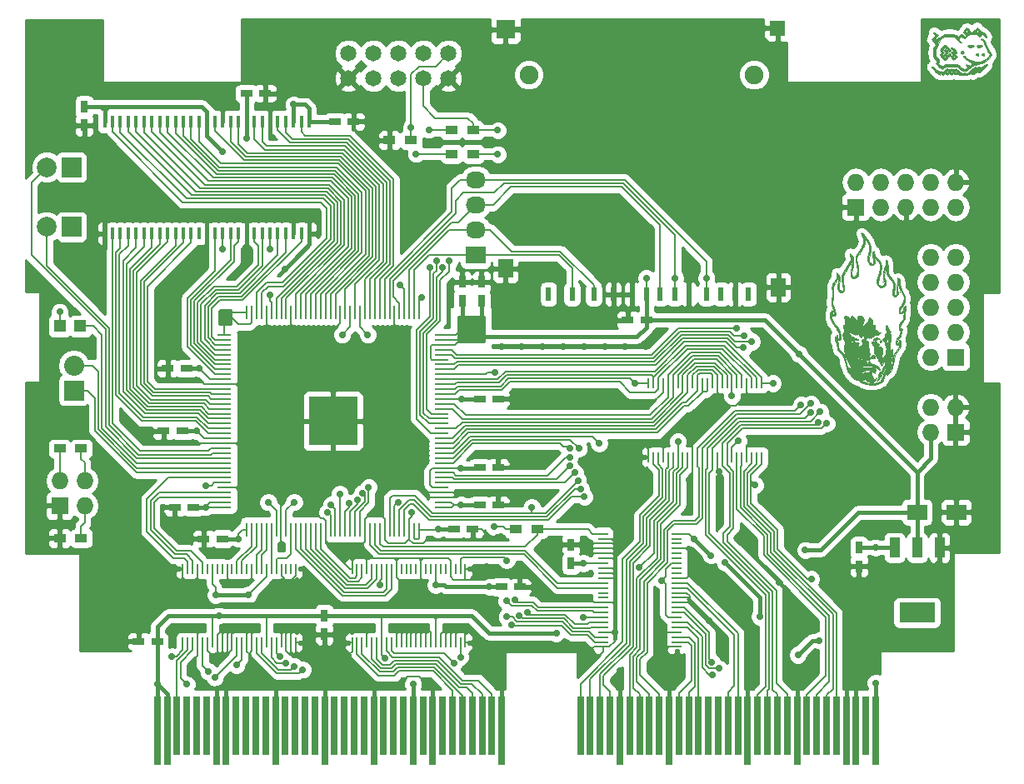
<source format=gtl>
G04 #@! TF.FileFunction,Copper,L1,Top,Signal*
%FSLAX46Y46*%
G04 Gerber Fmt 4.6, Leading zero omitted, Abs format (unit mm)*
G04 Created by KiCad (PCBNEW 4.0.2-stable) date 14/07/2016 12:53:21*
%MOMM*%
G01*
G04 APERTURE LIST*
%ADD10C,0.152400*%
%ADD11C,0.002540*%
%ADD12C,0.010000*%
%ADD13R,1.200000X0.900000*%
%ADD14R,1.200000X0.750000*%
%ADD15R,0.750000X1.200000*%
%ADD16R,0.355600X1.270000*%
%ADD17R,0.701040X7.000240*%
%ADD18R,0.701040X5.999480*%
%ADD19R,3.657600X2.032000*%
%ADD20R,1.016000X2.032000*%
%ADD21C,1.651000*%
%ADD22R,0.599440X1.399540*%
%ADD23R,1.501140X1.899920*%
%ADD24R,1.899920X1.899920*%
%ADD25R,1.600200X1.600200*%
%ADD26C,1.899920*%
%ADD27R,2.032000X1.727200*%
%ADD28O,2.032000X1.727200*%
%ADD29R,2.000000X2.000000*%
%ADD30C,2.000000*%
%ADD31R,1.727200X1.727200*%
%ADD32O,1.727200X1.727200*%
%ADD33R,2.000000X1.600000*%
%ADD34R,1.198880X1.198880*%
%ADD35R,2.032000X2.032000*%
%ADD36O,2.032000X2.032000*%
%ADD37R,0.285000X1.000000*%
%ADD38R,1.000000X0.285000*%
%ADD39R,1.473200X0.254000*%
%ADD40R,0.254000X1.473200*%
%ADD41R,5.000000X5.000000*%
%ADD42C,0.700000*%
%ADD43C,0.406400*%
%ADD44C,0.203100*%
%ADD45C,0.200000*%
%ADD46C,0.203200*%
%ADD47C,0.254000*%
G04 APERTURE END LIST*
D10*
D11*
G36*
X125190000Y-86077220D02*
X125131580Y-86166120D01*
X124986800Y-86333760D01*
X124783600Y-86542040D01*
X124549920Y-86757940D01*
X124476260Y-86806200D01*
X124476260Y-86536960D01*
X124463560Y-86511560D01*
X124361960Y-86468380D01*
X124334020Y-86481080D01*
X124293380Y-86582680D01*
X124303540Y-86610620D01*
X124407680Y-86651260D01*
X124433080Y-86641100D01*
X124476260Y-86536960D01*
X124476260Y-86806200D01*
X124397520Y-86859540D01*
X124301000Y-86859540D01*
X124275600Y-86841760D01*
X124174000Y-86798580D01*
X124052080Y-86862080D01*
X124052080Y-86536960D01*
X124041920Y-86511560D01*
X123937780Y-86468380D01*
X123912380Y-86481080D01*
X123869200Y-86582680D01*
X123881900Y-86610620D01*
X123983500Y-86651260D01*
X124011440Y-86641100D01*
X124052080Y-86536960D01*
X124052080Y-86862080D01*
X124036840Y-86872240D01*
X123965720Y-86938280D01*
X123808240Y-87062740D01*
X123805700Y-87062740D01*
X123805700Y-86803660D01*
X123793000Y-86773180D01*
X123716800Y-86691900D01*
X123701560Y-86686820D01*
X123666000Y-86752860D01*
X123666000Y-86773180D01*
X123729500Y-86854460D01*
X123754900Y-86857000D01*
X123805700Y-86803660D01*
X123805700Y-87062740D01*
X123696480Y-87072900D01*
X123617740Y-87022100D01*
X123493280Y-86956060D01*
X123419620Y-87011940D01*
X123310400Y-87057660D01*
X123081800Y-87085600D01*
X122782080Y-87098300D01*
X122456960Y-87098300D01*
X122159780Y-87083060D01*
X122142000Y-87077980D01*
X122142000Y-86773180D01*
X122073420Y-86696980D01*
X122015000Y-86686820D01*
X121900700Y-86732540D01*
X121888000Y-86773180D01*
X121954040Y-86846840D01*
X122015000Y-86857000D01*
X122126760Y-86811280D01*
X122142000Y-86773180D01*
X122142000Y-87077980D01*
X121933720Y-87050040D01*
X121832120Y-87006860D01*
X121740680Y-86991620D01*
X121664480Y-87034800D01*
X121634000Y-87047500D01*
X121634000Y-86773180D01*
X121567960Y-86689360D01*
X121547640Y-86686820D01*
X121466360Y-86752860D01*
X121463820Y-86773180D01*
X121527320Y-86854460D01*
X121547640Y-86857000D01*
X121631460Y-86790960D01*
X121634000Y-86773180D01*
X121634000Y-87047500D01*
X121529860Y-87093220D01*
X121446040Y-87042420D01*
X121324120Y-86989080D01*
X121232680Y-87042420D01*
X121209820Y-87050040D01*
X121209820Y-86773180D01*
X121143780Y-86689360D01*
X121126000Y-86686820D01*
X121042180Y-86752860D01*
X121039640Y-86773180D01*
X121105680Y-86854460D01*
X121126000Y-86857000D01*
X121207280Y-86790960D01*
X121209820Y-86773180D01*
X121209820Y-87050040D01*
X121103140Y-87093220D01*
X121021860Y-87042420D01*
X120897400Y-86991620D01*
X120813580Y-87037340D01*
X120673880Y-87085600D01*
X120582440Y-87032260D01*
X120455440Y-86981460D01*
X120407180Y-87022100D01*
X120341140Y-87093220D01*
X120252240Y-87083060D01*
X120110000Y-86978920D01*
X119889020Y-86765560D01*
X119863620Y-86737620D01*
X119647720Y-86488700D01*
X119551200Y-86315980D01*
X119566440Y-86239780D01*
X119683280Y-86275340D01*
X119894100Y-86435360D01*
X119983000Y-86519180D01*
X120214140Y-86722380D01*
X120361460Y-86796040D01*
X120402100Y-86775720D01*
X120488460Y-86722380D01*
X120579900Y-86775720D01*
X120684040Y-86813820D01*
X120811040Y-86732540D01*
X120899940Y-86633480D01*
X121052340Y-86483620D01*
X121161560Y-86458220D01*
X121227600Y-86496320D01*
X121359680Y-86554740D01*
X121446040Y-86501400D01*
X121565420Y-86450600D01*
X121656860Y-86501400D01*
X121788940Y-86552200D01*
X121872760Y-86498860D01*
X121961660Y-86468380D01*
X122098820Y-86539500D01*
X122307100Y-86724920D01*
X122515380Y-86912880D01*
X122652540Y-86986540D01*
X122751600Y-86961140D01*
X122756680Y-86956060D01*
X122888760Y-86905260D01*
X122972580Y-86961140D01*
X123058940Y-86989080D01*
X123191020Y-86920500D01*
X123396760Y-86740160D01*
X123478040Y-86661420D01*
X123744740Y-86415040D01*
X123927620Y-86293120D01*
X124049540Y-86282960D01*
X124123200Y-86369320D01*
X124179080Y-86432820D01*
X124222260Y-86369320D01*
X124321320Y-86280420D01*
X124445780Y-86275340D01*
X124511820Y-86356620D01*
X124511820Y-86364240D01*
X124562620Y-86376940D01*
X124692160Y-86288040D01*
X124748040Y-86237240D01*
X124948700Y-86077220D01*
X125106180Y-86011180D01*
X125184920Y-86049280D01*
X125190000Y-86077220D01*
X125190000Y-86077220D01*
X125190000Y-86077220D01*
G37*
X125190000Y-86077220D02*
X125131580Y-86166120D01*
X124986800Y-86333760D01*
X124783600Y-86542040D01*
X124549920Y-86757940D01*
X124476260Y-86806200D01*
X124476260Y-86536960D01*
X124463560Y-86511560D01*
X124361960Y-86468380D01*
X124334020Y-86481080D01*
X124293380Y-86582680D01*
X124303540Y-86610620D01*
X124407680Y-86651260D01*
X124433080Y-86641100D01*
X124476260Y-86536960D01*
X124476260Y-86806200D01*
X124397520Y-86859540D01*
X124301000Y-86859540D01*
X124275600Y-86841760D01*
X124174000Y-86798580D01*
X124052080Y-86862080D01*
X124052080Y-86536960D01*
X124041920Y-86511560D01*
X123937780Y-86468380D01*
X123912380Y-86481080D01*
X123869200Y-86582680D01*
X123881900Y-86610620D01*
X123983500Y-86651260D01*
X124011440Y-86641100D01*
X124052080Y-86536960D01*
X124052080Y-86862080D01*
X124036840Y-86872240D01*
X123965720Y-86938280D01*
X123808240Y-87062740D01*
X123805700Y-87062740D01*
X123805700Y-86803660D01*
X123793000Y-86773180D01*
X123716800Y-86691900D01*
X123701560Y-86686820D01*
X123666000Y-86752860D01*
X123666000Y-86773180D01*
X123729500Y-86854460D01*
X123754900Y-86857000D01*
X123805700Y-86803660D01*
X123805700Y-87062740D01*
X123696480Y-87072900D01*
X123617740Y-87022100D01*
X123493280Y-86956060D01*
X123419620Y-87011940D01*
X123310400Y-87057660D01*
X123081800Y-87085600D01*
X122782080Y-87098300D01*
X122456960Y-87098300D01*
X122159780Y-87083060D01*
X122142000Y-87077980D01*
X122142000Y-86773180D01*
X122073420Y-86696980D01*
X122015000Y-86686820D01*
X121900700Y-86732540D01*
X121888000Y-86773180D01*
X121954040Y-86846840D01*
X122015000Y-86857000D01*
X122126760Y-86811280D01*
X122142000Y-86773180D01*
X122142000Y-87077980D01*
X121933720Y-87050040D01*
X121832120Y-87006860D01*
X121740680Y-86991620D01*
X121664480Y-87034800D01*
X121634000Y-87047500D01*
X121634000Y-86773180D01*
X121567960Y-86689360D01*
X121547640Y-86686820D01*
X121466360Y-86752860D01*
X121463820Y-86773180D01*
X121527320Y-86854460D01*
X121547640Y-86857000D01*
X121631460Y-86790960D01*
X121634000Y-86773180D01*
X121634000Y-87047500D01*
X121529860Y-87093220D01*
X121446040Y-87042420D01*
X121324120Y-86989080D01*
X121232680Y-87042420D01*
X121209820Y-87050040D01*
X121209820Y-86773180D01*
X121143780Y-86689360D01*
X121126000Y-86686820D01*
X121042180Y-86752860D01*
X121039640Y-86773180D01*
X121105680Y-86854460D01*
X121126000Y-86857000D01*
X121207280Y-86790960D01*
X121209820Y-86773180D01*
X121209820Y-87050040D01*
X121103140Y-87093220D01*
X121021860Y-87042420D01*
X120897400Y-86991620D01*
X120813580Y-87037340D01*
X120673880Y-87085600D01*
X120582440Y-87032260D01*
X120455440Y-86981460D01*
X120407180Y-87022100D01*
X120341140Y-87093220D01*
X120252240Y-87083060D01*
X120110000Y-86978920D01*
X119889020Y-86765560D01*
X119863620Y-86737620D01*
X119647720Y-86488700D01*
X119551200Y-86315980D01*
X119566440Y-86239780D01*
X119683280Y-86275340D01*
X119894100Y-86435360D01*
X119983000Y-86519180D01*
X120214140Y-86722380D01*
X120361460Y-86796040D01*
X120402100Y-86775720D01*
X120488460Y-86722380D01*
X120579900Y-86775720D01*
X120684040Y-86813820D01*
X120811040Y-86732540D01*
X120899940Y-86633480D01*
X121052340Y-86483620D01*
X121161560Y-86458220D01*
X121227600Y-86496320D01*
X121359680Y-86554740D01*
X121446040Y-86501400D01*
X121565420Y-86450600D01*
X121656860Y-86501400D01*
X121788940Y-86552200D01*
X121872760Y-86498860D01*
X121961660Y-86468380D01*
X122098820Y-86539500D01*
X122307100Y-86724920D01*
X122515380Y-86912880D01*
X122652540Y-86986540D01*
X122751600Y-86961140D01*
X122756680Y-86956060D01*
X122888760Y-86905260D01*
X122972580Y-86961140D01*
X123058940Y-86989080D01*
X123191020Y-86920500D01*
X123396760Y-86740160D01*
X123478040Y-86661420D01*
X123744740Y-86415040D01*
X123927620Y-86293120D01*
X124049540Y-86282960D01*
X124123200Y-86369320D01*
X124179080Y-86432820D01*
X124222260Y-86369320D01*
X124321320Y-86280420D01*
X124445780Y-86275340D01*
X124511820Y-86356620D01*
X124511820Y-86364240D01*
X124562620Y-86376940D01*
X124692160Y-86288040D01*
X124748040Y-86237240D01*
X124948700Y-86077220D01*
X125106180Y-86011180D01*
X125184920Y-86049280D01*
X125190000Y-86077220D01*
X125190000Y-86077220D01*
G36*
X125611640Y-85068840D02*
X125550680Y-85206000D01*
X125395740Y-85401580D01*
X125187460Y-85612400D01*
X124971560Y-85792740D01*
X124831860Y-85879100D01*
X124557540Y-85970540D01*
X124262900Y-86008640D01*
X124257820Y-86011180D01*
X123920000Y-86079760D01*
X123714260Y-86222000D01*
X123546620Y-86361700D01*
X123429780Y-86430280D01*
X123417080Y-86432820D01*
X123310400Y-86491240D01*
X123241820Y-86559820D01*
X123048780Y-86671580D01*
X122792240Y-86679200D01*
X122533160Y-86585220D01*
X122396000Y-86476000D01*
X122274080Y-86366780D01*
X122139460Y-86303280D01*
X121938800Y-86272800D01*
X121628920Y-86265180D01*
X121542560Y-86265180D01*
X121164100Y-86275340D01*
X120925340Y-86313440D01*
X120795800Y-86379480D01*
X120785640Y-86392180D01*
X120656100Y-86496320D01*
X120511320Y-86486160D01*
X120323360Y-86349000D01*
X120196360Y-86224540D01*
X120026180Y-86028960D01*
X119975380Y-85901960D01*
X120010940Y-85815600D01*
X120049040Y-85706380D01*
X119967760Y-85571760D01*
X119896640Y-85500640D01*
X119769640Y-85353320D01*
X119706140Y-85175520D01*
X119685820Y-84906280D01*
X119685820Y-84819920D01*
X119711220Y-84461780D01*
X119787420Y-84258580D01*
X119812820Y-84233180D01*
X119924580Y-84080780D01*
X119894100Y-83915680D01*
X119726460Y-83722640D01*
X119513100Y-83524520D01*
X119729000Y-83298460D01*
X119863620Y-83140980D01*
X119886480Y-83044460D01*
X119815360Y-82965720D01*
X119731540Y-82843800D01*
X119736620Y-82777760D01*
X119825520Y-82772680D01*
X119970300Y-82866660D01*
X119990620Y-82886980D01*
X120196360Y-83077480D01*
X119975380Y-83306080D01*
X119833140Y-83486420D01*
X119815360Y-83580400D01*
X119901720Y-83590560D01*
X120071900Y-83516900D01*
X120303040Y-83356880D01*
X120361460Y-83308620D01*
X120595140Y-83123200D01*
X120778020Y-83019060D01*
X120978680Y-82973340D01*
X121265700Y-82963180D01*
X121344440Y-82963180D01*
X121715280Y-82978420D01*
X121956580Y-83031760D01*
X122070880Y-83102880D01*
X122200420Y-83196860D01*
X122304560Y-83166380D01*
X122380760Y-83102880D01*
X122550940Y-82980960D01*
X122677940Y-82998740D01*
X122779540Y-83110500D01*
X122891300Y-83199400D01*
X122959880Y-83186700D01*
X122957340Y-83092720D01*
X122873520Y-83003820D01*
X122766840Y-82838720D01*
X122807480Y-82630440D01*
X122975120Y-82422160D01*
X123084340Y-82343420D01*
X123173240Y-82363740D01*
X123297700Y-82500900D01*
X123325640Y-82536460D01*
X123493280Y-82726960D01*
X123632980Y-82775220D01*
X123787920Y-82678700D01*
X123930160Y-82526300D01*
X124156220Y-82259600D01*
X124364500Y-82483120D01*
X124524520Y-82632980D01*
X124641360Y-82706640D01*
X124654060Y-82709180D01*
X124781060Y-82767600D01*
X124933460Y-82912380D01*
X125070620Y-83090180D01*
X125144280Y-83245120D01*
X125141740Y-83308620D01*
X125063000Y-83339100D01*
X124933460Y-83234960D01*
X124875040Y-83166380D01*
X124737880Y-83011440D01*
X124654060Y-82978420D01*
X124575320Y-83052080D01*
X124562620Y-83067320D01*
X124410220Y-83199400D01*
X124280680Y-83179080D01*
X124257820Y-83140980D01*
X124257820Y-82666000D01*
X124212100Y-82551700D01*
X124174000Y-82539000D01*
X124097800Y-82607580D01*
X124087640Y-82666000D01*
X124133360Y-82777760D01*
X124174000Y-82793000D01*
X124247660Y-82724420D01*
X124257820Y-82666000D01*
X124257820Y-83140980D01*
X124227340Y-83092720D01*
X124140980Y-83013980D01*
X123937780Y-82983500D01*
X123732040Y-82986040D01*
X123437400Y-83013980D01*
X123241820Y-83087640D01*
X123158000Y-83158760D01*
X123158000Y-82666000D01*
X123112280Y-82551700D01*
X123071640Y-82539000D01*
X122997980Y-82607580D01*
X122987820Y-82666000D01*
X123033540Y-82777760D01*
X123071640Y-82793000D01*
X123147840Y-82724420D01*
X123158000Y-82666000D01*
X123158000Y-83158760D01*
X123076720Y-83232420D01*
X123076720Y-83234960D01*
X122931940Y-83379740D01*
X122835420Y-83410220D01*
X122728740Y-83339100D01*
X122713500Y-83326400D01*
X122586500Y-83232420D01*
X122487440Y-83260360D01*
X122418860Y-83323860D01*
X122327420Y-83438160D01*
X122352820Y-83539760D01*
X122434100Y-83636280D01*
X122533160Y-83778520D01*
X122540780Y-83859800D01*
X122464580Y-83829320D01*
X122314720Y-83699780D01*
X122180100Y-83562620D01*
X122004840Y-83377200D01*
X121860060Y-83273060D01*
X121689880Y-83227340D01*
X121430800Y-83217180D01*
X121301260Y-83217180D01*
X120988840Y-83222260D01*
X120788180Y-83255280D01*
X120638320Y-83334020D01*
X120483380Y-83476260D01*
X120463060Y-83494040D01*
X120277640Y-83740420D01*
X120193820Y-83969020D01*
X120193820Y-83991880D01*
X120145560Y-84200160D01*
X120066820Y-84317000D01*
X119975380Y-84484640D01*
X119939820Y-84774200D01*
X119939820Y-84809760D01*
X119967760Y-85106940D01*
X120074440Y-85325380D01*
X120163340Y-85429520D01*
X120303040Y-85597160D01*
X120328440Y-85708920D01*
X120277640Y-85797820D01*
X120216680Y-85917200D01*
X120290340Y-86021340D01*
X120328440Y-86051820D01*
X120541800Y-86158500D01*
X120734840Y-86161040D01*
X120828820Y-86095000D01*
X120932960Y-86054360D01*
X121161560Y-86023880D01*
X121468900Y-86011180D01*
X121537480Y-86011180D01*
X121875300Y-86013720D01*
X122093740Y-86036580D01*
X122241060Y-86092460D01*
X122368060Y-86194060D01*
X122436640Y-86265180D01*
X122675400Y-86460760D01*
X122883680Y-86509020D01*
X123066560Y-86437900D01*
X123145300Y-86354080D01*
X123086880Y-86239780D01*
X123076720Y-86227080D01*
X123003060Y-86084840D01*
X123053860Y-86028960D01*
X123185940Y-86089920D01*
X123218960Y-86117860D01*
X123391680Y-86201680D01*
X123536460Y-86173740D01*
X123607580Y-86056900D01*
X123577100Y-85917200D01*
X123480580Y-85802900D01*
X123419620Y-85792740D01*
X123330720Y-85759720D01*
X123165620Y-85632720D01*
X123025920Y-85498100D01*
X122863360Y-85317760D01*
X122782080Y-85195840D01*
X122787160Y-85162820D01*
X122904000Y-85221240D01*
X123038620Y-85343160D01*
X123234200Y-85505720D01*
X123470420Y-85640340D01*
X123699020Y-85703840D01*
X123988580Y-85741940D01*
X124288300Y-85754640D01*
X124544840Y-85736860D01*
X124702320Y-85691140D01*
X124722640Y-85670820D01*
X124844560Y-85594620D01*
X124900440Y-85587000D01*
X125037600Y-85523500D01*
X125210320Y-85373640D01*
X125360180Y-85195840D01*
X125438920Y-85040900D01*
X125438920Y-85025660D01*
X125383040Y-84896120D01*
X125319540Y-84827540D01*
X125223020Y-84695460D01*
X125103640Y-84459240D01*
X125017280Y-84245880D01*
X124887740Y-83948700D01*
X124748040Y-83692160D01*
X124659140Y-83575320D01*
X124562620Y-83445780D01*
X124567700Y-83384820D01*
X124575320Y-83384820D01*
X124684540Y-83448320D01*
X124829320Y-83593100D01*
X124958860Y-83760740D01*
X125019820Y-83892820D01*
X125019820Y-83900440D01*
X125060460Y-84002040D01*
X125164600Y-84207780D01*
X125311920Y-84469400D01*
X125317000Y-84474480D01*
X125464320Y-84741180D01*
X125571000Y-84954540D01*
X125611640Y-85068840D01*
X125611640Y-85068840D01*
X125611640Y-85068840D01*
G37*
X125611640Y-85068840D02*
X125550680Y-85206000D01*
X125395740Y-85401580D01*
X125187460Y-85612400D01*
X124971560Y-85792740D01*
X124831860Y-85879100D01*
X124557540Y-85970540D01*
X124262900Y-86008640D01*
X124257820Y-86011180D01*
X123920000Y-86079760D01*
X123714260Y-86222000D01*
X123546620Y-86361700D01*
X123429780Y-86430280D01*
X123417080Y-86432820D01*
X123310400Y-86491240D01*
X123241820Y-86559820D01*
X123048780Y-86671580D01*
X122792240Y-86679200D01*
X122533160Y-86585220D01*
X122396000Y-86476000D01*
X122274080Y-86366780D01*
X122139460Y-86303280D01*
X121938800Y-86272800D01*
X121628920Y-86265180D01*
X121542560Y-86265180D01*
X121164100Y-86275340D01*
X120925340Y-86313440D01*
X120795800Y-86379480D01*
X120785640Y-86392180D01*
X120656100Y-86496320D01*
X120511320Y-86486160D01*
X120323360Y-86349000D01*
X120196360Y-86224540D01*
X120026180Y-86028960D01*
X119975380Y-85901960D01*
X120010940Y-85815600D01*
X120049040Y-85706380D01*
X119967760Y-85571760D01*
X119896640Y-85500640D01*
X119769640Y-85353320D01*
X119706140Y-85175520D01*
X119685820Y-84906280D01*
X119685820Y-84819920D01*
X119711220Y-84461780D01*
X119787420Y-84258580D01*
X119812820Y-84233180D01*
X119924580Y-84080780D01*
X119894100Y-83915680D01*
X119726460Y-83722640D01*
X119513100Y-83524520D01*
X119729000Y-83298460D01*
X119863620Y-83140980D01*
X119886480Y-83044460D01*
X119815360Y-82965720D01*
X119731540Y-82843800D01*
X119736620Y-82777760D01*
X119825520Y-82772680D01*
X119970300Y-82866660D01*
X119990620Y-82886980D01*
X120196360Y-83077480D01*
X119975380Y-83306080D01*
X119833140Y-83486420D01*
X119815360Y-83580400D01*
X119901720Y-83590560D01*
X120071900Y-83516900D01*
X120303040Y-83356880D01*
X120361460Y-83308620D01*
X120595140Y-83123200D01*
X120778020Y-83019060D01*
X120978680Y-82973340D01*
X121265700Y-82963180D01*
X121344440Y-82963180D01*
X121715280Y-82978420D01*
X121956580Y-83031760D01*
X122070880Y-83102880D01*
X122200420Y-83196860D01*
X122304560Y-83166380D01*
X122380760Y-83102880D01*
X122550940Y-82980960D01*
X122677940Y-82998740D01*
X122779540Y-83110500D01*
X122891300Y-83199400D01*
X122959880Y-83186700D01*
X122957340Y-83092720D01*
X122873520Y-83003820D01*
X122766840Y-82838720D01*
X122807480Y-82630440D01*
X122975120Y-82422160D01*
X123084340Y-82343420D01*
X123173240Y-82363740D01*
X123297700Y-82500900D01*
X123325640Y-82536460D01*
X123493280Y-82726960D01*
X123632980Y-82775220D01*
X123787920Y-82678700D01*
X123930160Y-82526300D01*
X124156220Y-82259600D01*
X124364500Y-82483120D01*
X124524520Y-82632980D01*
X124641360Y-82706640D01*
X124654060Y-82709180D01*
X124781060Y-82767600D01*
X124933460Y-82912380D01*
X125070620Y-83090180D01*
X125144280Y-83245120D01*
X125141740Y-83308620D01*
X125063000Y-83339100D01*
X124933460Y-83234960D01*
X124875040Y-83166380D01*
X124737880Y-83011440D01*
X124654060Y-82978420D01*
X124575320Y-83052080D01*
X124562620Y-83067320D01*
X124410220Y-83199400D01*
X124280680Y-83179080D01*
X124257820Y-83140980D01*
X124257820Y-82666000D01*
X124212100Y-82551700D01*
X124174000Y-82539000D01*
X124097800Y-82607580D01*
X124087640Y-82666000D01*
X124133360Y-82777760D01*
X124174000Y-82793000D01*
X124247660Y-82724420D01*
X124257820Y-82666000D01*
X124257820Y-83140980D01*
X124227340Y-83092720D01*
X124140980Y-83013980D01*
X123937780Y-82983500D01*
X123732040Y-82986040D01*
X123437400Y-83013980D01*
X123241820Y-83087640D01*
X123158000Y-83158760D01*
X123158000Y-82666000D01*
X123112280Y-82551700D01*
X123071640Y-82539000D01*
X122997980Y-82607580D01*
X122987820Y-82666000D01*
X123033540Y-82777760D01*
X123071640Y-82793000D01*
X123147840Y-82724420D01*
X123158000Y-82666000D01*
X123158000Y-83158760D01*
X123076720Y-83232420D01*
X123076720Y-83234960D01*
X122931940Y-83379740D01*
X122835420Y-83410220D01*
X122728740Y-83339100D01*
X122713500Y-83326400D01*
X122586500Y-83232420D01*
X122487440Y-83260360D01*
X122418860Y-83323860D01*
X122327420Y-83438160D01*
X122352820Y-83539760D01*
X122434100Y-83636280D01*
X122533160Y-83778520D01*
X122540780Y-83859800D01*
X122464580Y-83829320D01*
X122314720Y-83699780D01*
X122180100Y-83562620D01*
X122004840Y-83377200D01*
X121860060Y-83273060D01*
X121689880Y-83227340D01*
X121430800Y-83217180D01*
X121301260Y-83217180D01*
X120988840Y-83222260D01*
X120788180Y-83255280D01*
X120638320Y-83334020D01*
X120483380Y-83476260D01*
X120463060Y-83494040D01*
X120277640Y-83740420D01*
X120193820Y-83969020D01*
X120193820Y-83991880D01*
X120145560Y-84200160D01*
X120066820Y-84317000D01*
X119975380Y-84484640D01*
X119939820Y-84774200D01*
X119939820Y-84809760D01*
X119967760Y-85106940D01*
X120074440Y-85325380D01*
X120163340Y-85429520D01*
X120303040Y-85597160D01*
X120328440Y-85708920D01*
X120277640Y-85797820D01*
X120216680Y-85917200D01*
X120290340Y-86021340D01*
X120328440Y-86051820D01*
X120541800Y-86158500D01*
X120734840Y-86161040D01*
X120828820Y-86095000D01*
X120932960Y-86054360D01*
X121161560Y-86023880D01*
X121468900Y-86011180D01*
X121537480Y-86011180D01*
X121875300Y-86013720D01*
X122093740Y-86036580D01*
X122241060Y-86092460D01*
X122368060Y-86194060D01*
X122436640Y-86265180D01*
X122675400Y-86460760D01*
X122883680Y-86509020D01*
X123066560Y-86437900D01*
X123145300Y-86354080D01*
X123086880Y-86239780D01*
X123076720Y-86227080D01*
X123003060Y-86084840D01*
X123053860Y-86028960D01*
X123185940Y-86089920D01*
X123218960Y-86117860D01*
X123391680Y-86201680D01*
X123536460Y-86173740D01*
X123607580Y-86056900D01*
X123577100Y-85917200D01*
X123480580Y-85802900D01*
X123419620Y-85792740D01*
X123330720Y-85759720D01*
X123165620Y-85632720D01*
X123025920Y-85498100D01*
X122863360Y-85317760D01*
X122782080Y-85195840D01*
X122787160Y-85162820D01*
X122904000Y-85221240D01*
X123038620Y-85343160D01*
X123234200Y-85505720D01*
X123470420Y-85640340D01*
X123699020Y-85703840D01*
X123988580Y-85741940D01*
X124288300Y-85754640D01*
X124544840Y-85736860D01*
X124702320Y-85691140D01*
X124722640Y-85670820D01*
X124844560Y-85594620D01*
X124900440Y-85587000D01*
X125037600Y-85523500D01*
X125210320Y-85373640D01*
X125360180Y-85195840D01*
X125438920Y-85040900D01*
X125438920Y-85025660D01*
X125383040Y-84896120D01*
X125319540Y-84827540D01*
X125223020Y-84695460D01*
X125103640Y-84459240D01*
X125017280Y-84245880D01*
X124887740Y-83948700D01*
X124748040Y-83692160D01*
X124659140Y-83575320D01*
X124562620Y-83445780D01*
X124567700Y-83384820D01*
X124575320Y-83384820D01*
X124684540Y-83448320D01*
X124829320Y-83593100D01*
X124958860Y-83760740D01*
X125019820Y-83892820D01*
X125019820Y-83900440D01*
X125060460Y-84002040D01*
X125164600Y-84207780D01*
X125311920Y-84469400D01*
X125317000Y-84474480D01*
X125464320Y-84741180D01*
X125571000Y-84954540D01*
X125611640Y-85068840D01*
X125611640Y-85068840D01*
G36*
X122116600Y-85223780D02*
X122103900Y-85302520D01*
X121992140Y-85416820D01*
X121888000Y-85500640D01*
X121888000Y-85249180D01*
X121821960Y-85165360D01*
X121801640Y-85162820D01*
X121720360Y-85228860D01*
X121717820Y-85249180D01*
X121781320Y-85330460D01*
X121801640Y-85333000D01*
X121885460Y-85266960D01*
X121888000Y-85249180D01*
X121888000Y-85500640D01*
X121829580Y-85551440D01*
X121715280Y-85561600D01*
X121588280Y-85442220D01*
X121527320Y-85368560D01*
X121354600Y-85147580D01*
X121166640Y-85368560D01*
X121011700Y-85526040D01*
X120887240Y-85564140D01*
X120739920Y-85480320D01*
X120579900Y-85333000D01*
X120427500Y-85165360D01*
X120389400Y-85053600D01*
X120442740Y-84957080D01*
X120511320Y-84822460D01*
X120445280Y-84695460D01*
X120394480Y-84588780D01*
X120442740Y-84469400D01*
X120577360Y-84314460D01*
X120745000Y-84156980D01*
X120866920Y-84068080D01*
X120889780Y-84063000D01*
X120993920Y-84121420D01*
X121153940Y-84263660D01*
X121316500Y-84436380D01*
X121435880Y-84591320D01*
X121463820Y-84657360D01*
X121395240Y-84731020D01*
X121336820Y-84741180D01*
X121222520Y-84690380D01*
X121209820Y-84649740D01*
X121153940Y-84522740D01*
X121034560Y-84385580D01*
X120917720Y-84317000D01*
X120912640Y-84317000D01*
X120800880Y-84377960D01*
X120678960Y-84510040D01*
X120618000Y-84637040D01*
X120618000Y-84642120D01*
X120681500Y-84748800D01*
X120722140Y-84774200D01*
X120785640Y-84830080D01*
X120722140Y-84873260D01*
X120625620Y-84972320D01*
X120618000Y-85007880D01*
X120673880Y-85129800D01*
X120793260Y-85264420D01*
X120907560Y-85333000D01*
X120912640Y-85333000D01*
X121026940Y-85269500D01*
X121148860Y-85134880D01*
X121209820Y-85005340D01*
X121209820Y-85000260D01*
X121278400Y-84918980D01*
X121336820Y-84908820D01*
X121448580Y-84977400D01*
X121463820Y-85035820D01*
X121509540Y-85150120D01*
X121547640Y-85162820D01*
X121623840Y-85094240D01*
X121634000Y-85035820D01*
X121588280Y-84924060D01*
X121547640Y-84908820D01*
X121466360Y-84845320D01*
X121463820Y-84825000D01*
X121522240Y-84748800D01*
X121641620Y-84753880D01*
X121735600Y-84832620D01*
X121740680Y-84845320D01*
X121811800Y-84908820D01*
X121842280Y-84893580D01*
X121829580Y-84804680D01*
X121715280Y-84659900D01*
X121677180Y-84621800D01*
X121542560Y-84461780D01*
X121499380Y-84334780D01*
X121504460Y-84319540D01*
X121593360Y-84317000D01*
X121761000Y-84436380D01*
X121867680Y-84535440D01*
X122042940Y-84718320D01*
X122108980Y-84822460D01*
X122078500Y-84888500D01*
X122017540Y-84929140D01*
X121905780Y-85005340D01*
X121936260Y-85071380D01*
X122015000Y-85132340D01*
X122116600Y-85223780D01*
X122116600Y-85223780D01*
X122116600Y-85223780D01*
G37*
X122116600Y-85223780D02*
X122103900Y-85302520D01*
X121992140Y-85416820D01*
X121888000Y-85500640D01*
X121888000Y-85249180D01*
X121821960Y-85165360D01*
X121801640Y-85162820D01*
X121720360Y-85228860D01*
X121717820Y-85249180D01*
X121781320Y-85330460D01*
X121801640Y-85333000D01*
X121885460Y-85266960D01*
X121888000Y-85249180D01*
X121888000Y-85500640D01*
X121829580Y-85551440D01*
X121715280Y-85561600D01*
X121588280Y-85442220D01*
X121527320Y-85368560D01*
X121354600Y-85147580D01*
X121166640Y-85368560D01*
X121011700Y-85526040D01*
X120887240Y-85564140D01*
X120739920Y-85480320D01*
X120579900Y-85333000D01*
X120427500Y-85165360D01*
X120389400Y-85053600D01*
X120442740Y-84957080D01*
X120511320Y-84822460D01*
X120445280Y-84695460D01*
X120394480Y-84588780D01*
X120442740Y-84469400D01*
X120577360Y-84314460D01*
X120745000Y-84156980D01*
X120866920Y-84068080D01*
X120889780Y-84063000D01*
X120993920Y-84121420D01*
X121153940Y-84263660D01*
X121316500Y-84436380D01*
X121435880Y-84591320D01*
X121463820Y-84657360D01*
X121395240Y-84731020D01*
X121336820Y-84741180D01*
X121222520Y-84690380D01*
X121209820Y-84649740D01*
X121153940Y-84522740D01*
X121034560Y-84385580D01*
X120917720Y-84317000D01*
X120912640Y-84317000D01*
X120800880Y-84377960D01*
X120678960Y-84510040D01*
X120618000Y-84637040D01*
X120618000Y-84642120D01*
X120681500Y-84748800D01*
X120722140Y-84774200D01*
X120785640Y-84830080D01*
X120722140Y-84873260D01*
X120625620Y-84972320D01*
X120618000Y-85007880D01*
X120673880Y-85129800D01*
X120793260Y-85264420D01*
X120907560Y-85333000D01*
X120912640Y-85333000D01*
X121026940Y-85269500D01*
X121148860Y-85134880D01*
X121209820Y-85005340D01*
X121209820Y-85000260D01*
X121278400Y-84918980D01*
X121336820Y-84908820D01*
X121448580Y-84977400D01*
X121463820Y-85035820D01*
X121509540Y-85150120D01*
X121547640Y-85162820D01*
X121623840Y-85094240D01*
X121634000Y-85035820D01*
X121588280Y-84924060D01*
X121547640Y-84908820D01*
X121466360Y-84845320D01*
X121463820Y-84825000D01*
X121522240Y-84748800D01*
X121641620Y-84753880D01*
X121735600Y-84832620D01*
X121740680Y-84845320D01*
X121811800Y-84908820D01*
X121842280Y-84893580D01*
X121829580Y-84804680D01*
X121715280Y-84659900D01*
X121677180Y-84621800D01*
X121542560Y-84461780D01*
X121499380Y-84334780D01*
X121504460Y-84319540D01*
X121593360Y-84317000D01*
X121761000Y-84436380D01*
X121867680Y-84535440D01*
X122042940Y-84718320D01*
X122108980Y-84822460D01*
X122078500Y-84888500D01*
X122017540Y-84929140D01*
X121905780Y-85005340D01*
X121936260Y-85071380D01*
X122015000Y-85132340D01*
X122116600Y-85223780D01*
X122116600Y-85223780D01*
G36*
X121207280Y-84830080D02*
X121146320Y-84873260D01*
X121047260Y-84992640D01*
X121039640Y-85043440D01*
X120971060Y-85150120D01*
X120912640Y-85162820D01*
X120800880Y-85094240D01*
X120785640Y-85035820D01*
X120854220Y-84924060D01*
X120912640Y-84908820D01*
X121026940Y-84863100D01*
X121039640Y-84825000D01*
X120971060Y-84748800D01*
X120912640Y-84741180D01*
X120800880Y-84672600D01*
X120785640Y-84614180D01*
X120854220Y-84499880D01*
X120912640Y-84487180D01*
X121024400Y-84550680D01*
X121039640Y-84606560D01*
X121105680Y-84746260D01*
X121146320Y-84774200D01*
X121207280Y-84830080D01*
X121207280Y-84830080D01*
X121207280Y-84830080D01*
G37*
X121207280Y-84830080D02*
X121146320Y-84873260D01*
X121047260Y-84992640D01*
X121039640Y-85043440D01*
X120971060Y-85150120D01*
X120912640Y-85162820D01*
X120800880Y-85094240D01*
X120785640Y-85035820D01*
X120854220Y-84924060D01*
X120912640Y-84908820D01*
X121026940Y-84863100D01*
X121039640Y-84825000D01*
X120971060Y-84748800D01*
X120912640Y-84741180D01*
X120800880Y-84672600D01*
X120785640Y-84614180D01*
X120854220Y-84499880D01*
X120912640Y-84487180D01*
X121024400Y-84550680D01*
X121039640Y-84606560D01*
X121105680Y-84746260D01*
X121146320Y-84774200D01*
X121207280Y-84830080D01*
X121207280Y-84830080D01*
G36*
X124303540Y-85051060D02*
X124240040Y-85145040D01*
X124174000Y-85162820D01*
X124062240Y-85101860D01*
X124049540Y-85084080D01*
X124054620Y-84985020D01*
X124156220Y-84931680D01*
X124257820Y-84952000D01*
X124303540Y-85051060D01*
X124303540Y-85051060D01*
X124303540Y-85051060D01*
G37*
X124303540Y-85051060D02*
X124240040Y-85145040D01*
X124174000Y-85162820D01*
X124062240Y-85101860D01*
X124049540Y-85084080D01*
X124054620Y-84985020D01*
X124156220Y-84931680D01*
X124257820Y-84952000D01*
X124303540Y-85051060D01*
X124303540Y-85051060D01*
G36*
X124895360Y-85051060D02*
X124831860Y-85145040D01*
X124765820Y-85162820D01*
X124654060Y-85101860D01*
X124641360Y-85084080D01*
X124646440Y-84985020D01*
X124748040Y-84931680D01*
X124852180Y-84952000D01*
X124895360Y-85051060D01*
X124895360Y-85051060D01*
X124895360Y-85051060D01*
G37*
X124895360Y-85051060D02*
X124831860Y-85145040D01*
X124765820Y-85162820D01*
X124654060Y-85101860D01*
X124641360Y-85084080D01*
X124646440Y-84985020D01*
X124748040Y-84931680D01*
X124852180Y-84952000D01*
X124895360Y-85051060D01*
X124895360Y-85051060D01*
G36*
X122789700Y-84847860D02*
X122728740Y-84967240D01*
X122650000Y-84995180D01*
X122540780Y-84931680D01*
X122517920Y-84901200D01*
X122507760Y-84771660D01*
X122596660Y-84685300D01*
X122718580Y-84695460D01*
X122743980Y-84715780D01*
X122789700Y-84847860D01*
X122789700Y-84847860D01*
X122789700Y-84847860D01*
G37*
X122789700Y-84847860D02*
X122728740Y-84967240D01*
X122650000Y-84995180D01*
X122540780Y-84931680D01*
X122517920Y-84901200D01*
X122507760Y-84771660D01*
X122596660Y-84685300D01*
X122718580Y-84695460D01*
X122743980Y-84715780D01*
X122789700Y-84847860D01*
X122789700Y-84847860D01*
G36*
X123815860Y-84144280D02*
X123813320Y-84169680D01*
X123714260Y-84248420D01*
X123523760Y-84296680D01*
X123330720Y-84304300D01*
X123216420Y-84263660D01*
X123158000Y-84149360D01*
X123259600Y-84083320D01*
X123503440Y-84063000D01*
X123737120Y-84083320D01*
X123815860Y-84144280D01*
X123815860Y-84144280D01*
X123815860Y-84144280D01*
G37*
X123815860Y-84144280D02*
X123813320Y-84169680D01*
X123714260Y-84248420D01*
X123523760Y-84296680D01*
X123330720Y-84304300D01*
X123216420Y-84263660D01*
X123158000Y-84149360D01*
X123259600Y-84083320D01*
X123503440Y-84063000D01*
X123737120Y-84083320D01*
X123815860Y-84144280D01*
X123815860Y-84144280D01*
G36*
X124661680Y-84159520D02*
X124659140Y-84169680D01*
X124557540Y-84256040D01*
X124374660Y-84304300D01*
X124201940Y-84294140D01*
X124148600Y-84263660D01*
X124090180Y-84146820D01*
X124191780Y-84080780D01*
X124392440Y-84063000D01*
X124605800Y-84085860D01*
X124661680Y-84159520D01*
X124661680Y-84159520D01*
X124661680Y-84159520D01*
G37*
X124661680Y-84159520D02*
X124659140Y-84169680D01*
X124557540Y-84256040D01*
X124374660Y-84304300D01*
X124201940Y-84294140D01*
X124148600Y-84263660D01*
X124090180Y-84146820D01*
X124191780Y-84080780D01*
X124392440Y-84063000D01*
X124605800Y-84085860D01*
X124661680Y-84159520D01*
X124661680Y-84159520D01*
D12*
G36*
X112464135Y-103175659D02*
X112571169Y-103255558D01*
X112678749Y-103360960D01*
X112958591Y-103707634D01*
X113166579Y-104077517D01*
X113257163Y-104316552D01*
X113332589Y-104663474D01*
X113335521Y-104998175D01*
X113265519Y-105344797D01*
X113236776Y-105435536D01*
X113165491Y-105691364D01*
X113146205Y-105892519D01*
X113180004Y-106051979D01*
X113267975Y-106182720D01*
X113302054Y-106215583D01*
X113400869Y-106297719D01*
X113467842Y-106326003D01*
X113531308Y-106306145D01*
X113581656Y-106271915D01*
X113619231Y-106240672D01*
X113638125Y-106203228D01*
X113637631Y-106141609D01*
X113617044Y-106037839D01*
X113575659Y-105873943D01*
X113564338Y-105830500D01*
X113502178Y-105524804D01*
X113492530Y-105285371D01*
X113535397Y-105112048D01*
X113586442Y-105039605D01*
X113656163Y-104995673D01*
X113701702Y-105029437D01*
X113724270Y-105142592D01*
X113727333Y-105236512D01*
X113730040Y-105333544D01*
X113745150Y-105410519D01*
X113783151Y-105485590D01*
X113854531Y-105576911D01*
X113969776Y-105702635D01*
X114038330Y-105774840D01*
X114186745Y-105935796D01*
X114286003Y-106059541D01*
X114349340Y-106166094D01*
X114389992Y-106275476D01*
X114403524Y-106327235D01*
X114434288Y-106521698D01*
X114434306Y-106735105D01*
X114401713Y-106981667D01*
X114334642Y-107275591D01*
X114233053Y-107625239D01*
X114157474Y-107876884D01*
X114110771Y-108063985D01*
X114092607Y-108201467D01*
X114102647Y-108304252D01*
X114140554Y-108387265D01*
X114205994Y-108465430D01*
X114213964Y-108473479D01*
X114348056Y-108559610D01*
X114491725Y-108562046D01*
X114631791Y-108487927D01*
X114696607Y-108409849D01*
X114737284Y-108311561D01*
X114748523Y-108219716D01*
X114725027Y-108160967D01*
X114698502Y-108152333D01*
X114671506Y-108127662D01*
X114676567Y-108115286D01*
X114677169Y-108056808D01*
X114653242Y-107948936D01*
X114631251Y-107878048D01*
X114586285Y-107668949D01*
X114588126Y-107431676D01*
X114638127Y-107153271D01*
X114737641Y-106820776D01*
X114743368Y-106804150D01*
X114808636Y-106606441D01*
X114813932Y-106586000D01*
X114955000Y-106586000D01*
X114970489Y-106620845D01*
X114983222Y-106614222D01*
X114988289Y-106563982D01*
X114983222Y-106557778D01*
X114958055Y-106563589D01*
X114955000Y-106586000D01*
X114813932Y-106586000D01*
X114846475Y-106460408D01*
X114861386Y-106339315D01*
X114857873Y-106216424D01*
X114852071Y-106158589D01*
X114839355Y-106017577D01*
X114843807Y-105941511D01*
X114868352Y-105911879D01*
X114891558Y-105908667D01*
X114973903Y-105949420D01*
X115034977Y-106070588D01*
X115074382Y-106270532D01*
X115091719Y-106547612D01*
X115091719Y-106731460D01*
X115090135Y-106972681D01*
X115100730Y-107152843D01*
X115131933Y-107295472D01*
X115192177Y-107424093D01*
X115289893Y-107562231D01*
X115433512Y-107733411D01*
X115462980Y-107767354D01*
X115576880Y-107909432D01*
X115675159Y-108051590D01*
X115736455Y-108162872D01*
X115787723Y-108368881D01*
X115797172Y-108626799D01*
X115764919Y-108914984D01*
X115731533Y-109070302D01*
X115693643Y-109258813D01*
X115694908Y-109383345D01*
X115738404Y-109456509D01*
X115827204Y-109490920D01*
X115834332Y-109492072D01*
X115928629Y-109472776D01*
X115982512Y-109394937D01*
X115985042Y-109279381D01*
X115971006Y-109231849D01*
X115934527Y-109054145D01*
X115933893Y-108829690D01*
X115967348Y-108587593D01*
X116021892Y-108387917D01*
X116071142Y-108236695D01*
X116091310Y-108132326D01*
X116084940Y-108043124D01*
X116057380Y-107945856D01*
X116023112Y-107811024D01*
X116033914Y-107742900D01*
X116091657Y-107735375D01*
X116119122Y-107744291D01*
X116198984Y-107815038D01*
X116268371Y-107950419D01*
X116320418Y-108130481D01*
X116348256Y-108335268D01*
X116351070Y-108418276D01*
X116372427Y-108685653D01*
X116441931Y-108909472D01*
X116570646Y-109122289D01*
X116606000Y-109168333D01*
X116762752Y-109410859D01*
X116845599Y-109655019D01*
X116854210Y-109908983D01*
X116788252Y-110180920D01*
X116647391Y-110478997D01*
X116545874Y-110644832D01*
X116421694Y-110853300D01*
X116343652Y-111024636D01*
X116313818Y-111151284D01*
X116334258Y-111225686D01*
X116382233Y-111242667D01*
X116488563Y-111203658D01*
X116578521Y-111099855D01*
X116624612Y-110988667D01*
X116678597Y-110824203D01*
X116741221Y-110685906D01*
X116802258Y-110593371D01*
X116845510Y-110565333D01*
X116872958Y-110582302D01*
X116886916Y-110642469D01*
X116888689Y-110759722D01*
X116880332Y-110935750D01*
X116859198Y-111262031D01*
X116837740Y-111518325D01*
X116812163Y-111719238D01*
X116778674Y-111879379D01*
X116733477Y-112013356D01*
X116672780Y-112135777D01*
X116592787Y-112261248D01*
X116503854Y-112385196D01*
X116395144Y-112544043D01*
X116335142Y-112664791D01*
X116313528Y-112770040D01*
X116313009Y-112803074D01*
X116319957Y-112888469D01*
X116333162Y-112911906D01*
X116337703Y-112904250D01*
X116392715Y-112859863D01*
X116440195Y-112851333D01*
X116498488Y-112887149D01*
X116524337Y-112983757D01*
X116520387Y-113124896D01*
X116489284Y-113294306D01*
X116433675Y-113475727D01*
X116356206Y-113652898D01*
X116291714Y-113763678D01*
X116146277Y-113997622D01*
X116047368Y-114186723D01*
X115998127Y-114324246D01*
X115997500Y-114395131D01*
X116037591Y-114435560D01*
X116090031Y-114405144D01*
X116144505Y-114314617D01*
X116183995Y-114201068D01*
X116232130Y-114077267D01*
X116283786Y-114031158D01*
X116332963Y-114056304D01*
X116373660Y-114146267D01*
X116399878Y-114294609D01*
X116406429Y-114439706D01*
X116364147Y-114718257D01*
X116237453Y-114994159D01*
X116060374Y-115229803D01*
X115901062Y-115437575D01*
X115792983Y-115654514D01*
X115725898Y-115906450D01*
X115694721Y-116152247D01*
X115674429Y-116328356D01*
X115647450Y-116479844D01*
X115618725Y-116580589D01*
X115610672Y-116596747D01*
X115568084Y-116695013D01*
X115532214Y-116826374D01*
X115527622Y-116850370D01*
X115470574Y-117056438D01*
X115368081Y-117245157D01*
X115222078Y-117426712D01*
X115125723Y-117525136D01*
X115052457Y-117569960D01*
X114974124Y-117574981D01*
X114932695Y-117568493D01*
X114842298Y-117558281D01*
X114791817Y-117585458D01*
X114754083Y-117669540D01*
X114742330Y-117705227D01*
X114702833Y-117819355D01*
X114670321Y-117899489D01*
X114664748Y-117910167D01*
X114649414Y-117985150D01*
X114652416Y-118030213D01*
X114629093Y-118132328D01*
X114537610Y-118244089D01*
X114392074Y-118355124D01*
X114206593Y-118455062D01*
X113995272Y-118533532D01*
X113951254Y-118545709D01*
X113741607Y-118582472D01*
X113489907Y-118600578D01*
X113237017Y-118598497D01*
X113050000Y-118579440D01*
X112836677Y-118527806D01*
X112606339Y-118446642D01*
X112392416Y-118349407D01*
X112228339Y-118249557D01*
X112225827Y-118247650D01*
X112073903Y-118151427D01*
X111964953Y-118127336D01*
X111954150Y-118129474D01*
X111879064Y-118121390D01*
X111767218Y-118062210D01*
X111732899Y-118037167D01*
X111949334Y-118037167D01*
X111970500Y-118058333D01*
X111991667Y-118037167D01*
X111970500Y-118016000D01*
X111949334Y-118037167D01*
X111732899Y-118037167D01*
X111608785Y-117946601D01*
X111590723Y-117932306D01*
X111464110Y-117828433D01*
X111389175Y-117762321D01*
X111867440Y-117762321D01*
X111877952Y-117784244D01*
X111901600Y-117814917D01*
X111963390Y-117880731D01*
X111990972Y-117880445D01*
X111991667Y-117873017D01*
X111962737Y-117837679D01*
X111917584Y-117798933D01*
X111867440Y-117762321D01*
X111389175Y-117762321D01*
X111367958Y-117743603D01*
X111317888Y-117691825D01*
X111314138Y-117684271D01*
X111287806Y-117638259D01*
X111222321Y-117557702D01*
X111196580Y-117529167D01*
X111084728Y-117377250D01*
X110978519Y-117166977D01*
X110875243Y-116891356D01*
X110772187Y-116543395D01*
X110693896Y-116232790D01*
X110623876Y-115951708D01*
X110560912Y-115739792D01*
X110497023Y-115582886D01*
X110424224Y-115466835D01*
X110334533Y-115377485D01*
X110219965Y-115300680D01*
X110144915Y-115259423D01*
X110037704Y-115157848D01*
X109961529Y-114989989D01*
X109921839Y-114770270D01*
X109917334Y-114657124D01*
X109899091Y-114535880D01*
X109852265Y-114382176D01*
X109811914Y-114284287D01*
X109732010Y-114074828D01*
X109710656Y-113903154D01*
X109746304Y-113747408D01*
X109770254Y-113695898D01*
X109839663Y-113603667D01*
X109911067Y-113566650D01*
X109964720Y-113585657D01*
X109980878Y-113661497D01*
X109977147Y-113687417D01*
X109978824Y-113795207D01*
X110016172Y-113886506D01*
X110074365Y-113937311D01*
X110127903Y-113931511D01*
X110159502Y-113866659D01*
X110163954Y-113741752D01*
X110143453Y-113576157D01*
X110100189Y-113389239D01*
X110048773Y-113232333D01*
X109979298Y-113086534D01*
X109874430Y-112910295D01*
X109754391Y-112737014D01*
X109728394Y-112703167D01*
X109512780Y-112412661D01*
X109357478Y-112162583D01*
X109257549Y-111939409D01*
X109208051Y-111729619D01*
X109204044Y-111519691D01*
X109208398Y-111490401D01*
X109329706Y-111490401D01*
X109339081Y-111617499D01*
X109340076Y-111629487D01*
X109356645Y-111765752D01*
X109387074Y-111887200D01*
X109439595Y-112010097D01*
X109522440Y-112150710D01*
X109643844Y-112325304D01*
X109794149Y-112526609D01*
X109923982Y-112708229D01*
X110042393Y-112892844D01*
X110133876Y-113055264D01*
X110174382Y-113144364D01*
X110233690Y-113340854D01*
X110273354Y-113549055D01*
X110290921Y-113744805D01*
X110283936Y-113903941D01*
X110259944Y-113986964D01*
X110180323Y-114057499D01*
X110067015Y-114079279D01*
X109957579Y-114049294D01*
X109916484Y-114014477D01*
X109862931Y-113962991D01*
X109847576Y-113979322D01*
X109869662Y-114056117D01*
X109928431Y-114186021D01*
X109935654Y-114200383D01*
X110012415Y-114397095D01*
X110044325Y-114581935D01*
X110044570Y-114596176D01*
X110058374Y-114818068D01*
X110106631Y-114980967D01*
X110200617Y-115107312D01*
X110351609Y-115219542D01*
X110360599Y-115225029D01*
X110491483Y-115317184D01*
X110592483Y-115411813D01*
X110634461Y-115473203D01*
X110660316Y-115554471D01*
X110699796Y-115698924D01*
X110747828Y-115887171D01*
X110799334Y-116099821D01*
X110806939Y-116132167D01*
X110892122Y-116478116D01*
X110966463Y-116742244D01*
X111029777Y-116923992D01*
X111081876Y-117022802D01*
X111110917Y-117042333D01*
X111130821Y-117068609D01*
X111123834Y-117084667D01*
X111126590Y-117123702D01*
X111141443Y-117127000D01*
X111166225Y-117090764D01*
X111159817Y-117000000D01*
X111155695Y-116902535D01*
X111188048Y-116875295D01*
X111244609Y-116919277D01*
X111290120Y-116989417D01*
X111339149Y-117070460D01*
X111359548Y-117082495D01*
X111354472Y-117034985D01*
X111327080Y-116937395D01*
X111280527Y-116799187D01*
X111217971Y-116629828D01*
X111142569Y-116438779D01*
X111086788Y-116305524D01*
X111852434Y-116305524D01*
X111853599Y-116338597D01*
X111888910Y-116296143D01*
X111948835Y-116195728D01*
X112024191Y-116067118D01*
X112087661Y-115967000D01*
X112120722Y-115922678D01*
X112152981Y-115851180D01*
X112161000Y-115785033D01*
X112190159Y-115682505D01*
X112245667Y-115603000D01*
X112316510Y-115522251D01*
X112322098Y-115483163D01*
X112288601Y-115476000D01*
X112235904Y-115511743D01*
X112162457Y-115605994D01*
X112080503Y-115739290D01*
X112002286Y-115892164D01*
X111952590Y-116010220D01*
X111885426Y-116196279D01*
X111852434Y-116305524D01*
X111086788Y-116305524D01*
X111057478Y-116235507D01*
X110980872Y-116062342D01*
X110847306Y-115759391D01*
X110750713Y-115514115D01*
X110687389Y-115309932D01*
X110653633Y-115130262D01*
X110645742Y-114958522D01*
X110660014Y-114778132D01*
X110673390Y-114685237D01*
X110698232Y-114507355D01*
X110704398Y-114370805D01*
X110689936Y-114238314D01*
X110652892Y-114072612D01*
X110638288Y-114015500D01*
X110593171Y-113857832D01*
X110550105Y-113735526D01*
X110516536Y-113668917D01*
X110509119Y-113662722D01*
X110471382Y-113609433D01*
X110480956Y-113500931D01*
X110535994Y-113350933D01*
X110556926Y-113307997D01*
X110558828Y-113303595D01*
X111035533Y-113303595D01*
X111040842Y-113347307D01*
X111093514Y-113410250D01*
X111188775Y-113498232D01*
X111315623Y-113601806D01*
X111439871Y-113687641D01*
X111504834Y-113723136D01*
X111633030Y-113788613D01*
X111758834Y-113865244D01*
X111870652Y-113924161D01*
X111971786Y-113951491D01*
X111978585Y-113951721D01*
X112063993Y-113969263D01*
X112097500Y-113994333D01*
X112074999Y-114019081D01*
X111977101Y-114033539D01*
X111868022Y-114036667D01*
X111693650Y-114047692D01*
X111533919Y-114076961D01*
X111405380Y-114118764D01*
X111324586Y-114167389D01*
X111308092Y-114217127D01*
X111314668Y-114227569D01*
X111387040Y-114272753D01*
X111484002Y-114299746D01*
X111565626Y-114305327D01*
X111577267Y-114283203D01*
X111563663Y-114263872D01*
X111538455Y-114193744D01*
X111546021Y-114165521D01*
X111610887Y-114123287D01*
X111685873Y-114142906D01*
X111725324Y-114195417D01*
X111775885Y-114279275D01*
X111862946Y-114321059D01*
X112002250Y-114332352D01*
X112104318Y-114342742D01*
X112158400Y-114367694D01*
X112161000Y-114375333D01*
X112126656Y-114412759D01*
X112096694Y-114417667D01*
X112052531Y-114441545D01*
X112057960Y-114519557D01*
X112059436Y-114636255D01*
X112036110Y-114710057D01*
X112015037Y-114782377D01*
X112047450Y-114795303D01*
X112104073Y-114753993D01*
X112170049Y-114706130D01*
X112273905Y-114646750D01*
X112291868Y-114637577D01*
X112418933Y-114549944D01*
X112493018Y-114449402D01*
X112504631Y-114353317D01*
X112475049Y-114302334D01*
X112426678Y-114240378D01*
X112420881Y-114172508D01*
X112454968Y-114064062D01*
X112456286Y-114060589D01*
X112520549Y-113972536D01*
X112583286Y-113952000D01*
X112631310Y-113942916D01*
X112657155Y-113902666D01*
X112667465Y-113811756D01*
X112669000Y-113700498D01*
X112662488Y-113561925D01*
X112645608Y-113460229D01*
X112627304Y-113423227D01*
X112604203Y-113438286D01*
X112610936Y-113523807D01*
X112612752Y-113533177D01*
X112626238Y-113624850D01*
X112601802Y-113655023D01*
X112519793Y-113644868D01*
X112510755Y-113643068D01*
X112423027Y-113631966D01*
X112396250Y-113655753D01*
X112403245Y-113699953D01*
X112406160Y-113769495D01*
X112361058Y-113770291D01*
X112268797Y-113702733D01*
X112144001Y-113581583D01*
X112037726Y-113477041D01*
X111976347Y-113433024D01*
X111951470Y-113444264D01*
X111949835Y-113459767D01*
X111937931Y-113512966D01*
X111892224Y-113491624D01*
X111889950Y-113489750D01*
X111835144Y-113462875D01*
X111814734Y-113487965D01*
X111771749Y-113511524D01*
X111693123Y-113488188D01*
X111602987Y-113431025D01*
X111525471Y-113353106D01*
X111503628Y-113319466D01*
X111461850Y-113254846D01*
X111444529Y-113265218D01*
X111443028Y-113285250D01*
X111421141Y-113350023D01*
X111374090Y-113347376D01*
X111322958Y-113280812D01*
X111315653Y-113264083D01*
X111287094Y-113206461D01*
X111275621Y-113226776D01*
X111274684Y-113242917D01*
X111248193Y-113307437D01*
X111197301Y-113305843D01*
X111160726Y-113254588D01*
X111133815Y-113215639D01*
X111089087Y-113240577D01*
X111068246Y-113260706D01*
X111035533Y-113303595D01*
X110558828Y-113303595D01*
X110603986Y-113199109D01*
X110622500Y-113105333D01*
X111060334Y-113105333D01*
X111075823Y-113140178D01*
X111088556Y-113133555D01*
X111093622Y-113083316D01*
X111088556Y-113077111D01*
X111063389Y-113082922D01*
X111060334Y-113105333D01*
X110622500Y-113105333D01*
X110625048Y-113092428D01*
X110620695Y-112963615D01*
X110591512Y-112788326D01*
X110571664Y-112693479D01*
X110559750Y-112595668D01*
X110591419Y-112543786D01*
X110653054Y-112514610D01*
X110727411Y-112472058D01*
X110758739Y-112400813D01*
X110764000Y-112307370D01*
X110748838Y-112157656D01*
X110711308Y-111995375D01*
X110700500Y-111962333D01*
X110647847Y-111774536D01*
X110646437Y-111654074D01*
X110696577Y-111600652D01*
X110798574Y-111613973D01*
X110952734Y-111693741D01*
X110968676Y-111703847D01*
X111121268Y-111793096D01*
X111224985Y-111827238D01*
X111295081Y-111806448D01*
X111346807Y-111730904D01*
X111356667Y-111708333D01*
X111402249Y-111621096D01*
X111441571Y-111581543D01*
X111443635Y-111581333D01*
X111487099Y-111611587D01*
X111563632Y-111689755D01*
X111631388Y-111768524D01*
X111726599Y-111868367D01*
X111828371Y-111950506D01*
X111921413Y-112006766D01*
X111990428Y-112028967D01*
X112020125Y-112008933D01*
X112012284Y-111972197D01*
X111964386Y-111812698D01*
X111979539Y-111703835D01*
X112062984Y-111634387D01*
X112186607Y-111598874D01*
X112355418Y-111605894D01*
X112499326Y-111691871D01*
X112612468Y-111853263D01*
X112614382Y-111857246D01*
X112648235Y-111936398D01*
X112659120Y-112004494D01*
X112644402Y-112087195D01*
X112601447Y-112210166D01*
X112569799Y-112291608D01*
X112511969Y-112445236D01*
X112483934Y-112548307D01*
X112482536Y-112628258D01*
X112504618Y-112712523D01*
X112517274Y-112748017D01*
X112578368Y-112914833D01*
X112581351Y-112752827D01*
X112620165Y-112591918D01*
X112733775Y-112440839D01*
X112915002Y-112300570D01*
X112990912Y-112216253D01*
X113063251Y-112074358D01*
X113088616Y-112004667D01*
X113142486Y-111870472D01*
X113198229Y-111781819D01*
X113230254Y-111758905D01*
X113294598Y-111783052D01*
X113376483Y-111858134D01*
X113455525Y-111959388D01*
X113511342Y-112062051D01*
X113525501Y-112117601D01*
X113521055Y-112210042D01*
X113503488Y-112335341D01*
X113499966Y-112354349D01*
X113469335Y-112513531D01*
X113608917Y-112502515D01*
X113748500Y-112491500D01*
X113761470Y-112718783D01*
X113760448Y-112876410D01*
X113743235Y-113021025D01*
X113729170Y-113075929D01*
X113683899Y-113205793D01*
X113782428Y-113113230D01*
X113869320Y-113040426D01*
X113924862Y-113033612D01*
X113975161Y-113096592D01*
X114001171Y-113145097D01*
X114067867Y-113235240D01*
X114165423Y-113275341D01*
X114224508Y-113282680D01*
X114383500Y-113295833D01*
X114269008Y-113412250D01*
X114164904Y-113493735D01*
X114043492Y-113525814D01*
X113970144Y-113528667D01*
X113860005Y-113536833D01*
X113765108Y-113569946D01*
X113658209Y-113640928D01*
X113555470Y-113725336D01*
X113432594Y-113825676D01*
X113358338Y-113872626D01*
X113320966Y-113872176D01*
X113311047Y-113850088D01*
X113287750Y-113802605D01*
X113236253Y-113828527D01*
X113235169Y-113829424D01*
X113168057Y-113857118D01*
X113116000Y-113812404D01*
X113076753Y-113691286D01*
X113048927Y-113498299D01*
X113023998Y-113253500D01*
X113642667Y-113253500D01*
X113663834Y-113274667D01*
X113685000Y-113253500D01*
X113663834Y-113232333D01*
X113642667Y-113253500D01*
X113023998Y-113253500D01*
X113019687Y-113211167D01*
X113013677Y-113515585D01*
X113001136Y-113699562D01*
X112973759Y-113817555D01*
X112934174Y-113863727D01*
X112885013Y-113832240D01*
X112876582Y-113819840D01*
X112849746Y-113800882D01*
X112839326Y-113860405D01*
X112838982Y-113880303D01*
X112879346Y-114014519D01*
X112961377Y-114113136D01*
X113022473Y-114176690D01*
X113061190Y-114244282D01*
X113084514Y-114338756D01*
X113099430Y-114482952D01*
X113106295Y-114587000D01*
X113124749Y-114795210D01*
X113153050Y-115009377D01*
X113185424Y-115186562D01*
X113188979Y-115201925D01*
X113229540Y-115452005D01*
X113216349Y-115644539D01*
X113148561Y-115788082D01*
X113128705Y-115811313D01*
X113076503Y-115873788D01*
X113083274Y-115896717D01*
X113117700Y-115899333D01*
X113185401Y-115872096D01*
X113287693Y-115801563D01*
X113376056Y-115726633D01*
X113482756Y-115632172D01*
X113551154Y-115588452D01*
X113603189Y-115586724D01*
X113655957Y-115615021D01*
X113733906Y-115710234D01*
X113761766Y-115808887D01*
X113761724Y-115902136D01*
X113726205Y-115937790D01*
X113684899Y-115941667D01*
X113570902Y-115921285D01*
X113512439Y-115897606D01*
X113447449Y-115880827D01*
X113367339Y-115905318D01*
X113248523Y-115978489D01*
X113243011Y-115982272D01*
X113088252Y-116072595D01*
X112953600Y-116103843D01*
X112807369Y-116078423D01*
X112674961Y-116025403D01*
X112503201Y-115960490D01*
X112387942Y-115946016D01*
X112333917Y-115982259D01*
X112330334Y-116005167D01*
X112357841Y-116048992D01*
X112449384Y-116067337D01*
X112502450Y-116068667D01*
X112680705Y-116087355D01*
X112801888Y-116151696D01*
X112886797Y-116274106D01*
X112901301Y-116306755D01*
X112962408Y-116407404D01*
X113022971Y-116435624D01*
X113069610Y-116389496D01*
X113084292Y-116333008D01*
X113120773Y-116237638D01*
X113153975Y-116197209D01*
X113201234Y-116182839D01*
X113254840Y-116228652D01*
X113302919Y-116299750D01*
X113383509Y-116401431D01*
X113491046Y-116469414D01*
X113621647Y-116515031D01*
X113889432Y-116620902D01*
X114087644Y-116764962D01*
X114208514Y-116922927D01*
X114265489Y-117041636D01*
X114266701Y-117098255D01*
X114214623Y-117092152D01*
X114111727Y-117022695D01*
X114043308Y-116965168D01*
X113850266Y-116826368D01*
X113640575Y-116727024D01*
X113438649Y-116676420D01*
X113290488Y-116678832D01*
X113175964Y-116695711D01*
X113092334Y-116699166D01*
X113017482Y-116695872D01*
X112889302Y-116693450D01*
X112773056Y-116692583D01*
X112572466Y-116710635D01*
X112374069Y-116760302D01*
X112195436Y-116833316D01*
X112054139Y-116921407D01*
X111967749Y-117016307D01*
X111949334Y-117080212D01*
X111964657Y-117109142D01*
X112016082Y-117073417D01*
X112053084Y-117035411D01*
X112198713Y-116927113D01*
X112393283Y-116846330D01*
X112602709Y-116804002D01*
X112766693Y-116806393D01*
X112906899Y-116822605D01*
X113029625Y-116829257D01*
X113050000Y-116828978D01*
X113358319Y-116828230D01*
X113590972Y-116852786D01*
X113753602Y-116904346D01*
X113851853Y-116984609D01*
X113889767Y-117081866D01*
X113888908Y-117151735D01*
X113841454Y-117166750D01*
X113794517Y-117159676D01*
X113707481Y-117151353D01*
X113692872Y-117179530D01*
X113747263Y-117252586D01*
X113753634Y-117259673D01*
X113799357Y-117355485D01*
X113792952Y-117411173D01*
X113767574Y-117453189D01*
X113732259Y-117437489D01*
X113674646Y-117365190D01*
X113541597Y-117238995D01*
X113357609Y-117161431D01*
X113112302Y-117128668D01*
X113028834Y-117127000D01*
X112810551Y-117141707D01*
X112631862Y-117182042D01*
X112502544Y-117242326D01*
X112432375Y-117316882D01*
X112431133Y-117400029D01*
X112468360Y-117452503D01*
X112520953Y-117492612D01*
X112550579Y-117460251D01*
X112561637Y-117428152D01*
X112627847Y-117342841D01*
X112740485Y-117306595D01*
X112873444Y-117324814D01*
X112931873Y-117351600D01*
X113039458Y-117393741D01*
X113120535Y-117391545D01*
X113154861Y-117348525D01*
X113148631Y-117313996D01*
X113157816Y-117267348D01*
X113232947Y-117254000D01*
X113364295Y-117286916D01*
X113438821Y-117376776D01*
X113445783Y-117508170D01*
X113444754Y-117615762D01*
X113498046Y-117720896D01*
X113533580Y-117765854D01*
X113602405Y-117853811D01*
X113620022Y-117908360D01*
X113592046Y-117958857D01*
X113574351Y-117978988D01*
X113530787Y-118034233D01*
X113549085Y-118055142D01*
X113630942Y-118058333D01*
X113767274Y-118021585D01*
X113829872Y-117963083D01*
X113900404Y-117867833D01*
X113874502Y-117994833D01*
X113808012Y-118178845D01*
X113692320Y-118298477D01*
X113562647Y-118353415D01*
X113385750Y-118376919D01*
X113242077Y-118335958D01*
X113182291Y-118296186D01*
X113098856Y-118266534D01*
X113005244Y-118263314D01*
X112883418Y-118240597D01*
X112800509Y-118149452D01*
X112762065Y-117999265D01*
X112765306Y-117857382D01*
X112776154Y-117742041D01*
X112771222Y-117698630D01*
X112746798Y-117715279D01*
X112728385Y-117739302D01*
X112685398Y-117840152D01*
X112669000Y-117955407D01*
X112651476Y-118085144D01*
X112594329Y-118145893D01*
X112490694Y-118140607D01*
X112362489Y-118087189D01*
X112246153Y-118035620D01*
X112192485Y-118029575D01*
X112191227Y-118045513D01*
X112245418Y-118098307D01*
X112313836Y-118126788D01*
X112390812Y-118157693D01*
X112415000Y-118185006D01*
X112451734Y-118217959D01*
X112547413Y-118267471D01*
X112680256Y-118324576D01*
X112828481Y-118380309D01*
X112970306Y-118425706D01*
X113046598Y-118444969D01*
X113237393Y-118467158D01*
X113466943Y-118466806D01*
X113704009Y-118446489D01*
X113917351Y-118408786D01*
X114066000Y-118360875D01*
X114256309Y-118262437D01*
X114370231Y-118176530D01*
X114404667Y-118110882D01*
X114423199Y-118052861D01*
X114471526Y-117945104D01*
X114531667Y-117825500D01*
X114598890Y-117681411D01*
X114644929Y-117551566D01*
X114658667Y-117477289D01*
X114681619Y-117389406D01*
X114741844Y-117260905D01*
X114747230Y-117251886D01*
X114897180Y-117251886D01*
X114902036Y-117277776D01*
X114927582Y-117271708D01*
X114987192Y-117214976D01*
X115012649Y-117157670D01*
X115028070Y-117073957D01*
X115010148Y-117067825D01*
X114958703Y-117139306D01*
X114940111Y-117170105D01*
X114897180Y-117251886D01*
X114747230Y-117251886D01*
X114826398Y-117119334D01*
X114828000Y-117116930D01*
X114907466Y-116982628D01*
X114965712Y-116855474D01*
X114998077Y-116751417D01*
X114999899Y-116686402D01*
X114966516Y-116676377D01*
X114955000Y-116682500D01*
X114915397Y-116744018D01*
X114912667Y-116765863D01*
X114887859Y-116826547D01*
X114823019Y-116929202D01*
X114738076Y-117043938D01*
X114625848Y-117210953D01*
X114537987Y-117387725D01*
X114507890Y-117475559D01*
X114420885Y-117702381D01*
X114291602Y-117912855D01*
X114139779Y-118076243D01*
X114104960Y-118103069D01*
X114004834Y-118168105D01*
X113964873Y-118175262D01*
X113983131Y-118122151D01*
X114043307Y-118027339D01*
X114108772Y-117910627D01*
X114141410Y-117786089D01*
X114150650Y-117616766D01*
X114150667Y-117606505D01*
X114158324Y-117438094D01*
X114188066Y-117337444D01*
X114250043Y-117288495D01*
X114354410Y-117275185D01*
X114360122Y-117275167D01*
X114431610Y-117260004D01*
X114479340Y-117200315D01*
X114515270Y-117098407D01*
X114570720Y-116953524D01*
X114641858Y-116821397D01*
X114656236Y-116800674D01*
X114745681Y-116625983D01*
X114768439Y-116426027D01*
X114727069Y-116195667D01*
X114955000Y-116195667D01*
X114970489Y-116230512D01*
X114983222Y-116223889D01*
X114988289Y-116173649D01*
X114983222Y-116167444D01*
X114958055Y-116173255D01*
X114955000Y-116195667D01*
X114727069Y-116195667D01*
X114725569Y-116187317D01*
X114708705Y-116132167D01*
X114626464Y-115878167D01*
X114725031Y-115708833D01*
X114834817Y-115472151D01*
X114901957Y-115223730D01*
X114924770Y-114983182D01*
X114901572Y-114770115D01*
X114830682Y-114604142D01*
X114820934Y-114590928D01*
X114769691Y-114509460D01*
X114774456Y-114445188D01*
X114800310Y-114400428D01*
X114889539Y-114328113D01*
X114991554Y-114298568D01*
X115085089Y-114277997D01*
X115120314Y-114225105D01*
X115124334Y-114165674D01*
X115097322Y-114043232D01*
X115043547Y-113946279D01*
X114962761Y-113846513D01*
X114985396Y-113964918D01*
X114979765Y-114083153D01*
X114910636Y-114186995D01*
X114836262Y-114257584D01*
X114785829Y-114290376D01*
X114783312Y-114290667D01*
X114741618Y-114259991D01*
X114672207Y-114182865D01*
X114641973Y-114144601D01*
X114530564Y-113998536D01*
X114657152Y-113854360D01*
X114726443Y-113762439D01*
X114756370Y-113695442D01*
X114753020Y-113679464D01*
X114758472Y-113635134D01*
X114804408Y-113588705D01*
X114861153Y-113543678D01*
X114849371Y-113529712D01*
X114805490Y-113528667D01*
X114765874Y-113519457D01*
X114780771Y-113483572D01*
X114855920Y-113408629D01*
X114864931Y-113400370D01*
X114945134Y-113311214D01*
X114983745Y-113235829D01*
X114983218Y-113214277D01*
X114909506Y-112984350D01*
X114886131Y-112802894D01*
X114901766Y-112681243D01*
X114940713Y-112533833D01*
X115034790Y-112716508D01*
X115121224Y-112859883D01*
X115222078Y-112994679D01*
X115251049Y-113027033D01*
X115327091Y-113116968D01*
X115348425Y-113184109D01*
X115326732Y-113256936D01*
X115303124Y-113350270D01*
X115342831Y-113427947D01*
X115350450Y-113436578D01*
X115397959Y-113517079D01*
X115415540Y-113630468D01*
X115403362Y-113791862D01*
X115361594Y-114016376D01*
X115357167Y-114036667D01*
X115305449Y-114425736D01*
X115310877Y-114840764D01*
X115333021Y-115031500D01*
X115364958Y-115243167D01*
X115418791Y-115103659D01*
X115474276Y-115006599D01*
X115525711Y-114986637D01*
X115558219Y-115042044D01*
X115562013Y-115120299D01*
X115538149Y-115468966D01*
X115508978Y-115757388D01*
X115475500Y-115977470D01*
X115438715Y-116121116D01*
X115438221Y-116122440D01*
X115403152Y-116246768D01*
X115383073Y-116378773D01*
X115379527Y-116493186D01*
X115394056Y-116564737D01*
X115410484Y-116576667D01*
X115468968Y-116535006D01*
X115517034Y-116411611D01*
X115553935Y-116208859D01*
X115568290Y-116074802D01*
X115626559Y-115745438D01*
X115745503Y-115444487D01*
X115934510Y-115149969D01*
X115997240Y-115070569D01*
X116111941Y-114908895D01*
X116203144Y-114739903D01*
X116257684Y-114590345D01*
X116267334Y-114521836D01*
X116260843Y-114477047D01*
X116227552Y-114494638D01*
X116198511Y-114522774D01*
X116091182Y-114581617D01*
X115981704Y-114567943D01*
X115896280Y-114489017D01*
X115872137Y-114432306D01*
X115857410Y-114336379D01*
X115874781Y-114231973D01*
X115929880Y-114089963D01*
X115944591Y-114057391D01*
X115998861Y-113925855D01*
X116029948Y-113824109D01*
X116032019Y-113778652D01*
X116040999Y-113757465D01*
X116066919Y-113763553D01*
X116122467Y-113740453D01*
X116195108Y-113636980D01*
X116234259Y-113561985D01*
X116296827Y-113418836D01*
X116344814Y-113281180D01*
X116373664Y-113167086D01*
X116378823Y-113094623D01*
X116355738Y-113081862D01*
X116355183Y-113082199D01*
X116277259Y-113098398D01*
X116221627Y-113047765D01*
X116189936Y-112945576D01*
X116183835Y-112807113D01*
X116204973Y-112647652D01*
X116255001Y-112482473D01*
X116283505Y-112418153D01*
X116341129Y-112309800D01*
X116384580Y-112244860D01*
X116399546Y-112235657D01*
X116431785Y-112215881D01*
X116490986Y-112144858D01*
X116514513Y-112111777D01*
X116608132Y-111929144D01*
X116681094Y-111699399D01*
X116723282Y-111459438D01*
X116729633Y-111327333D01*
X116725996Y-111216651D01*
X116715410Y-111180654D01*
X116692730Y-111209378D01*
X116680922Y-111233003D01*
X116589987Y-111328809D01*
X116438364Y-111366833D01*
X116325365Y-111362389D01*
X116247310Y-111344448D01*
X116209133Y-111297321D01*
X116192807Y-111195394D01*
X116190954Y-111171398D01*
X116197257Y-111032466D01*
X116240842Y-110882551D01*
X116328422Y-110705308D01*
X116466711Y-110484393D01*
X116483153Y-110459913D01*
X116636803Y-110180304D01*
X116710299Y-109917210D01*
X116703504Y-109673281D01*
X116616285Y-109451169D01*
X116540019Y-109346241D01*
X116357372Y-109084003D01*
X116253756Y-108811441D01*
X116223565Y-108554500D01*
X116220270Y-108300500D01*
X116140334Y-108491000D01*
X116069479Y-108742825D01*
X116069746Y-109004881D01*
X116107433Y-109191333D01*
X116135791Y-109324424D01*
X116131091Y-109416380D01*
X116096214Y-109497099D01*
X115992046Y-109604407D01*
X115846817Y-109644356D01*
X115703394Y-109621480D01*
X115598473Y-109563251D01*
X115542954Y-109468760D01*
X115534534Y-109326628D01*
X115570907Y-109125476D01*
X115588948Y-109056504D01*
X115654370Y-108776687D01*
X115675370Y-108549444D01*
X115647093Y-108352499D01*
X115564687Y-108163575D01*
X115423298Y-107960394D01*
X115324083Y-107840815D01*
X115162292Y-107641705D01*
X115054289Y-107475028D01*
X114989966Y-107317665D01*
X114959217Y-107146497D01*
X114952051Y-106989799D01*
X114949102Y-106691833D01*
X114843032Y-106966471D01*
X114754702Y-107232054D01*
X114716434Y-107455508D01*
X114726567Y-107661736D01*
X114782584Y-107873210D01*
X114830863Y-108038347D01*
X114862735Y-108200199D01*
X114870334Y-108289217D01*
X114835943Y-108459514D01*
X114744329Y-108587094D01*
X114612825Y-108669359D01*
X114458767Y-108703709D01*
X114299490Y-108687545D01*
X114152329Y-108618268D01*
X114034619Y-108493278D01*
X113996725Y-108420206D01*
X113962433Y-108324531D01*
X113946329Y-108231011D01*
X113950438Y-108123251D01*
X113976788Y-107984855D01*
X114027405Y-107799428D01*
X114104136Y-107551132D01*
X114208200Y-107205197D01*
X114276862Y-106923452D01*
X114308777Y-106692567D01*
X114302595Y-106499215D01*
X114256970Y-106330069D01*
X114170552Y-106171800D01*
X114041995Y-106011081D01*
X113937266Y-105901065D01*
X113645184Y-105607240D01*
X113706967Y-105810870D01*
X113760748Y-106050171D01*
X113758067Y-106231324D01*
X113698724Y-106359448D01*
X113685000Y-106374333D01*
X113560798Y-106445386D01*
X113415469Y-106448991D01*
X113269067Y-106391674D01*
X113141648Y-106279963D01*
X113076023Y-106176138D01*
X113016069Y-105954369D01*
X113024910Y-105688131D01*
X113102340Y-105382015D01*
X113113500Y-105350349D01*
X113195827Y-105036162D01*
X113207221Y-104733261D01*
X113146211Y-104425553D01*
X113011326Y-104096948D01*
X112996216Y-104067167D01*
X112933509Y-103954476D01*
X112861637Y-103838687D01*
X112790695Y-103733802D01*
X112730779Y-103653821D01*
X112691982Y-103612746D01*
X112684400Y-103624579D01*
X112690998Y-103643833D01*
X112710950Y-103728629D01*
X112730303Y-103866904D01*
X112743886Y-104016134D01*
X112750260Y-104184346D01*
X112736435Y-104311140D01*
X112694280Y-104437227D01*
X112633942Y-104566468D01*
X112532185Y-104745885D01*
X112403844Y-104936439D01*
X112309313Y-105057503D01*
X112124741Y-105292469D01*
X112004876Y-105499016D01*
X111944790Y-105696885D01*
X111939553Y-105905815D01*
X111984238Y-106145547D01*
X112012515Y-106246268D01*
X112097904Y-106626441D01*
X112118667Y-106916632D01*
X112102301Y-107216601D01*
X112050772Y-107444401D01*
X111960430Y-107606443D01*
X111827626Y-107709141D01*
X111648712Y-107758908D01*
X111638737Y-107760094D01*
X111516276Y-107767702D01*
X111443767Y-107747099D01*
X111388151Y-107686728D01*
X111375656Y-107668118D01*
X111305497Y-107506025D01*
X111281711Y-107298940D01*
X111304274Y-107038225D01*
X111372917Y-106716188D01*
X111435687Y-106448020D01*
X111472160Y-106235742D01*
X111481703Y-106086045D01*
X111463683Y-106005619D01*
X111441334Y-105993333D01*
X111405871Y-106028430D01*
X111399000Y-106070374D01*
X111375810Y-106132543D01*
X111312369Y-106247965D01*
X111217867Y-106401162D01*
X111101497Y-106576659D01*
X111078451Y-106610124D01*
X110876366Y-106908258D01*
X110722979Y-107154803D01*
X110614238Y-107364394D01*
X110546091Y-107551668D01*
X110514485Y-107731260D01*
X110515366Y-107917805D01*
X110544682Y-108125939D01*
X110594963Y-108356098D01*
X110634823Y-108542265D01*
X110664528Y-108718913D01*
X110678792Y-108853555D01*
X110679333Y-108874682D01*
X110646914Y-109041680D01*
X110560245Y-109154589D01*
X110435213Y-109206752D01*
X110287701Y-109191508D01*
X110134571Y-109103024D01*
X110038649Y-108989590D01*
X109985349Y-108839646D01*
X109973040Y-108641426D01*
X110000090Y-108383162D01*
X110019358Y-108272106D01*
X110062626Y-108018357D01*
X110082609Y-107840256D01*
X110079551Y-107732119D01*
X110053693Y-107688260D01*
X110044334Y-107686667D01*
X110009573Y-107722003D01*
X110002000Y-107768657D01*
X109979005Y-107840618D01*
X109917969Y-107958531D01*
X109830822Y-108099998D01*
X109805516Y-108137643D01*
X109669894Y-108342632D01*
X109580423Y-108500556D01*
X109530647Y-108630684D01*
X109514106Y-108752289D01*
X109524344Y-108884642D01*
X109534672Y-108945892D01*
X109570761Y-109222326D01*
X109572202Y-109497441D01*
X109538201Y-109802454D01*
X109508524Y-109971435D01*
X109483845Y-110095753D01*
X109466588Y-110191360D01*
X109459378Y-110272828D01*
X109464841Y-110354730D01*
X109485602Y-110451641D01*
X109524286Y-110578134D01*
X109583518Y-110748782D01*
X109665924Y-110978159D01*
X109713987Y-111112018D01*
X109764506Y-111309017D01*
X109764510Y-111466827D01*
X109714604Y-111572397D01*
X109691727Y-111590844D01*
X109570096Y-111624665D01*
X109454497Y-111583425D01*
X109387311Y-111507250D01*
X109349819Y-111445633D01*
X109331951Y-111436565D01*
X109329706Y-111490401D01*
X109208398Y-111490401D01*
X109230642Y-111340798D01*
X109278742Y-111166995D01*
X109331326Y-111067093D01*
X109382975Y-111043277D01*
X109428272Y-111097731D01*
X109461798Y-111232642D01*
X109463780Y-111246760D01*
X109494563Y-111392467D01*
X109535852Y-111467660D01*
X109583152Y-111466926D01*
X109613166Y-111426638D01*
X109626018Y-111365758D01*
X109610975Y-111269283D01*
X109564624Y-111122615D01*
X109505736Y-110967010D01*
X109412580Y-110712798D01*
X109356798Y-110504354D01*
X109335431Y-110313005D01*
X109345518Y-110110077D01*
X109384099Y-109866898D01*
X109389344Y-109839605D01*
X109425750Y-109633708D01*
X109442279Y-109471620D01*
X109440063Y-109315132D01*
X109420233Y-109126036D01*
X109412247Y-109066195D01*
X109387963Y-108842768D01*
X109388961Y-108664526D01*
X109421740Y-108506888D01*
X109492799Y-108345273D01*
X109608637Y-108155101D01*
X109681742Y-108046909D01*
X109885267Y-107750985D01*
X109858671Y-107464826D01*
X109851711Y-107288533D01*
X109871340Y-107192527D01*
X109917953Y-107176583D01*
X109991947Y-107240473D01*
X110068522Y-107344973D01*
X110146682Y-107490210D01*
X110190903Y-107648753D01*
X110202760Y-107838479D01*
X110183826Y-108077264D01*
X110151806Y-108290817D01*
X110116134Y-108536668D01*
X110106819Y-108716595D01*
X110126333Y-108845902D01*
X110177143Y-108939890D01*
X110261721Y-109013864D01*
X110269312Y-109018913D01*
X110387963Y-109062386D01*
X110481828Y-109030046D01*
X110535706Y-108932486D01*
X110537515Y-108848176D01*
X110521291Y-108706482D01*
X110490266Y-108531975D01*
X110471841Y-108447125D01*
X110430237Y-108231917D01*
X110399065Y-108004924D01*
X110383728Y-107807531D01*
X110383000Y-107766728D01*
X110389102Y-107617644D01*
X110411538Y-107479854D01*
X110456503Y-107339599D01*
X110530192Y-107183114D01*
X110638800Y-106996640D01*
X110788523Y-106766413D01*
X110920477Y-106572770D01*
X111073615Y-106347786D01*
X111182654Y-106175711D01*
X111252827Y-106040641D01*
X111289364Y-105926674D01*
X111297494Y-105817905D01*
X111282449Y-105698430D01*
X111252275Y-105563902D01*
X111219932Y-105415738D01*
X111201985Y-105302125D01*
X111201893Y-105245546D01*
X111203042Y-105243847D01*
X111263996Y-105232956D01*
X111341370Y-105295695D01*
X111427631Y-105424488D01*
X111474202Y-105516562D01*
X111532226Y-105655346D01*
X111566803Y-105784075D01*
X111583654Y-105934032D01*
X111588501Y-106136497D01*
X111588515Y-106141500D01*
X111577244Y-106424285D01*
X111539560Y-106651155D01*
X111508481Y-106755333D01*
X111455609Y-106953640D01*
X111427773Y-107158683D01*
X111425369Y-107348245D01*
X111448795Y-107500111D01*
X111493585Y-107587519D01*
X111571637Y-107636946D01*
X111669063Y-107624685D01*
X111679761Y-107620989D01*
X111826442Y-107525956D01*
X111927601Y-107366196D01*
X111982057Y-107149109D01*
X111988631Y-106882093D01*
X111946141Y-106572549D01*
X111885509Y-106330897D01*
X111816112Y-106050657D01*
X111792024Y-105812672D01*
X111817689Y-105597586D01*
X111897553Y-105386044D01*
X112036059Y-105158693D01*
X112206087Y-104935000D01*
X112407903Y-104661051D01*
X112540993Y-104417228D01*
X112608476Y-104188862D01*
X112613474Y-103961285D01*
X112559107Y-103719828D01*
X112498522Y-103560388D01*
X112437694Y-103410968D01*
X112393022Y-103288295D01*
X112373015Y-103215987D01*
X112372667Y-103211138D01*
X112396345Y-103160059D01*
X112464135Y-103175659D01*
X112464135Y-103175659D01*
G37*
X112464135Y-103175659D02*
X112571169Y-103255558D01*
X112678749Y-103360960D01*
X112958591Y-103707634D01*
X113166579Y-104077517D01*
X113257163Y-104316552D01*
X113332589Y-104663474D01*
X113335521Y-104998175D01*
X113265519Y-105344797D01*
X113236776Y-105435536D01*
X113165491Y-105691364D01*
X113146205Y-105892519D01*
X113180004Y-106051979D01*
X113267975Y-106182720D01*
X113302054Y-106215583D01*
X113400869Y-106297719D01*
X113467842Y-106326003D01*
X113531308Y-106306145D01*
X113581656Y-106271915D01*
X113619231Y-106240672D01*
X113638125Y-106203228D01*
X113637631Y-106141609D01*
X113617044Y-106037839D01*
X113575659Y-105873943D01*
X113564338Y-105830500D01*
X113502178Y-105524804D01*
X113492530Y-105285371D01*
X113535397Y-105112048D01*
X113586442Y-105039605D01*
X113656163Y-104995673D01*
X113701702Y-105029437D01*
X113724270Y-105142592D01*
X113727333Y-105236512D01*
X113730040Y-105333544D01*
X113745150Y-105410519D01*
X113783151Y-105485590D01*
X113854531Y-105576911D01*
X113969776Y-105702635D01*
X114038330Y-105774840D01*
X114186745Y-105935796D01*
X114286003Y-106059541D01*
X114349340Y-106166094D01*
X114389992Y-106275476D01*
X114403524Y-106327235D01*
X114434288Y-106521698D01*
X114434306Y-106735105D01*
X114401713Y-106981667D01*
X114334642Y-107275591D01*
X114233053Y-107625239D01*
X114157474Y-107876884D01*
X114110771Y-108063985D01*
X114092607Y-108201467D01*
X114102647Y-108304252D01*
X114140554Y-108387265D01*
X114205994Y-108465430D01*
X114213964Y-108473479D01*
X114348056Y-108559610D01*
X114491725Y-108562046D01*
X114631791Y-108487927D01*
X114696607Y-108409849D01*
X114737284Y-108311561D01*
X114748523Y-108219716D01*
X114725027Y-108160967D01*
X114698502Y-108152333D01*
X114671506Y-108127662D01*
X114676567Y-108115286D01*
X114677169Y-108056808D01*
X114653242Y-107948936D01*
X114631251Y-107878048D01*
X114586285Y-107668949D01*
X114588126Y-107431676D01*
X114638127Y-107153271D01*
X114737641Y-106820776D01*
X114743368Y-106804150D01*
X114808636Y-106606441D01*
X114813932Y-106586000D01*
X114955000Y-106586000D01*
X114970489Y-106620845D01*
X114983222Y-106614222D01*
X114988289Y-106563982D01*
X114983222Y-106557778D01*
X114958055Y-106563589D01*
X114955000Y-106586000D01*
X114813932Y-106586000D01*
X114846475Y-106460408D01*
X114861386Y-106339315D01*
X114857873Y-106216424D01*
X114852071Y-106158589D01*
X114839355Y-106017577D01*
X114843807Y-105941511D01*
X114868352Y-105911879D01*
X114891558Y-105908667D01*
X114973903Y-105949420D01*
X115034977Y-106070588D01*
X115074382Y-106270532D01*
X115091719Y-106547612D01*
X115091719Y-106731460D01*
X115090135Y-106972681D01*
X115100730Y-107152843D01*
X115131933Y-107295472D01*
X115192177Y-107424093D01*
X115289893Y-107562231D01*
X115433512Y-107733411D01*
X115462980Y-107767354D01*
X115576880Y-107909432D01*
X115675159Y-108051590D01*
X115736455Y-108162872D01*
X115787723Y-108368881D01*
X115797172Y-108626799D01*
X115764919Y-108914984D01*
X115731533Y-109070302D01*
X115693643Y-109258813D01*
X115694908Y-109383345D01*
X115738404Y-109456509D01*
X115827204Y-109490920D01*
X115834332Y-109492072D01*
X115928629Y-109472776D01*
X115982512Y-109394937D01*
X115985042Y-109279381D01*
X115971006Y-109231849D01*
X115934527Y-109054145D01*
X115933893Y-108829690D01*
X115967348Y-108587593D01*
X116021892Y-108387917D01*
X116071142Y-108236695D01*
X116091310Y-108132326D01*
X116084940Y-108043124D01*
X116057380Y-107945856D01*
X116023112Y-107811024D01*
X116033914Y-107742900D01*
X116091657Y-107735375D01*
X116119122Y-107744291D01*
X116198984Y-107815038D01*
X116268371Y-107950419D01*
X116320418Y-108130481D01*
X116348256Y-108335268D01*
X116351070Y-108418276D01*
X116372427Y-108685653D01*
X116441931Y-108909472D01*
X116570646Y-109122289D01*
X116606000Y-109168333D01*
X116762752Y-109410859D01*
X116845599Y-109655019D01*
X116854210Y-109908983D01*
X116788252Y-110180920D01*
X116647391Y-110478997D01*
X116545874Y-110644832D01*
X116421694Y-110853300D01*
X116343652Y-111024636D01*
X116313818Y-111151284D01*
X116334258Y-111225686D01*
X116382233Y-111242667D01*
X116488563Y-111203658D01*
X116578521Y-111099855D01*
X116624612Y-110988667D01*
X116678597Y-110824203D01*
X116741221Y-110685906D01*
X116802258Y-110593371D01*
X116845510Y-110565333D01*
X116872958Y-110582302D01*
X116886916Y-110642469D01*
X116888689Y-110759722D01*
X116880332Y-110935750D01*
X116859198Y-111262031D01*
X116837740Y-111518325D01*
X116812163Y-111719238D01*
X116778674Y-111879379D01*
X116733477Y-112013356D01*
X116672780Y-112135777D01*
X116592787Y-112261248D01*
X116503854Y-112385196D01*
X116395144Y-112544043D01*
X116335142Y-112664791D01*
X116313528Y-112770040D01*
X116313009Y-112803074D01*
X116319957Y-112888469D01*
X116333162Y-112911906D01*
X116337703Y-112904250D01*
X116392715Y-112859863D01*
X116440195Y-112851333D01*
X116498488Y-112887149D01*
X116524337Y-112983757D01*
X116520387Y-113124896D01*
X116489284Y-113294306D01*
X116433675Y-113475727D01*
X116356206Y-113652898D01*
X116291714Y-113763678D01*
X116146277Y-113997622D01*
X116047368Y-114186723D01*
X115998127Y-114324246D01*
X115997500Y-114395131D01*
X116037591Y-114435560D01*
X116090031Y-114405144D01*
X116144505Y-114314617D01*
X116183995Y-114201068D01*
X116232130Y-114077267D01*
X116283786Y-114031158D01*
X116332963Y-114056304D01*
X116373660Y-114146267D01*
X116399878Y-114294609D01*
X116406429Y-114439706D01*
X116364147Y-114718257D01*
X116237453Y-114994159D01*
X116060374Y-115229803D01*
X115901062Y-115437575D01*
X115792983Y-115654514D01*
X115725898Y-115906450D01*
X115694721Y-116152247D01*
X115674429Y-116328356D01*
X115647450Y-116479844D01*
X115618725Y-116580589D01*
X115610672Y-116596747D01*
X115568084Y-116695013D01*
X115532214Y-116826374D01*
X115527622Y-116850370D01*
X115470574Y-117056438D01*
X115368081Y-117245157D01*
X115222078Y-117426712D01*
X115125723Y-117525136D01*
X115052457Y-117569960D01*
X114974124Y-117574981D01*
X114932695Y-117568493D01*
X114842298Y-117558281D01*
X114791817Y-117585458D01*
X114754083Y-117669540D01*
X114742330Y-117705227D01*
X114702833Y-117819355D01*
X114670321Y-117899489D01*
X114664748Y-117910167D01*
X114649414Y-117985150D01*
X114652416Y-118030213D01*
X114629093Y-118132328D01*
X114537610Y-118244089D01*
X114392074Y-118355124D01*
X114206593Y-118455062D01*
X113995272Y-118533532D01*
X113951254Y-118545709D01*
X113741607Y-118582472D01*
X113489907Y-118600578D01*
X113237017Y-118598497D01*
X113050000Y-118579440D01*
X112836677Y-118527806D01*
X112606339Y-118446642D01*
X112392416Y-118349407D01*
X112228339Y-118249557D01*
X112225827Y-118247650D01*
X112073903Y-118151427D01*
X111964953Y-118127336D01*
X111954150Y-118129474D01*
X111879064Y-118121390D01*
X111767218Y-118062210D01*
X111732899Y-118037167D01*
X111949334Y-118037167D01*
X111970500Y-118058333D01*
X111991667Y-118037167D01*
X111970500Y-118016000D01*
X111949334Y-118037167D01*
X111732899Y-118037167D01*
X111608785Y-117946601D01*
X111590723Y-117932306D01*
X111464110Y-117828433D01*
X111389175Y-117762321D01*
X111867440Y-117762321D01*
X111877952Y-117784244D01*
X111901600Y-117814917D01*
X111963390Y-117880731D01*
X111990972Y-117880445D01*
X111991667Y-117873017D01*
X111962737Y-117837679D01*
X111917584Y-117798933D01*
X111867440Y-117762321D01*
X111389175Y-117762321D01*
X111367958Y-117743603D01*
X111317888Y-117691825D01*
X111314138Y-117684271D01*
X111287806Y-117638259D01*
X111222321Y-117557702D01*
X111196580Y-117529167D01*
X111084728Y-117377250D01*
X110978519Y-117166977D01*
X110875243Y-116891356D01*
X110772187Y-116543395D01*
X110693896Y-116232790D01*
X110623876Y-115951708D01*
X110560912Y-115739792D01*
X110497023Y-115582886D01*
X110424224Y-115466835D01*
X110334533Y-115377485D01*
X110219965Y-115300680D01*
X110144915Y-115259423D01*
X110037704Y-115157848D01*
X109961529Y-114989989D01*
X109921839Y-114770270D01*
X109917334Y-114657124D01*
X109899091Y-114535880D01*
X109852265Y-114382176D01*
X109811914Y-114284287D01*
X109732010Y-114074828D01*
X109710656Y-113903154D01*
X109746304Y-113747408D01*
X109770254Y-113695898D01*
X109839663Y-113603667D01*
X109911067Y-113566650D01*
X109964720Y-113585657D01*
X109980878Y-113661497D01*
X109977147Y-113687417D01*
X109978824Y-113795207D01*
X110016172Y-113886506D01*
X110074365Y-113937311D01*
X110127903Y-113931511D01*
X110159502Y-113866659D01*
X110163954Y-113741752D01*
X110143453Y-113576157D01*
X110100189Y-113389239D01*
X110048773Y-113232333D01*
X109979298Y-113086534D01*
X109874430Y-112910295D01*
X109754391Y-112737014D01*
X109728394Y-112703167D01*
X109512780Y-112412661D01*
X109357478Y-112162583D01*
X109257549Y-111939409D01*
X109208051Y-111729619D01*
X109204044Y-111519691D01*
X109208398Y-111490401D01*
X109329706Y-111490401D01*
X109339081Y-111617499D01*
X109340076Y-111629487D01*
X109356645Y-111765752D01*
X109387074Y-111887200D01*
X109439595Y-112010097D01*
X109522440Y-112150710D01*
X109643844Y-112325304D01*
X109794149Y-112526609D01*
X109923982Y-112708229D01*
X110042393Y-112892844D01*
X110133876Y-113055264D01*
X110174382Y-113144364D01*
X110233690Y-113340854D01*
X110273354Y-113549055D01*
X110290921Y-113744805D01*
X110283936Y-113903941D01*
X110259944Y-113986964D01*
X110180323Y-114057499D01*
X110067015Y-114079279D01*
X109957579Y-114049294D01*
X109916484Y-114014477D01*
X109862931Y-113962991D01*
X109847576Y-113979322D01*
X109869662Y-114056117D01*
X109928431Y-114186021D01*
X109935654Y-114200383D01*
X110012415Y-114397095D01*
X110044325Y-114581935D01*
X110044570Y-114596176D01*
X110058374Y-114818068D01*
X110106631Y-114980967D01*
X110200617Y-115107312D01*
X110351609Y-115219542D01*
X110360599Y-115225029D01*
X110491483Y-115317184D01*
X110592483Y-115411813D01*
X110634461Y-115473203D01*
X110660316Y-115554471D01*
X110699796Y-115698924D01*
X110747828Y-115887171D01*
X110799334Y-116099821D01*
X110806939Y-116132167D01*
X110892122Y-116478116D01*
X110966463Y-116742244D01*
X111029777Y-116923992D01*
X111081876Y-117022802D01*
X111110917Y-117042333D01*
X111130821Y-117068609D01*
X111123834Y-117084667D01*
X111126590Y-117123702D01*
X111141443Y-117127000D01*
X111166225Y-117090764D01*
X111159817Y-117000000D01*
X111155695Y-116902535D01*
X111188048Y-116875295D01*
X111244609Y-116919277D01*
X111290120Y-116989417D01*
X111339149Y-117070460D01*
X111359548Y-117082495D01*
X111354472Y-117034985D01*
X111327080Y-116937395D01*
X111280527Y-116799187D01*
X111217971Y-116629828D01*
X111142569Y-116438779D01*
X111086788Y-116305524D01*
X111852434Y-116305524D01*
X111853599Y-116338597D01*
X111888910Y-116296143D01*
X111948835Y-116195728D01*
X112024191Y-116067118D01*
X112087661Y-115967000D01*
X112120722Y-115922678D01*
X112152981Y-115851180D01*
X112161000Y-115785033D01*
X112190159Y-115682505D01*
X112245667Y-115603000D01*
X112316510Y-115522251D01*
X112322098Y-115483163D01*
X112288601Y-115476000D01*
X112235904Y-115511743D01*
X112162457Y-115605994D01*
X112080503Y-115739290D01*
X112002286Y-115892164D01*
X111952590Y-116010220D01*
X111885426Y-116196279D01*
X111852434Y-116305524D01*
X111086788Y-116305524D01*
X111057478Y-116235507D01*
X110980872Y-116062342D01*
X110847306Y-115759391D01*
X110750713Y-115514115D01*
X110687389Y-115309932D01*
X110653633Y-115130262D01*
X110645742Y-114958522D01*
X110660014Y-114778132D01*
X110673390Y-114685237D01*
X110698232Y-114507355D01*
X110704398Y-114370805D01*
X110689936Y-114238314D01*
X110652892Y-114072612D01*
X110638288Y-114015500D01*
X110593171Y-113857832D01*
X110550105Y-113735526D01*
X110516536Y-113668917D01*
X110509119Y-113662722D01*
X110471382Y-113609433D01*
X110480956Y-113500931D01*
X110535994Y-113350933D01*
X110556926Y-113307997D01*
X110558828Y-113303595D01*
X111035533Y-113303595D01*
X111040842Y-113347307D01*
X111093514Y-113410250D01*
X111188775Y-113498232D01*
X111315623Y-113601806D01*
X111439871Y-113687641D01*
X111504834Y-113723136D01*
X111633030Y-113788613D01*
X111758834Y-113865244D01*
X111870652Y-113924161D01*
X111971786Y-113951491D01*
X111978585Y-113951721D01*
X112063993Y-113969263D01*
X112097500Y-113994333D01*
X112074999Y-114019081D01*
X111977101Y-114033539D01*
X111868022Y-114036667D01*
X111693650Y-114047692D01*
X111533919Y-114076961D01*
X111405380Y-114118764D01*
X111324586Y-114167389D01*
X111308092Y-114217127D01*
X111314668Y-114227569D01*
X111387040Y-114272753D01*
X111484002Y-114299746D01*
X111565626Y-114305327D01*
X111577267Y-114283203D01*
X111563663Y-114263872D01*
X111538455Y-114193744D01*
X111546021Y-114165521D01*
X111610887Y-114123287D01*
X111685873Y-114142906D01*
X111725324Y-114195417D01*
X111775885Y-114279275D01*
X111862946Y-114321059D01*
X112002250Y-114332352D01*
X112104318Y-114342742D01*
X112158400Y-114367694D01*
X112161000Y-114375333D01*
X112126656Y-114412759D01*
X112096694Y-114417667D01*
X112052531Y-114441545D01*
X112057960Y-114519557D01*
X112059436Y-114636255D01*
X112036110Y-114710057D01*
X112015037Y-114782377D01*
X112047450Y-114795303D01*
X112104073Y-114753993D01*
X112170049Y-114706130D01*
X112273905Y-114646750D01*
X112291868Y-114637577D01*
X112418933Y-114549944D01*
X112493018Y-114449402D01*
X112504631Y-114353317D01*
X112475049Y-114302334D01*
X112426678Y-114240378D01*
X112420881Y-114172508D01*
X112454968Y-114064062D01*
X112456286Y-114060589D01*
X112520549Y-113972536D01*
X112583286Y-113952000D01*
X112631310Y-113942916D01*
X112657155Y-113902666D01*
X112667465Y-113811756D01*
X112669000Y-113700498D01*
X112662488Y-113561925D01*
X112645608Y-113460229D01*
X112627304Y-113423227D01*
X112604203Y-113438286D01*
X112610936Y-113523807D01*
X112612752Y-113533177D01*
X112626238Y-113624850D01*
X112601802Y-113655023D01*
X112519793Y-113644868D01*
X112510755Y-113643068D01*
X112423027Y-113631966D01*
X112396250Y-113655753D01*
X112403245Y-113699953D01*
X112406160Y-113769495D01*
X112361058Y-113770291D01*
X112268797Y-113702733D01*
X112144001Y-113581583D01*
X112037726Y-113477041D01*
X111976347Y-113433024D01*
X111951470Y-113444264D01*
X111949835Y-113459767D01*
X111937931Y-113512966D01*
X111892224Y-113491624D01*
X111889950Y-113489750D01*
X111835144Y-113462875D01*
X111814734Y-113487965D01*
X111771749Y-113511524D01*
X111693123Y-113488188D01*
X111602987Y-113431025D01*
X111525471Y-113353106D01*
X111503628Y-113319466D01*
X111461850Y-113254846D01*
X111444529Y-113265218D01*
X111443028Y-113285250D01*
X111421141Y-113350023D01*
X111374090Y-113347376D01*
X111322958Y-113280812D01*
X111315653Y-113264083D01*
X111287094Y-113206461D01*
X111275621Y-113226776D01*
X111274684Y-113242917D01*
X111248193Y-113307437D01*
X111197301Y-113305843D01*
X111160726Y-113254588D01*
X111133815Y-113215639D01*
X111089087Y-113240577D01*
X111068246Y-113260706D01*
X111035533Y-113303595D01*
X110558828Y-113303595D01*
X110603986Y-113199109D01*
X110622500Y-113105333D01*
X111060334Y-113105333D01*
X111075823Y-113140178D01*
X111088556Y-113133555D01*
X111093622Y-113083316D01*
X111088556Y-113077111D01*
X111063389Y-113082922D01*
X111060334Y-113105333D01*
X110622500Y-113105333D01*
X110625048Y-113092428D01*
X110620695Y-112963615D01*
X110591512Y-112788326D01*
X110571664Y-112693479D01*
X110559750Y-112595668D01*
X110591419Y-112543786D01*
X110653054Y-112514610D01*
X110727411Y-112472058D01*
X110758739Y-112400813D01*
X110764000Y-112307370D01*
X110748838Y-112157656D01*
X110711308Y-111995375D01*
X110700500Y-111962333D01*
X110647847Y-111774536D01*
X110646437Y-111654074D01*
X110696577Y-111600652D01*
X110798574Y-111613973D01*
X110952734Y-111693741D01*
X110968676Y-111703847D01*
X111121268Y-111793096D01*
X111224985Y-111827238D01*
X111295081Y-111806448D01*
X111346807Y-111730904D01*
X111356667Y-111708333D01*
X111402249Y-111621096D01*
X111441571Y-111581543D01*
X111443635Y-111581333D01*
X111487099Y-111611587D01*
X111563632Y-111689755D01*
X111631388Y-111768524D01*
X111726599Y-111868367D01*
X111828371Y-111950506D01*
X111921413Y-112006766D01*
X111990428Y-112028967D01*
X112020125Y-112008933D01*
X112012284Y-111972197D01*
X111964386Y-111812698D01*
X111979539Y-111703835D01*
X112062984Y-111634387D01*
X112186607Y-111598874D01*
X112355418Y-111605894D01*
X112499326Y-111691871D01*
X112612468Y-111853263D01*
X112614382Y-111857246D01*
X112648235Y-111936398D01*
X112659120Y-112004494D01*
X112644402Y-112087195D01*
X112601447Y-112210166D01*
X112569799Y-112291608D01*
X112511969Y-112445236D01*
X112483934Y-112548307D01*
X112482536Y-112628258D01*
X112504618Y-112712523D01*
X112517274Y-112748017D01*
X112578368Y-112914833D01*
X112581351Y-112752827D01*
X112620165Y-112591918D01*
X112733775Y-112440839D01*
X112915002Y-112300570D01*
X112990912Y-112216253D01*
X113063251Y-112074358D01*
X113088616Y-112004667D01*
X113142486Y-111870472D01*
X113198229Y-111781819D01*
X113230254Y-111758905D01*
X113294598Y-111783052D01*
X113376483Y-111858134D01*
X113455525Y-111959388D01*
X113511342Y-112062051D01*
X113525501Y-112117601D01*
X113521055Y-112210042D01*
X113503488Y-112335341D01*
X113499966Y-112354349D01*
X113469335Y-112513531D01*
X113608917Y-112502515D01*
X113748500Y-112491500D01*
X113761470Y-112718783D01*
X113760448Y-112876410D01*
X113743235Y-113021025D01*
X113729170Y-113075929D01*
X113683899Y-113205793D01*
X113782428Y-113113230D01*
X113869320Y-113040426D01*
X113924862Y-113033612D01*
X113975161Y-113096592D01*
X114001171Y-113145097D01*
X114067867Y-113235240D01*
X114165423Y-113275341D01*
X114224508Y-113282680D01*
X114383500Y-113295833D01*
X114269008Y-113412250D01*
X114164904Y-113493735D01*
X114043492Y-113525814D01*
X113970144Y-113528667D01*
X113860005Y-113536833D01*
X113765108Y-113569946D01*
X113658209Y-113640928D01*
X113555470Y-113725336D01*
X113432594Y-113825676D01*
X113358338Y-113872626D01*
X113320966Y-113872176D01*
X113311047Y-113850088D01*
X113287750Y-113802605D01*
X113236253Y-113828527D01*
X113235169Y-113829424D01*
X113168057Y-113857118D01*
X113116000Y-113812404D01*
X113076753Y-113691286D01*
X113048927Y-113498299D01*
X113023998Y-113253500D01*
X113642667Y-113253500D01*
X113663834Y-113274667D01*
X113685000Y-113253500D01*
X113663834Y-113232333D01*
X113642667Y-113253500D01*
X113023998Y-113253500D01*
X113019687Y-113211167D01*
X113013677Y-113515585D01*
X113001136Y-113699562D01*
X112973759Y-113817555D01*
X112934174Y-113863727D01*
X112885013Y-113832240D01*
X112876582Y-113819840D01*
X112849746Y-113800882D01*
X112839326Y-113860405D01*
X112838982Y-113880303D01*
X112879346Y-114014519D01*
X112961377Y-114113136D01*
X113022473Y-114176690D01*
X113061190Y-114244282D01*
X113084514Y-114338756D01*
X113099430Y-114482952D01*
X113106295Y-114587000D01*
X113124749Y-114795210D01*
X113153050Y-115009377D01*
X113185424Y-115186562D01*
X113188979Y-115201925D01*
X113229540Y-115452005D01*
X113216349Y-115644539D01*
X113148561Y-115788082D01*
X113128705Y-115811313D01*
X113076503Y-115873788D01*
X113083274Y-115896717D01*
X113117700Y-115899333D01*
X113185401Y-115872096D01*
X113287693Y-115801563D01*
X113376056Y-115726633D01*
X113482756Y-115632172D01*
X113551154Y-115588452D01*
X113603189Y-115586724D01*
X113655957Y-115615021D01*
X113733906Y-115710234D01*
X113761766Y-115808887D01*
X113761724Y-115902136D01*
X113726205Y-115937790D01*
X113684899Y-115941667D01*
X113570902Y-115921285D01*
X113512439Y-115897606D01*
X113447449Y-115880827D01*
X113367339Y-115905318D01*
X113248523Y-115978489D01*
X113243011Y-115982272D01*
X113088252Y-116072595D01*
X112953600Y-116103843D01*
X112807369Y-116078423D01*
X112674961Y-116025403D01*
X112503201Y-115960490D01*
X112387942Y-115946016D01*
X112333917Y-115982259D01*
X112330334Y-116005167D01*
X112357841Y-116048992D01*
X112449384Y-116067337D01*
X112502450Y-116068667D01*
X112680705Y-116087355D01*
X112801888Y-116151696D01*
X112886797Y-116274106D01*
X112901301Y-116306755D01*
X112962408Y-116407404D01*
X113022971Y-116435624D01*
X113069610Y-116389496D01*
X113084292Y-116333008D01*
X113120773Y-116237638D01*
X113153975Y-116197209D01*
X113201234Y-116182839D01*
X113254840Y-116228652D01*
X113302919Y-116299750D01*
X113383509Y-116401431D01*
X113491046Y-116469414D01*
X113621647Y-116515031D01*
X113889432Y-116620902D01*
X114087644Y-116764962D01*
X114208514Y-116922927D01*
X114265489Y-117041636D01*
X114266701Y-117098255D01*
X114214623Y-117092152D01*
X114111727Y-117022695D01*
X114043308Y-116965168D01*
X113850266Y-116826368D01*
X113640575Y-116727024D01*
X113438649Y-116676420D01*
X113290488Y-116678832D01*
X113175964Y-116695711D01*
X113092334Y-116699166D01*
X113017482Y-116695872D01*
X112889302Y-116693450D01*
X112773056Y-116692583D01*
X112572466Y-116710635D01*
X112374069Y-116760302D01*
X112195436Y-116833316D01*
X112054139Y-116921407D01*
X111967749Y-117016307D01*
X111949334Y-117080212D01*
X111964657Y-117109142D01*
X112016082Y-117073417D01*
X112053084Y-117035411D01*
X112198713Y-116927113D01*
X112393283Y-116846330D01*
X112602709Y-116804002D01*
X112766693Y-116806393D01*
X112906899Y-116822605D01*
X113029625Y-116829257D01*
X113050000Y-116828978D01*
X113358319Y-116828230D01*
X113590972Y-116852786D01*
X113753602Y-116904346D01*
X113851853Y-116984609D01*
X113889767Y-117081866D01*
X113888908Y-117151735D01*
X113841454Y-117166750D01*
X113794517Y-117159676D01*
X113707481Y-117151353D01*
X113692872Y-117179530D01*
X113747263Y-117252586D01*
X113753634Y-117259673D01*
X113799357Y-117355485D01*
X113792952Y-117411173D01*
X113767574Y-117453189D01*
X113732259Y-117437489D01*
X113674646Y-117365190D01*
X113541597Y-117238995D01*
X113357609Y-117161431D01*
X113112302Y-117128668D01*
X113028834Y-117127000D01*
X112810551Y-117141707D01*
X112631862Y-117182042D01*
X112502544Y-117242326D01*
X112432375Y-117316882D01*
X112431133Y-117400029D01*
X112468360Y-117452503D01*
X112520953Y-117492612D01*
X112550579Y-117460251D01*
X112561637Y-117428152D01*
X112627847Y-117342841D01*
X112740485Y-117306595D01*
X112873444Y-117324814D01*
X112931873Y-117351600D01*
X113039458Y-117393741D01*
X113120535Y-117391545D01*
X113154861Y-117348525D01*
X113148631Y-117313996D01*
X113157816Y-117267348D01*
X113232947Y-117254000D01*
X113364295Y-117286916D01*
X113438821Y-117376776D01*
X113445783Y-117508170D01*
X113444754Y-117615762D01*
X113498046Y-117720896D01*
X113533580Y-117765854D01*
X113602405Y-117853811D01*
X113620022Y-117908360D01*
X113592046Y-117958857D01*
X113574351Y-117978988D01*
X113530787Y-118034233D01*
X113549085Y-118055142D01*
X113630942Y-118058333D01*
X113767274Y-118021585D01*
X113829872Y-117963083D01*
X113900404Y-117867833D01*
X113874502Y-117994833D01*
X113808012Y-118178845D01*
X113692320Y-118298477D01*
X113562647Y-118353415D01*
X113385750Y-118376919D01*
X113242077Y-118335958D01*
X113182291Y-118296186D01*
X113098856Y-118266534D01*
X113005244Y-118263314D01*
X112883418Y-118240597D01*
X112800509Y-118149452D01*
X112762065Y-117999265D01*
X112765306Y-117857382D01*
X112776154Y-117742041D01*
X112771222Y-117698630D01*
X112746798Y-117715279D01*
X112728385Y-117739302D01*
X112685398Y-117840152D01*
X112669000Y-117955407D01*
X112651476Y-118085144D01*
X112594329Y-118145893D01*
X112490694Y-118140607D01*
X112362489Y-118087189D01*
X112246153Y-118035620D01*
X112192485Y-118029575D01*
X112191227Y-118045513D01*
X112245418Y-118098307D01*
X112313836Y-118126788D01*
X112390812Y-118157693D01*
X112415000Y-118185006D01*
X112451734Y-118217959D01*
X112547413Y-118267471D01*
X112680256Y-118324576D01*
X112828481Y-118380309D01*
X112970306Y-118425706D01*
X113046598Y-118444969D01*
X113237393Y-118467158D01*
X113466943Y-118466806D01*
X113704009Y-118446489D01*
X113917351Y-118408786D01*
X114066000Y-118360875D01*
X114256309Y-118262437D01*
X114370231Y-118176530D01*
X114404667Y-118110882D01*
X114423199Y-118052861D01*
X114471526Y-117945104D01*
X114531667Y-117825500D01*
X114598890Y-117681411D01*
X114644929Y-117551566D01*
X114658667Y-117477289D01*
X114681619Y-117389406D01*
X114741844Y-117260905D01*
X114747230Y-117251886D01*
X114897180Y-117251886D01*
X114902036Y-117277776D01*
X114927582Y-117271708D01*
X114987192Y-117214976D01*
X115012649Y-117157670D01*
X115028070Y-117073957D01*
X115010148Y-117067825D01*
X114958703Y-117139306D01*
X114940111Y-117170105D01*
X114897180Y-117251886D01*
X114747230Y-117251886D01*
X114826398Y-117119334D01*
X114828000Y-117116930D01*
X114907466Y-116982628D01*
X114965712Y-116855474D01*
X114998077Y-116751417D01*
X114999899Y-116686402D01*
X114966516Y-116676377D01*
X114955000Y-116682500D01*
X114915397Y-116744018D01*
X114912667Y-116765863D01*
X114887859Y-116826547D01*
X114823019Y-116929202D01*
X114738076Y-117043938D01*
X114625848Y-117210953D01*
X114537987Y-117387725D01*
X114507890Y-117475559D01*
X114420885Y-117702381D01*
X114291602Y-117912855D01*
X114139779Y-118076243D01*
X114104960Y-118103069D01*
X114004834Y-118168105D01*
X113964873Y-118175262D01*
X113983131Y-118122151D01*
X114043307Y-118027339D01*
X114108772Y-117910627D01*
X114141410Y-117786089D01*
X114150650Y-117616766D01*
X114150667Y-117606505D01*
X114158324Y-117438094D01*
X114188066Y-117337444D01*
X114250043Y-117288495D01*
X114354410Y-117275185D01*
X114360122Y-117275167D01*
X114431610Y-117260004D01*
X114479340Y-117200315D01*
X114515270Y-117098407D01*
X114570720Y-116953524D01*
X114641858Y-116821397D01*
X114656236Y-116800674D01*
X114745681Y-116625983D01*
X114768439Y-116426027D01*
X114727069Y-116195667D01*
X114955000Y-116195667D01*
X114970489Y-116230512D01*
X114983222Y-116223889D01*
X114988289Y-116173649D01*
X114983222Y-116167444D01*
X114958055Y-116173255D01*
X114955000Y-116195667D01*
X114727069Y-116195667D01*
X114725569Y-116187317D01*
X114708705Y-116132167D01*
X114626464Y-115878167D01*
X114725031Y-115708833D01*
X114834817Y-115472151D01*
X114901957Y-115223730D01*
X114924770Y-114983182D01*
X114901572Y-114770115D01*
X114830682Y-114604142D01*
X114820934Y-114590928D01*
X114769691Y-114509460D01*
X114774456Y-114445188D01*
X114800310Y-114400428D01*
X114889539Y-114328113D01*
X114991554Y-114298568D01*
X115085089Y-114277997D01*
X115120314Y-114225105D01*
X115124334Y-114165674D01*
X115097322Y-114043232D01*
X115043547Y-113946279D01*
X114962761Y-113846513D01*
X114985396Y-113964918D01*
X114979765Y-114083153D01*
X114910636Y-114186995D01*
X114836262Y-114257584D01*
X114785829Y-114290376D01*
X114783312Y-114290667D01*
X114741618Y-114259991D01*
X114672207Y-114182865D01*
X114641973Y-114144601D01*
X114530564Y-113998536D01*
X114657152Y-113854360D01*
X114726443Y-113762439D01*
X114756370Y-113695442D01*
X114753020Y-113679464D01*
X114758472Y-113635134D01*
X114804408Y-113588705D01*
X114861153Y-113543678D01*
X114849371Y-113529712D01*
X114805490Y-113528667D01*
X114765874Y-113519457D01*
X114780771Y-113483572D01*
X114855920Y-113408629D01*
X114864931Y-113400370D01*
X114945134Y-113311214D01*
X114983745Y-113235829D01*
X114983218Y-113214277D01*
X114909506Y-112984350D01*
X114886131Y-112802894D01*
X114901766Y-112681243D01*
X114940713Y-112533833D01*
X115034790Y-112716508D01*
X115121224Y-112859883D01*
X115222078Y-112994679D01*
X115251049Y-113027033D01*
X115327091Y-113116968D01*
X115348425Y-113184109D01*
X115326732Y-113256936D01*
X115303124Y-113350270D01*
X115342831Y-113427947D01*
X115350450Y-113436578D01*
X115397959Y-113517079D01*
X115415540Y-113630468D01*
X115403362Y-113791862D01*
X115361594Y-114016376D01*
X115357167Y-114036667D01*
X115305449Y-114425736D01*
X115310877Y-114840764D01*
X115333021Y-115031500D01*
X115364958Y-115243167D01*
X115418791Y-115103659D01*
X115474276Y-115006599D01*
X115525711Y-114986637D01*
X115558219Y-115042044D01*
X115562013Y-115120299D01*
X115538149Y-115468966D01*
X115508978Y-115757388D01*
X115475500Y-115977470D01*
X115438715Y-116121116D01*
X115438221Y-116122440D01*
X115403152Y-116246768D01*
X115383073Y-116378773D01*
X115379527Y-116493186D01*
X115394056Y-116564737D01*
X115410484Y-116576667D01*
X115468968Y-116535006D01*
X115517034Y-116411611D01*
X115553935Y-116208859D01*
X115568290Y-116074802D01*
X115626559Y-115745438D01*
X115745503Y-115444487D01*
X115934510Y-115149969D01*
X115997240Y-115070569D01*
X116111941Y-114908895D01*
X116203144Y-114739903D01*
X116257684Y-114590345D01*
X116267334Y-114521836D01*
X116260843Y-114477047D01*
X116227552Y-114494638D01*
X116198511Y-114522774D01*
X116091182Y-114581617D01*
X115981704Y-114567943D01*
X115896280Y-114489017D01*
X115872137Y-114432306D01*
X115857410Y-114336379D01*
X115874781Y-114231973D01*
X115929880Y-114089963D01*
X115944591Y-114057391D01*
X115998861Y-113925855D01*
X116029948Y-113824109D01*
X116032019Y-113778652D01*
X116040999Y-113757465D01*
X116066919Y-113763553D01*
X116122467Y-113740453D01*
X116195108Y-113636980D01*
X116234259Y-113561985D01*
X116296827Y-113418836D01*
X116344814Y-113281180D01*
X116373664Y-113167086D01*
X116378823Y-113094623D01*
X116355738Y-113081862D01*
X116355183Y-113082199D01*
X116277259Y-113098398D01*
X116221627Y-113047765D01*
X116189936Y-112945576D01*
X116183835Y-112807113D01*
X116204973Y-112647652D01*
X116255001Y-112482473D01*
X116283505Y-112418153D01*
X116341129Y-112309800D01*
X116384580Y-112244860D01*
X116399546Y-112235657D01*
X116431785Y-112215881D01*
X116490986Y-112144858D01*
X116514513Y-112111777D01*
X116608132Y-111929144D01*
X116681094Y-111699399D01*
X116723282Y-111459438D01*
X116729633Y-111327333D01*
X116725996Y-111216651D01*
X116715410Y-111180654D01*
X116692730Y-111209378D01*
X116680922Y-111233003D01*
X116589987Y-111328809D01*
X116438364Y-111366833D01*
X116325365Y-111362389D01*
X116247310Y-111344448D01*
X116209133Y-111297321D01*
X116192807Y-111195394D01*
X116190954Y-111171398D01*
X116197257Y-111032466D01*
X116240842Y-110882551D01*
X116328422Y-110705308D01*
X116466711Y-110484393D01*
X116483153Y-110459913D01*
X116636803Y-110180304D01*
X116710299Y-109917210D01*
X116703504Y-109673281D01*
X116616285Y-109451169D01*
X116540019Y-109346241D01*
X116357372Y-109084003D01*
X116253756Y-108811441D01*
X116223565Y-108554500D01*
X116220270Y-108300500D01*
X116140334Y-108491000D01*
X116069479Y-108742825D01*
X116069746Y-109004881D01*
X116107433Y-109191333D01*
X116135791Y-109324424D01*
X116131091Y-109416380D01*
X116096214Y-109497099D01*
X115992046Y-109604407D01*
X115846817Y-109644356D01*
X115703394Y-109621480D01*
X115598473Y-109563251D01*
X115542954Y-109468760D01*
X115534534Y-109326628D01*
X115570907Y-109125476D01*
X115588948Y-109056504D01*
X115654370Y-108776687D01*
X115675370Y-108549444D01*
X115647093Y-108352499D01*
X115564687Y-108163575D01*
X115423298Y-107960394D01*
X115324083Y-107840815D01*
X115162292Y-107641705D01*
X115054289Y-107475028D01*
X114989966Y-107317665D01*
X114959217Y-107146497D01*
X114952051Y-106989799D01*
X114949102Y-106691833D01*
X114843032Y-106966471D01*
X114754702Y-107232054D01*
X114716434Y-107455508D01*
X114726567Y-107661736D01*
X114782584Y-107873210D01*
X114830863Y-108038347D01*
X114862735Y-108200199D01*
X114870334Y-108289217D01*
X114835943Y-108459514D01*
X114744329Y-108587094D01*
X114612825Y-108669359D01*
X114458767Y-108703709D01*
X114299490Y-108687545D01*
X114152329Y-108618268D01*
X114034619Y-108493278D01*
X113996725Y-108420206D01*
X113962433Y-108324531D01*
X113946329Y-108231011D01*
X113950438Y-108123251D01*
X113976788Y-107984855D01*
X114027405Y-107799428D01*
X114104136Y-107551132D01*
X114208200Y-107205197D01*
X114276862Y-106923452D01*
X114308777Y-106692567D01*
X114302595Y-106499215D01*
X114256970Y-106330069D01*
X114170552Y-106171800D01*
X114041995Y-106011081D01*
X113937266Y-105901065D01*
X113645184Y-105607240D01*
X113706967Y-105810870D01*
X113760748Y-106050171D01*
X113758067Y-106231324D01*
X113698724Y-106359448D01*
X113685000Y-106374333D01*
X113560798Y-106445386D01*
X113415469Y-106448991D01*
X113269067Y-106391674D01*
X113141648Y-106279963D01*
X113076023Y-106176138D01*
X113016069Y-105954369D01*
X113024910Y-105688131D01*
X113102340Y-105382015D01*
X113113500Y-105350349D01*
X113195827Y-105036162D01*
X113207221Y-104733261D01*
X113146211Y-104425553D01*
X113011326Y-104096948D01*
X112996216Y-104067167D01*
X112933509Y-103954476D01*
X112861637Y-103838687D01*
X112790695Y-103733802D01*
X112730779Y-103653821D01*
X112691982Y-103612746D01*
X112684400Y-103624579D01*
X112690998Y-103643833D01*
X112710950Y-103728629D01*
X112730303Y-103866904D01*
X112743886Y-104016134D01*
X112750260Y-104184346D01*
X112736435Y-104311140D01*
X112694280Y-104437227D01*
X112633942Y-104566468D01*
X112532185Y-104745885D01*
X112403844Y-104936439D01*
X112309313Y-105057503D01*
X112124741Y-105292469D01*
X112004876Y-105499016D01*
X111944790Y-105696885D01*
X111939553Y-105905815D01*
X111984238Y-106145547D01*
X112012515Y-106246268D01*
X112097904Y-106626441D01*
X112118667Y-106916632D01*
X112102301Y-107216601D01*
X112050772Y-107444401D01*
X111960430Y-107606443D01*
X111827626Y-107709141D01*
X111648712Y-107758908D01*
X111638737Y-107760094D01*
X111516276Y-107767702D01*
X111443767Y-107747099D01*
X111388151Y-107686728D01*
X111375656Y-107668118D01*
X111305497Y-107506025D01*
X111281711Y-107298940D01*
X111304274Y-107038225D01*
X111372917Y-106716188D01*
X111435687Y-106448020D01*
X111472160Y-106235742D01*
X111481703Y-106086045D01*
X111463683Y-106005619D01*
X111441334Y-105993333D01*
X111405871Y-106028430D01*
X111399000Y-106070374D01*
X111375810Y-106132543D01*
X111312369Y-106247965D01*
X111217867Y-106401162D01*
X111101497Y-106576659D01*
X111078451Y-106610124D01*
X110876366Y-106908258D01*
X110722979Y-107154803D01*
X110614238Y-107364394D01*
X110546091Y-107551668D01*
X110514485Y-107731260D01*
X110515366Y-107917805D01*
X110544682Y-108125939D01*
X110594963Y-108356098D01*
X110634823Y-108542265D01*
X110664528Y-108718913D01*
X110678792Y-108853555D01*
X110679333Y-108874682D01*
X110646914Y-109041680D01*
X110560245Y-109154589D01*
X110435213Y-109206752D01*
X110287701Y-109191508D01*
X110134571Y-109103024D01*
X110038649Y-108989590D01*
X109985349Y-108839646D01*
X109973040Y-108641426D01*
X110000090Y-108383162D01*
X110019358Y-108272106D01*
X110062626Y-108018357D01*
X110082609Y-107840256D01*
X110079551Y-107732119D01*
X110053693Y-107688260D01*
X110044334Y-107686667D01*
X110009573Y-107722003D01*
X110002000Y-107768657D01*
X109979005Y-107840618D01*
X109917969Y-107958531D01*
X109830822Y-108099998D01*
X109805516Y-108137643D01*
X109669894Y-108342632D01*
X109580423Y-108500556D01*
X109530647Y-108630684D01*
X109514106Y-108752289D01*
X109524344Y-108884642D01*
X109534672Y-108945892D01*
X109570761Y-109222326D01*
X109572202Y-109497441D01*
X109538201Y-109802454D01*
X109508524Y-109971435D01*
X109483845Y-110095753D01*
X109466588Y-110191360D01*
X109459378Y-110272828D01*
X109464841Y-110354730D01*
X109485602Y-110451641D01*
X109524286Y-110578134D01*
X109583518Y-110748782D01*
X109665924Y-110978159D01*
X109713987Y-111112018D01*
X109764506Y-111309017D01*
X109764510Y-111466827D01*
X109714604Y-111572397D01*
X109691727Y-111590844D01*
X109570096Y-111624665D01*
X109454497Y-111583425D01*
X109387311Y-111507250D01*
X109349819Y-111445633D01*
X109331951Y-111436565D01*
X109329706Y-111490401D01*
X109208398Y-111490401D01*
X109230642Y-111340798D01*
X109278742Y-111166995D01*
X109331326Y-111067093D01*
X109382975Y-111043277D01*
X109428272Y-111097731D01*
X109461798Y-111232642D01*
X109463780Y-111246760D01*
X109494563Y-111392467D01*
X109535852Y-111467660D01*
X109583152Y-111466926D01*
X109613166Y-111426638D01*
X109626018Y-111365758D01*
X109610975Y-111269283D01*
X109564624Y-111122615D01*
X109505736Y-110967010D01*
X109412580Y-110712798D01*
X109356798Y-110504354D01*
X109335431Y-110313005D01*
X109345518Y-110110077D01*
X109384099Y-109866898D01*
X109389344Y-109839605D01*
X109425750Y-109633708D01*
X109442279Y-109471620D01*
X109440063Y-109315132D01*
X109420233Y-109126036D01*
X109412247Y-109066195D01*
X109387963Y-108842768D01*
X109388961Y-108664526D01*
X109421740Y-108506888D01*
X109492799Y-108345273D01*
X109608637Y-108155101D01*
X109681742Y-108046909D01*
X109885267Y-107750985D01*
X109858671Y-107464826D01*
X109851711Y-107288533D01*
X109871340Y-107192527D01*
X109917953Y-107176583D01*
X109991947Y-107240473D01*
X110068522Y-107344973D01*
X110146682Y-107490210D01*
X110190903Y-107648753D01*
X110202760Y-107838479D01*
X110183826Y-108077264D01*
X110151806Y-108290817D01*
X110116134Y-108536668D01*
X110106819Y-108716595D01*
X110126333Y-108845902D01*
X110177143Y-108939890D01*
X110261721Y-109013864D01*
X110269312Y-109018913D01*
X110387963Y-109062386D01*
X110481828Y-109030046D01*
X110535706Y-108932486D01*
X110537515Y-108848176D01*
X110521291Y-108706482D01*
X110490266Y-108531975D01*
X110471841Y-108447125D01*
X110430237Y-108231917D01*
X110399065Y-108004924D01*
X110383728Y-107807531D01*
X110383000Y-107766728D01*
X110389102Y-107617644D01*
X110411538Y-107479854D01*
X110456503Y-107339599D01*
X110530192Y-107183114D01*
X110638800Y-106996640D01*
X110788523Y-106766413D01*
X110920477Y-106572770D01*
X111073615Y-106347786D01*
X111182654Y-106175711D01*
X111252827Y-106040641D01*
X111289364Y-105926674D01*
X111297494Y-105817905D01*
X111282449Y-105698430D01*
X111252275Y-105563902D01*
X111219932Y-105415738D01*
X111201985Y-105302125D01*
X111201893Y-105245546D01*
X111203042Y-105243847D01*
X111263996Y-105232956D01*
X111341370Y-105295695D01*
X111427631Y-105424488D01*
X111474202Y-105516562D01*
X111532226Y-105655346D01*
X111566803Y-105784075D01*
X111583654Y-105934032D01*
X111588501Y-106136497D01*
X111588515Y-106141500D01*
X111577244Y-106424285D01*
X111539560Y-106651155D01*
X111508481Y-106755333D01*
X111455609Y-106953640D01*
X111427773Y-107158683D01*
X111425369Y-107348245D01*
X111448795Y-107500111D01*
X111493585Y-107587519D01*
X111571637Y-107636946D01*
X111669063Y-107624685D01*
X111679761Y-107620989D01*
X111826442Y-107525956D01*
X111927601Y-107366196D01*
X111982057Y-107149109D01*
X111988631Y-106882093D01*
X111946141Y-106572549D01*
X111885509Y-106330897D01*
X111816112Y-106050657D01*
X111792024Y-105812672D01*
X111817689Y-105597586D01*
X111897553Y-105386044D01*
X112036059Y-105158693D01*
X112206087Y-104935000D01*
X112407903Y-104661051D01*
X112540993Y-104417228D01*
X112608476Y-104188862D01*
X112613474Y-103961285D01*
X112559107Y-103719828D01*
X112498522Y-103560388D01*
X112437694Y-103410968D01*
X112393022Y-103288295D01*
X112373015Y-103215987D01*
X112372667Y-103211138D01*
X112396345Y-103160059D01*
X112464135Y-103175659D01*
G36*
X114616334Y-108131167D02*
X114595167Y-108152333D01*
X114574000Y-108131167D01*
X114595167Y-108110000D01*
X114616334Y-108131167D01*
X114616334Y-108131167D01*
G37*
X114616334Y-108131167D02*
X114595167Y-108152333D01*
X114574000Y-108131167D01*
X114595167Y-108110000D01*
X114616334Y-108131167D01*
G36*
X113860947Y-114089497D02*
X113895854Y-114144474D01*
X113896667Y-114158224D01*
X113919127Y-114242993D01*
X113946774Y-114274304D01*
X113962950Y-114308729D01*
X113915024Y-114337327D01*
X113875002Y-114359331D01*
X113908875Y-114369780D01*
X113967288Y-114372358D01*
X114131774Y-114391359D01*
X114218678Y-114437638D01*
X114226483Y-114508608D01*
X114153673Y-114601677D01*
X114118917Y-114631119D01*
X114002500Y-114723716D01*
X114171834Y-114697242D01*
X114291605Y-114688004D01*
X114378624Y-114697972D01*
X114391435Y-114703829D01*
X114456288Y-114789295D01*
X114502734Y-114932047D01*
X114528537Y-115106262D01*
X114531464Y-115286118D01*
X114509279Y-115445793D01*
X114464883Y-115552508D01*
X114428809Y-115615091D01*
X114427058Y-115674087D01*
X114463947Y-115758213D01*
X114507217Y-115834049D01*
X114598499Y-116069037D01*
X114607621Y-116315841D01*
X114540315Y-116550429D01*
X114488963Y-116649535D01*
X114451135Y-116678018D01*
X114422464Y-116656262D01*
X114379259Y-116582941D01*
X114322596Y-116467495D01*
X114300333Y-116417673D01*
X114241576Y-116298816D01*
X114185376Y-116211246D01*
X114167614Y-116192165D01*
X114124301Y-116128050D01*
X114072554Y-116012918D01*
X114042111Y-115927825D01*
X113971864Y-115767585D01*
X113875846Y-115614660D01*
X113830903Y-115560667D01*
X113758132Y-115478945D01*
X113717214Y-115408138D01*
X113700328Y-115320597D01*
X113699650Y-115188675D01*
X113702566Y-115107058D01*
X113706030Y-114942490D01*
X113695127Y-114830548D01*
X113661680Y-114739417D01*
X113597510Y-114637284D01*
X113572787Y-114602189D01*
X113484356Y-114455588D01*
X113438249Y-114331011D01*
X113437442Y-114243050D01*
X113484910Y-114206298D01*
X113492002Y-114206000D01*
X113564076Y-114231800D01*
X113579167Y-114248333D01*
X113631496Y-114289633D01*
X113675958Y-114254408D01*
X113692639Y-114195417D01*
X113729893Y-114120335D01*
X113795811Y-114083239D01*
X113860947Y-114089497D01*
X113860947Y-114089497D01*
G37*
X113860947Y-114089497D02*
X113895854Y-114144474D01*
X113896667Y-114158224D01*
X113919127Y-114242993D01*
X113946774Y-114274304D01*
X113962950Y-114308729D01*
X113915024Y-114337327D01*
X113875002Y-114359331D01*
X113908875Y-114369780D01*
X113967288Y-114372358D01*
X114131774Y-114391359D01*
X114218678Y-114437638D01*
X114226483Y-114508608D01*
X114153673Y-114601677D01*
X114118917Y-114631119D01*
X114002500Y-114723716D01*
X114171834Y-114697242D01*
X114291605Y-114688004D01*
X114378624Y-114697972D01*
X114391435Y-114703829D01*
X114456288Y-114789295D01*
X114502734Y-114932047D01*
X114528537Y-115106262D01*
X114531464Y-115286118D01*
X114509279Y-115445793D01*
X114464883Y-115552508D01*
X114428809Y-115615091D01*
X114427058Y-115674087D01*
X114463947Y-115758213D01*
X114507217Y-115834049D01*
X114598499Y-116069037D01*
X114607621Y-116315841D01*
X114540315Y-116550429D01*
X114488963Y-116649535D01*
X114451135Y-116678018D01*
X114422464Y-116656262D01*
X114379259Y-116582941D01*
X114322596Y-116467495D01*
X114300333Y-116417673D01*
X114241576Y-116298816D01*
X114185376Y-116211246D01*
X114167614Y-116192165D01*
X114124301Y-116128050D01*
X114072554Y-116012918D01*
X114042111Y-115927825D01*
X113971864Y-115767585D01*
X113875846Y-115614660D01*
X113830903Y-115560667D01*
X113758132Y-115478945D01*
X113717214Y-115408138D01*
X113700328Y-115320597D01*
X113699650Y-115188675D01*
X113702566Y-115107058D01*
X113706030Y-114942490D01*
X113695127Y-114830548D01*
X113661680Y-114739417D01*
X113597510Y-114637284D01*
X113572787Y-114602189D01*
X113484356Y-114455588D01*
X113438249Y-114331011D01*
X113437442Y-114243050D01*
X113484910Y-114206298D01*
X113492002Y-114206000D01*
X113564076Y-114231800D01*
X113579167Y-114248333D01*
X113631496Y-114289633D01*
X113675958Y-114254408D01*
X113692639Y-114195417D01*
X113729893Y-114120335D01*
X113795811Y-114083239D01*
X113860947Y-114089497D01*
G36*
X114426980Y-114123188D02*
X114424852Y-114185804D01*
X114380825Y-114255606D01*
X114321909Y-114290585D01*
X114319295Y-114290667D01*
X114296851Y-114254571D01*
X114292728Y-114184863D01*
X114320339Y-114101762D01*
X114374468Y-114079881D01*
X114426980Y-114123188D01*
X114426980Y-114123188D01*
G37*
X114426980Y-114123188D02*
X114424852Y-114185804D01*
X114380825Y-114255606D01*
X114321909Y-114290585D01*
X114319295Y-114290667D01*
X114296851Y-114254571D01*
X114292728Y-114184863D01*
X114320339Y-114101762D01*
X114374468Y-114079881D01*
X114426980Y-114123188D01*
G36*
X114092285Y-113846198D02*
X114108334Y-113867333D01*
X114143678Y-113902069D01*
X114190502Y-113909667D01*
X114269567Y-113926217D01*
X114295120Y-113945992D01*
X114268388Y-113967695D01*
X114176799Y-113990025D01*
X114039992Y-114008234D01*
X114036037Y-114008607D01*
X113885883Y-114028181D01*
X113768371Y-114053671D01*
X113711285Y-114078115D01*
X113633881Y-114121747D01*
X113577615Y-114098897D01*
X113565639Y-114027143D01*
X113611498Y-113938698D01*
X113685000Y-113879600D01*
X113785576Y-113846283D01*
X113905615Y-113829070D01*
X114017167Y-113828772D01*
X114092285Y-113846198D01*
X114092285Y-113846198D01*
G37*
X114092285Y-113846198D02*
X114108334Y-113867333D01*
X114143678Y-113902069D01*
X114190502Y-113909667D01*
X114269567Y-113926217D01*
X114295120Y-113945992D01*
X114268388Y-113967695D01*
X114176799Y-113990025D01*
X114039992Y-114008234D01*
X114036037Y-114008607D01*
X113885883Y-114028181D01*
X113768371Y-114053671D01*
X113711285Y-114078115D01*
X113633881Y-114121747D01*
X113577615Y-114098897D01*
X113565639Y-114027143D01*
X113611498Y-113938698D01*
X113685000Y-113879600D01*
X113785576Y-113846283D01*
X113905615Y-113829070D01*
X114017167Y-113828772D01*
X114092285Y-113846198D01*
G36*
X116352000Y-109189500D02*
X116330834Y-109210667D01*
X116309667Y-109189500D01*
X116330834Y-109168333D01*
X116352000Y-109189500D01*
X116352000Y-109189500D01*
G37*
X116352000Y-109189500D02*
X116330834Y-109210667D01*
X116309667Y-109189500D01*
X116330834Y-109168333D01*
X116352000Y-109189500D01*
G36*
X110891000Y-107030500D02*
X110869834Y-107051667D01*
X110848667Y-107030500D01*
X110869834Y-107009333D01*
X110891000Y-107030500D01*
X110891000Y-107030500D01*
G37*
X110891000Y-107030500D02*
X110869834Y-107051667D01*
X110848667Y-107030500D01*
X110869834Y-107009333D01*
X110891000Y-107030500D01*
G36*
X112245667Y-105294833D02*
X112224500Y-105316000D01*
X112203334Y-105294833D01*
X112224500Y-105273667D01*
X112245667Y-105294833D01*
X112245667Y-105294833D01*
G37*
X112245667Y-105294833D02*
X112224500Y-105316000D01*
X112203334Y-105294833D01*
X112224500Y-105273667D01*
X112245667Y-105294833D01*
D13*
X72950000Y-92750000D03*
X70750000Y-92750000D03*
X72950000Y-95150000D03*
X70750000Y-95150000D03*
X66650000Y-93750000D03*
X64450000Y-93750000D03*
X77250000Y-133275000D03*
X79450000Y-133275000D03*
D14*
X73600000Y-120050000D03*
X75500000Y-120050000D03*
X40850000Y-144700000D03*
X38950000Y-144700000D03*
D15*
X57825000Y-142050000D03*
X57825000Y-143950000D03*
D14*
X75800000Y-139150000D03*
X77700000Y-139150000D03*
D15*
X82900000Y-136750000D03*
X82900000Y-134850000D03*
X112150000Y-135150000D03*
X112150000Y-137050000D03*
D14*
X43400000Y-123300000D03*
X41500000Y-123300000D03*
X73600000Y-130825000D03*
X75500000Y-130825000D03*
X44550000Y-131050000D03*
X42650000Y-131050000D03*
D15*
X71850000Y-110050000D03*
X71850000Y-108150000D03*
D14*
X73600000Y-127025000D03*
X75500000Y-127025000D03*
X58900000Y-91850000D03*
X60800000Y-91850000D03*
X71000000Y-133300000D03*
X72900000Y-133300000D03*
X49900000Y-89000000D03*
X51800000Y-89000000D03*
D15*
X33425000Y-90325000D03*
X33425000Y-92225000D03*
X73800000Y-110050000D03*
X73800000Y-108150000D03*
D14*
X47450000Y-134250000D03*
X45550000Y-134250000D03*
D16*
X56301300Y-91870560D03*
X56301300Y-103229440D03*
X55501200Y-91870560D03*
X55501200Y-103229440D03*
X54701100Y-91870560D03*
X54701100Y-103229440D03*
X53901000Y-91870560D03*
X53901000Y-103229440D03*
X53100900Y-91870560D03*
X53100900Y-103229440D03*
X52300800Y-91870560D03*
X52300800Y-103229440D03*
X51500700Y-91870560D03*
X51500700Y-103229440D03*
X50700600Y-91870560D03*
X50700600Y-103229440D03*
X49900500Y-91870560D03*
X49900500Y-103229440D03*
X49100400Y-91870560D03*
X49100400Y-103229440D03*
X48300300Y-91870560D03*
X48300300Y-103229440D03*
X47500200Y-91870560D03*
X47500200Y-103229440D03*
X46700100Y-91870560D03*
X46700100Y-103229440D03*
X45900000Y-91870560D03*
X45900000Y-103229440D03*
X45099900Y-91870560D03*
X45099900Y-103229440D03*
X44299800Y-91870560D03*
X44299800Y-103229440D03*
X43499700Y-91870560D03*
X43499700Y-103229440D03*
X42699600Y-91870560D03*
X42699600Y-103229440D03*
X41899500Y-91870560D03*
X41899500Y-103229440D03*
X41099400Y-91870560D03*
X41099400Y-103229440D03*
X40299300Y-91870560D03*
X40299300Y-103229440D03*
X39499200Y-91870560D03*
X39499200Y-103229440D03*
X38699100Y-91870560D03*
X38699100Y-103229440D03*
X37899000Y-91870560D03*
X37899000Y-103229440D03*
X37098900Y-91870560D03*
X37098900Y-103229440D03*
X36298800Y-91870560D03*
X36298800Y-103229440D03*
X35498700Y-91870560D03*
X35498700Y-103229440D03*
D17*
X40855900Y-153779220D03*
X41854120Y-153779220D03*
D18*
X42855140Y-153280100D03*
X43855640Y-153279220D03*
X44856400Y-153279220D03*
X45854620Y-153279220D03*
D17*
X46855140Y-153780100D03*
X47856140Y-153779220D03*
D18*
X48854360Y-153279220D03*
X49855120Y-153279220D03*
X50855880Y-153279220D03*
X51854100Y-153279220D03*
D17*
X52854860Y-153779220D03*
D18*
X53855620Y-153279220D03*
X54856380Y-153279220D03*
X55854600Y-153279220D03*
X56855360Y-153279220D03*
D17*
X57856120Y-153779220D03*
D18*
X58854340Y-153279220D03*
X59855100Y-153279220D03*
X60855860Y-153279220D03*
X61854080Y-153279220D03*
D17*
X62854840Y-153779220D03*
D18*
X63855600Y-153279220D03*
X64856360Y-153279220D03*
X65854580Y-153279220D03*
D17*
X66855340Y-153779220D03*
D18*
X67856100Y-153279220D03*
D17*
X68854320Y-153779220D03*
D18*
X69855080Y-153279220D03*
X70855840Y-153279220D03*
X71854060Y-153279220D03*
X72854820Y-153279220D03*
X73855580Y-153279220D03*
X74856340Y-153279220D03*
D17*
X75854560Y-153779220D03*
D18*
X83855560Y-153279220D03*
X84856320Y-153279220D03*
X85854540Y-153279220D03*
X86855300Y-153279220D03*
D17*
X87856060Y-153779220D03*
D18*
X88854280Y-153279220D03*
X89855040Y-153279220D03*
X90855800Y-153279220D03*
X91854020Y-153279220D03*
D17*
X92854780Y-153779220D03*
D18*
X93855540Y-153279220D03*
X94856300Y-153279220D03*
X95854520Y-153279220D03*
X96855280Y-153279220D03*
X97856040Y-153279220D03*
X98854260Y-153279220D03*
X99855020Y-153279220D03*
D17*
X100855780Y-153779220D03*
D18*
X101854000Y-153279220D03*
X102854760Y-153279220D03*
X103855520Y-153279220D03*
X104856280Y-153279220D03*
D17*
X105854500Y-153779220D03*
D18*
X106855260Y-153279220D03*
X107856020Y-153279220D03*
X108854240Y-153279220D03*
X109855000Y-153279220D03*
D17*
X110855760Y-153779220D03*
X111853980Y-153779220D03*
D18*
X112854740Y-153279220D03*
D17*
X113855500Y-153779220D03*
D14*
X43800000Y-116950000D03*
X41900000Y-116950000D03*
D19*
X118050000Y-141752000D03*
D20*
X118050000Y-135148000D03*
X115764000Y-135148000D03*
X120336000Y-135148000D03*
D21*
X60270000Y-87470000D03*
X60270000Y-84930000D03*
X62810000Y-87470000D03*
X62810000Y-84930000D03*
X65350000Y-87470000D03*
X65350000Y-84930000D03*
X67890000Y-87470000D03*
X67890000Y-84930000D03*
X70430000Y-87470000D03*
X70430000Y-84930000D03*
D22*
X99548800Y-109399640D03*
X94849800Y-109399640D03*
X100900080Y-109399640D03*
X80597860Y-109399640D03*
X83000700Y-109399640D03*
X85200340Y-109399640D03*
X87199320Y-109399640D03*
X90549580Y-109399640D03*
X91949120Y-109399640D03*
X89099240Y-109399640D03*
X96650660Y-109399640D03*
X98149260Y-109399640D03*
X93450260Y-109399640D03*
D23*
X76249380Y-106801220D03*
D24*
X76249380Y-82501040D03*
D23*
X103950620Y-108701140D03*
D25*
X103899820Y-82351180D03*
D26*
X78598880Y-87100980D03*
X101499520Y-87100980D03*
D27*
X73200000Y-105400000D03*
D28*
X73200000Y-102860000D03*
X73200000Y-100320000D03*
X73200000Y-97780000D03*
D29*
X32150000Y-96500000D03*
D30*
X29610000Y-96500000D03*
D29*
X32150000Y-102550000D03*
D30*
X29610000Y-102550000D03*
D14*
X90550000Y-112025000D03*
X88650000Y-112025000D03*
D31*
X121975000Y-123425000D03*
D32*
X119435000Y-123425000D03*
X121975000Y-120885000D03*
X119435000Y-120885000D03*
D33*
X118050000Y-131550000D03*
X122050000Y-131550000D03*
D31*
X121975000Y-115800000D03*
D32*
X119435000Y-115800000D03*
X121975000Y-113260000D03*
X119435000Y-113260000D03*
X121975000Y-110720000D03*
X119435000Y-110720000D03*
X121975000Y-108180000D03*
X119435000Y-108180000D03*
X121975000Y-105640000D03*
X119435000Y-105640000D03*
D31*
X111825000Y-100550000D03*
D32*
X111825000Y-98010000D03*
X114365000Y-100550000D03*
X114365000Y-98010000D03*
X116905000Y-100550000D03*
X116905000Y-98010000D03*
X119445000Y-100550000D03*
X119445000Y-98010000D03*
X121985000Y-100550000D03*
X121985000Y-98010000D03*
D34*
X33024020Y-112650000D03*
X30925980Y-112650000D03*
D35*
X32375000Y-119175000D03*
D36*
X32375000Y-116635000D03*
D13*
X30925000Y-134200000D03*
X33125000Y-134200000D03*
X30925000Y-125100000D03*
X33125000Y-125100000D03*
D31*
X30925000Y-130900000D03*
D32*
X30925000Y-128360000D03*
X33465000Y-130900000D03*
X33465000Y-128360000D03*
D37*
X43450000Y-144800000D03*
X43950000Y-144800000D03*
X44450000Y-144800000D03*
X44950000Y-144800000D03*
X45450000Y-144800000D03*
X45950000Y-144800000D03*
X46450000Y-144800000D03*
X46950000Y-144800000D03*
X47450000Y-144800000D03*
X47950000Y-144800000D03*
X48450000Y-144800000D03*
X48950000Y-144800000D03*
X49450000Y-144800000D03*
X49950000Y-144800000D03*
X50450000Y-144800000D03*
X50950000Y-144800000D03*
X51450000Y-144800000D03*
X51950000Y-144800000D03*
X52450000Y-144800000D03*
X52950000Y-144800000D03*
X53450000Y-144800000D03*
X53950000Y-144800000D03*
X54450000Y-144800000D03*
X54950000Y-144800000D03*
X54950000Y-137300000D03*
X54450000Y-137300000D03*
X53950000Y-137300000D03*
X53450000Y-137300000D03*
X52950000Y-137300000D03*
X52450000Y-137300000D03*
X51950000Y-137300000D03*
X51450000Y-137300000D03*
X50950000Y-137300000D03*
X50450000Y-137300000D03*
X49950000Y-137300000D03*
X49450000Y-137300000D03*
X48950000Y-137300000D03*
X48450000Y-137300000D03*
X47950000Y-137300000D03*
X47450000Y-137300000D03*
X46950000Y-137300000D03*
X46450000Y-137300000D03*
X45950000Y-137300000D03*
X45450000Y-137300000D03*
X44950000Y-137300000D03*
X44450000Y-137300000D03*
X43950000Y-137300000D03*
X43450000Y-137300000D03*
X60650000Y-144800000D03*
X61150000Y-144800000D03*
X61650000Y-144800000D03*
X62150000Y-144800000D03*
X62650000Y-144800000D03*
X63150000Y-144800000D03*
X63650000Y-144800000D03*
X64150000Y-144800000D03*
X64650000Y-144800000D03*
X65150000Y-144800000D03*
X65650000Y-144800000D03*
X66150000Y-144800000D03*
X66650000Y-144800000D03*
X67150000Y-144800000D03*
X67650000Y-144800000D03*
X68150000Y-144800000D03*
X68650000Y-144800000D03*
X69150000Y-144800000D03*
X69650000Y-144800000D03*
X70150000Y-144800000D03*
X70650000Y-144800000D03*
X71150000Y-144800000D03*
X71650000Y-144800000D03*
X72150000Y-144800000D03*
X72150000Y-137300000D03*
X71650000Y-137300000D03*
X71150000Y-137300000D03*
X70650000Y-137300000D03*
X70150000Y-137300000D03*
X69650000Y-137300000D03*
X69150000Y-137300000D03*
X68650000Y-137300000D03*
X68150000Y-137300000D03*
X67650000Y-137300000D03*
X67150000Y-137300000D03*
X66650000Y-137300000D03*
X66150000Y-137300000D03*
X65650000Y-137300000D03*
X65150000Y-137300000D03*
X64650000Y-137300000D03*
X64150000Y-137300000D03*
X63650000Y-137300000D03*
X63150000Y-137300000D03*
X62650000Y-137300000D03*
X62150000Y-137300000D03*
X61650000Y-137300000D03*
X61150000Y-137300000D03*
X60650000Y-137300000D03*
D38*
X93650000Y-145250000D03*
X93650000Y-144750000D03*
X93650000Y-144250000D03*
X93650000Y-143750000D03*
X93650000Y-143250000D03*
X93650000Y-142750000D03*
X93650000Y-142250000D03*
X93650000Y-141750000D03*
X93650000Y-141250000D03*
X93650000Y-140750000D03*
X93650000Y-140250000D03*
X93650000Y-139750000D03*
X93650000Y-139250000D03*
X93650000Y-138750000D03*
X93650000Y-138250000D03*
X93650000Y-137750000D03*
X93650000Y-137250000D03*
X93650000Y-136750000D03*
X93650000Y-136250000D03*
X93650000Y-135750000D03*
X93650000Y-135250000D03*
X93650000Y-134750000D03*
X93650000Y-134250000D03*
X93650000Y-133750000D03*
X86150000Y-133750000D03*
X86150000Y-134250000D03*
X86150000Y-134750000D03*
X86150000Y-135250000D03*
X86150000Y-135750000D03*
X86150000Y-136250000D03*
X86150000Y-136750000D03*
X86150000Y-137250000D03*
X86150000Y-137750000D03*
X86150000Y-138250000D03*
X86150000Y-138750000D03*
X86150000Y-139250000D03*
X86150000Y-139750000D03*
X86150000Y-140250000D03*
X86150000Y-140750000D03*
X86150000Y-141250000D03*
X86150000Y-141750000D03*
X86150000Y-142250000D03*
X86150000Y-142750000D03*
X86150000Y-143250000D03*
X86150000Y-143750000D03*
X86150000Y-144250000D03*
X86150000Y-144750000D03*
X86150000Y-145250000D03*
D37*
X90750000Y-125950000D03*
X91250000Y-125950000D03*
X91750000Y-125950000D03*
X92250000Y-125950000D03*
X92750000Y-125950000D03*
X93250000Y-125950000D03*
X93750000Y-125950000D03*
X94250000Y-125950000D03*
X94750000Y-125950000D03*
X95250000Y-125950000D03*
X95750000Y-125950000D03*
X96250000Y-125950000D03*
X96750000Y-125950000D03*
X97250000Y-125950000D03*
X97750000Y-125950000D03*
X98250000Y-125950000D03*
X98750000Y-125950000D03*
X99250000Y-125950000D03*
X99750000Y-125950000D03*
X100250000Y-125950000D03*
X100750000Y-125950000D03*
X101250000Y-125950000D03*
X101750000Y-125950000D03*
X102250000Y-125950000D03*
X102250000Y-118450000D03*
X101750000Y-118450000D03*
X101250000Y-118450000D03*
X100750000Y-118450000D03*
X100250000Y-118450000D03*
X99750000Y-118450000D03*
X99250000Y-118450000D03*
X98750000Y-118450000D03*
X98250000Y-118450000D03*
X97750000Y-118450000D03*
X97250000Y-118450000D03*
X96750000Y-118450000D03*
X96250000Y-118450000D03*
X95750000Y-118450000D03*
X95250000Y-118450000D03*
X94750000Y-118450000D03*
X94250000Y-118450000D03*
X93750000Y-118450000D03*
X93250000Y-118450000D03*
X92750000Y-118450000D03*
X92250000Y-118450000D03*
X91750000Y-118450000D03*
X91250000Y-118450000D03*
X90750000Y-118450000D03*
D39*
X69718520Y-131057920D03*
D40*
X67457920Y-111281480D03*
D39*
X47684020Y-113542080D03*
D40*
X49942080Y-133318520D03*
D39*
X69718520Y-130557540D03*
D40*
X66957540Y-111281480D03*
D39*
X47684020Y-114042460D03*
D40*
X50442460Y-133318520D03*
D39*
X69718520Y-130057160D03*
D40*
X66457160Y-111281480D03*
D39*
X47684020Y-114542840D03*
D40*
X50942840Y-133318520D03*
D39*
X69718520Y-129556780D03*
D40*
X65956780Y-111281480D03*
D39*
X47684020Y-115043220D03*
D40*
X51443220Y-133318520D03*
D39*
X69718520Y-129056400D03*
D40*
X65456400Y-111281480D03*
D39*
X47684020Y-115543600D03*
D40*
X51943600Y-133318520D03*
D39*
X69718520Y-128556020D03*
D40*
X64956020Y-111281480D03*
D39*
X47684020Y-116043980D03*
D40*
X52443980Y-133318520D03*
D39*
X69718520Y-128055640D03*
D40*
X64455640Y-111281480D03*
D39*
X47684020Y-116544360D03*
D40*
X52944360Y-133318520D03*
D39*
X69718520Y-127555260D03*
D40*
X63955260Y-111281480D03*
D39*
X47684020Y-117044740D03*
D40*
X53444740Y-133318520D03*
D39*
X69718520Y-127054880D03*
D40*
X63454880Y-111281480D03*
D39*
X47684020Y-117545120D03*
D40*
X53945120Y-133318520D03*
D39*
X69718520Y-126554500D03*
D40*
X62954500Y-111281480D03*
D39*
X47684020Y-118045500D03*
D40*
X54445500Y-133318520D03*
D39*
X69718520Y-126054120D03*
D40*
X62454120Y-111281480D03*
D39*
X47684020Y-118545880D03*
D40*
X54945880Y-133318520D03*
D39*
X69718520Y-125553740D03*
D40*
X61953740Y-111281480D03*
D39*
X47684020Y-119046260D03*
D40*
X55446260Y-133318520D03*
D39*
X69718520Y-125053360D03*
D40*
X61453360Y-111281480D03*
D39*
X47684020Y-119546640D03*
D40*
X55946640Y-133318520D03*
D39*
X69718520Y-124552980D03*
D40*
X60952980Y-111281480D03*
D39*
X47684020Y-120047020D03*
D40*
X56447020Y-133318520D03*
D39*
X69718520Y-124052600D03*
D40*
X60452600Y-111281480D03*
D39*
X47684020Y-120547400D03*
D40*
X56947400Y-133318520D03*
D39*
X69718520Y-123552220D03*
D40*
X59952220Y-111281480D03*
D39*
X47684020Y-121047780D03*
D40*
X57447780Y-133318520D03*
D39*
X69718520Y-123051840D03*
D40*
X59451840Y-111281480D03*
D39*
X47684020Y-121548160D03*
D40*
X57948160Y-133318520D03*
D39*
X69718520Y-122551460D03*
D40*
X58951460Y-111281480D03*
D39*
X47684020Y-122048540D03*
D40*
X58448540Y-133318520D03*
D39*
X69718520Y-122051080D03*
D40*
X58451080Y-111281480D03*
D39*
X47684020Y-122548920D03*
D40*
X58948920Y-133318520D03*
D39*
X69718520Y-121550700D03*
D40*
X57950700Y-111281480D03*
D39*
X47684020Y-123049300D03*
D40*
X59449300Y-133318520D03*
D39*
X69718520Y-121050320D03*
D40*
X57450320Y-111281480D03*
D39*
X47684020Y-123549680D03*
D40*
X59949680Y-133318520D03*
D39*
X69718520Y-120549940D03*
D40*
X56949940Y-111281480D03*
D39*
X47684020Y-124050060D03*
D40*
X60450060Y-133318520D03*
D39*
X69718520Y-120049560D03*
D40*
X56449560Y-111281480D03*
D39*
X47684020Y-124550440D03*
D40*
X60950440Y-133318520D03*
D39*
X69718520Y-119549180D03*
D40*
X55949180Y-111281480D03*
D39*
X47684020Y-125050820D03*
D40*
X61450820Y-133318520D03*
D39*
X69718520Y-119048800D03*
D40*
X55448800Y-111281480D03*
D39*
X47684020Y-125551200D03*
D40*
X61951200Y-133318520D03*
D39*
X69718520Y-118548420D03*
D40*
X54948420Y-111281480D03*
D39*
X47684020Y-126051580D03*
D40*
X62451580Y-133318520D03*
D39*
X69718520Y-118048040D03*
D40*
X54448040Y-111281480D03*
D39*
X47684020Y-126551960D03*
D40*
X62951960Y-133318520D03*
D39*
X69718520Y-117547660D03*
D40*
X53947660Y-111281480D03*
D39*
X47684020Y-127052340D03*
D40*
X63452340Y-133318520D03*
D39*
X69718520Y-117047280D03*
D40*
X53447280Y-111281480D03*
D39*
X47684020Y-127552720D03*
D40*
X63952720Y-133318520D03*
D39*
X69718520Y-116546900D03*
D40*
X52946900Y-111281480D03*
D39*
X47684020Y-128053100D03*
D40*
X64453100Y-133318520D03*
D39*
X69718520Y-116046520D03*
D40*
X52446520Y-111281480D03*
D39*
X47684020Y-128553480D03*
D40*
X64953480Y-133318520D03*
D39*
X69718520Y-115546140D03*
D40*
X51946140Y-111281480D03*
D39*
X47684020Y-129053860D03*
D40*
X65453860Y-133318520D03*
D39*
X69718520Y-115045760D03*
D40*
X51445760Y-111281480D03*
D39*
X47684020Y-129554240D03*
D40*
X65954240Y-133318520D03*
D39*
X69718520Y-114545380D03*
D40*
X50945380Y-111281480D03*
D39*
X47684020Y-130054620D03*
D40*
X66454620Y-133318520D03*
D39*
X69718520Y-114045000D03*
D40*
X50445000Y-111281480D03*
D39*
X47684020Y-130555000D03*
D40*
X66955000Y-133318520D03*
D39*
X69718520Y-113544620D03*
D40*
X49944620Y-111281480D03*
D39*
X47684020Y-131055380D03*
D40*
X67455380Y-133318520D03*
D41*
X58700000Y-122300000D03*
D42*
X98550000Y-136700000D03*
X102050000Y-142150000D03*
X89825000Y-137175000D03*
X93750000Y-124350000D03*
X99900000Y-124325000D03*
X108100000Y-144600000D03*
X105950000Y-146050000D03*
X92120000Y-138480000D03*
X47100000Y-142050000D03*
X81400000Y-143850000D03*
X64000000Y-146400000D03*
X66850000Y-149050000D03*
X40850000Y-149050000D03*
X113850000Y-135150000D03*
X113850000Y-148900000D03*
X75025000Y-129650000D03*
X75025000Y-125650000D03*
X81175000Y-119500000D03*
X82675000Y-119500000D03*
X79675000Y-119500000D03*
X78175000Y-119500000D03*
X78800000Y-110525000D03*
X83300000Y-112025000D03*
X81800000Y-112025000D03*
X80300000Y-112025000D03*
X78800000Y-112025000D03*
X77300000Y-112025000D03*
X75800000Y-112025000D03*
X86300000Y-112025000D03*
X84800000Y-112025000D03*
X77300000Y-110525000D03*
X98350000Y-145800000D03*
X115925000Y-103050000D03*
X107150000Y-111350000D03*
X106150000Y-112350000D03*
X106150000Y-113650000D03*
X107650000Y-115150000D03*
X108650000Y-116150000D03*
X102050000Y-120050000D03*
X103050000Y-116850000D03*
X105750000Y-117050000D03*
X106750000Y-118050000D03*
X105750000Y-119050000D03*
X70500000Y-96925000D03*
X62850000Y-93900000D03*
X66100000Y-104050000D03*
X66100000Y-102925000D03*
X67600000Y-101425000D03*
X66100000Y-99925000D03*
X39300000Y-89000000D03*
X35900000Y-89000000D03*
X37600000Y-89000000D03*
X62850000Y-91300000D03*
X36950000Y-142975000D03*
X34450000Y-142975000D03*
X34450000Y-140475000D03*
X36950000Y-140475000D03*
X36650000Y-127850000D03*
X37975000Y-136950000D03*
X36650000Y-135650000D03*
X37950000Y-134350000D03*
X36650000Y-133050000D03*
X38950000Y-138775000D03*
X38950000Y-140475000D03*
X37950000Y-131750000D03*
X36650000Y-130450000D03*
X37950000Y-129150000D03*
X39525000Y-128800000D03*
X63375000Y-131425000D03*
X52100000Y-114650000D03*
X55350000Y-149050000D03*
X50950000Y-147550000D03*
X50950000Y-149050000D03*
X56900000Y-148350000D03*
X61300000Y-148350000D03*
X59000000Y-148350000D03*
X58925000Y-117925000D03*
X60950000Y-118300000D03*
X60950000Y-117000000D03*
X55950000Y-131450000D03*
X56950000Y-130650000D03*
X55950000Y-129650000D03*
X56550000Y-128450000D03*
X55650000Y-125750000D03*
X56550000Y-126650000D03*
X55650000Y-127550000D03*
X52675000Y-127425000D03*
X51425000Y-125425000D03*
X53925000Y-125425000D03*
X53925000Y-122925000D03*
X51425000Y-122925000D03*
X51425000Y-120425000D03*
X53925000Y-120425000D03*
X53925000Y-117925000D03*
X51425000Y-117925000D03*
X51425000Y-115425000D03*
X53925000Y-115425000D03*
X50425000Y-129700000D03*
X51325000Y-128800000D03*
X54075000Y-128850000D03*
X52675000Y-128850000D03*
X49525000Y-130600000D03*
X48125000Y-132550000D03*
X42650000Y-133600000D03*
X44350000Y-139450000D03*
X56300000Y-144550000D03*
X56300000Y-143250000D03*
X54500000Y-143250000D03*
X59350000Y-143250000D03*
X59350000Y-144550000D03*
X60150000Y-149050000D03*
X67575000Y-125425000D03*
X62975000Y-125425000D03*
X65475000Y-125425000D03*
X62975000Y-122925000D03*
X65475000Y-122925000D03*
X62975000Y-120425000D03*
X65500000Y-120425000D03*
X64450000Y-113650000D03*
X65950000Y-113650000D03*
X56350000Y-113350000D03*
X58250000Y-113350000D03*
X54450000Y-113350000D03*
X56425000Y-115425000D03*
X56425000Y-117925000D03*
X58925000Y-115425000D03*
X62975000Y-117925000D03*
X65475000Y-117925000D03*
X65475000Y-115425000D03*
X62975000Y-115425000D03*
X53100000Y-101400000D03*
X51500000Y-101400000D03*
X103275000Y-124450000D03*
X38950000Y-142175000D03*
X103225000Y-127625000D03*
X103225000Y-129725000D03*
X105200000Y-134100000D03*
X90650000Y-129325000D03*
X90650000Y-127825000D03*
X89350000Y-127825000D03*
X89350000Y-126525000D03*
X89375000Y-125225000D03*
X88050000Y-126525000D03*
X88050000Y-125225000D03*
X87775000Y-134750000D03*
X83000000Y-131825000D03*
X84500000Y-131825000D03*
X85500000Y-132425000D03*
X84200000Y-114700000D03*
X75800000Y-114700000D03*
X82100000Y-114700000D03*
X80000000Y-114700000D03*
X77900000Y-114700000D03*
X86300000Y-114700000D03*
X91600000Y-113600000D03*
X90500000Y-114700000D03*
X88400000Y-114700000D03*
X72500000Y-89650000D03*
X75300000Y-90950000D03*
X74000000Y-89650000D03*
X75300000Y-88350000D03*
X74000000Y-87050000D03*
X75300000Y-85750000D03*
X105575000Y-124275000D03*
X107175000Y-125850000D03*
X105575000Y-127450000D03*
X107175000Y-129050000D03*
X105625000Y-132200000D03*
X105575000Y-130650000D03*
X114425000Y-121800000D03*
X116125000Y-121800000D03*
X116125000Y-120125000D03*
X113250000Y-124850000D03*
X111150000Y-125050000D03*
X112450000Y-126350000D03*
X111150000Y-127650000D03*
X112450000Y-128950000D03*
X111150000Y-130250000D03*
X112350000Y-133050000D03*
X110000000Y-137500000D03*
X115375000Y-129825000D03*
X115375000Y-126825000D03*
X115375000Y-128325000D03*
X116475000Y-129425000D03*
X116475000Y-127725000D03*
X122075000Y-126725000D03*
X122075000Y-128225000D03*
X125300000Y-122850000D03*
X125300000Y-120750000D03*
X125300000Y-124950000D03*
X125300000Y-127050000D03*
X125300000Y-129175000D03*
X122700000Y-133850000D03*
X124000000Y-133850000D03*
X125300000Y-131250000D03*
X125300000Y-132550000D03*
X125300000Y-133850000D03*
X125300000Y-135150000D03*
X124000000Y-135150000D03*
X122700000Y-135150000D03*
X115100000Y-143175000D03*
X118875000Y-144600000D03*
X120175000Y-144600000D03*
X117575000Y-144600000D03*
X108900000Y-138700000D03*
X110000000Y-138700000D03*
X112400000Y-143200000D03*
X112400000Y-141700000D03*
X111100000Y-142700000D03*
X111100000Y-140700000D03*
X111100000Y-138700000D03*
X112400000Y-139700000D03*
X111000000Y-147500000D03*
X111000000Y-146000000D03*
X112400000Y-146600000D03*
X112250000Y-148000000D03*
X105800000Y-141375000D03*
X106700000Y-142275000D03*
X107600000Y-143175000D03*
X105850000Y-147800000D03*
X104950000Y-148150000D03*
X104950000Y-147150000D03*
X82725000Y-145175000D03*
X81225000Y-145375000D03*
X79725000Y-145175000D03*
X78225000Y-145175000D03*
X76725000Y-145175000D03*
X73425000Y-145175000D03*
X75850000Y-147550000D03*
X74350000Y-147550000D03*
X75850000Y-146050000D03*
X74350000Y-146050000D03*
X65550000Y-140450000D03*
X56150000Y-140850000D03*
X70050000Y-140650000D03*
X67050000Y-140450000D03*
X68550000Y-140450000D03*
X56150000Y-138250000D03*
X57450000Y-139550000D03*
X56150000Y-139550000D03*
X60650000Y-135850000D03*
X59950000Y-135125000D03*
X58850000Y-135125000D03*
X59550000Y-135850000D03*
X98075000Y-138125000D03*
X96475000Y-138475000D03*
X39975000Y-124300000D03*
X37475000Y-122100000D03*
X38675000Y-123300000D03*
X39975000Y-123300000D03*
X41500000Y-124375000D03*
X33800000Y-106925000D03*
X32500000Y-106925000D03*
X35100000Y-110325000D03*
X35100000Y-108725000D03*
X35100000Y-106925000D03*
X35100000Y-105125000D03*
X39100000Y-99900000D03*
X39100000Y-98400000D03*
X40900000Y-99875000D03*
X35500000Y-95400000D03*
X35500000Y-96900000D03*
X35500000Y-93900000D03*
X37300000Y-96900000D03*
X37300000Y-99900000D03*
X37300000Y-98400000D03*
X35500000Y-98400000D03*
X87200000Y-107450000D03*
X88600000Y-107450000D03*
X95100000Y-107450000D03*
X99550000Y-107450000D03*
X87200000Y-111125000D03*
X89350000Y-120600000D03*
X86475000Y-120500000D03*
X87275000Y-119700000D03*
X88075000Y-120500000D03*
X77425000Y-120500000D03*
X81925000Y-120500000D03*
X80425000Y-120500000D03*
X78925000Y-120500000D03*
X83425000Y-120500000D03*
X79850000Y-129675000D03*
X78250000Y-129675000D03*
X77450000Y-130475000D03*
X77650000Y-126600000D03*
X80800000Y-125800000D03*
X78950000Y-125800000D03*
X79950000Y-126600000D03*
X45900000Y-101400000D03*
X44300000Y-101400000D03*
X42700000Y-101400000D03*
X35500000Y-101400000D03*
X37300000Y-101400000D03*
X40000000Y-101400000D03*
X42600000Y-115350000D03*
X41200000Y-113950000D03*
X42600000Y-112550000D03*
X41200000Y-111150000D03*
X42600000Y-109750000D03*
X42200000Y-108050000D03*
X43700000Y-108050000D03*
X43700000Y-106550000D03*
X45400000Y-106550000D03*
X45400000Y-105050000D03*
X49900000Y-101400000D03*
X48900000Y-101400000D03*
X56300000Y-101400000D03*
X54700000Y-101425000D03*
X48400000Y-107675000D03*
X49900000Y-106375000D03*
X53800000Y-106850000D03*
X51775000Y-85000000D03*
X51775000Y-87000000D03*
X53775000Y-85000000D03*
X55775000Y-85000000D03*
X55775000Y-87000000D03*
X53775000Y-87000000D03*
X53775000Y-89000000D03*
X62850000Y-92600000D03*
X52525000Y-93475000D03*
X104075000Y-138700000D03*
X100750000Y-120050000D03*
X96925000Y-120425000D03*
X96025000Y-121325000D03*
X98125000Y-120925000D03*
X97225000Y-121825000D03*
X97350000Y-138700000D03*
X93950000Y-147850000D03*
X93950000Y-146750000D03*
X92850000Y-147850000D03*
X100850000Y-147050000D03*
X100850000Y-148050000D03*
X87350000Y-143750000D03*
X84300000Y-146950000D03*
X53200000Y-143250000D03*
X50750000Y-143350000D03*
X47150000Y-90150000D03*
X48350000Y-90150000D03*
X43950000Y-134250000D03*
X43950000Y-132950000D03*
X41750000Y-132550000D03*
X42950000Y-132550000D03*
X47900000Y-141050000D03*
X53550000Y-139550000D03*
X54850000Y-139550000D03*
X54850000Y-140850000D03*
X53550000Y-140850000D03*
X49250000Y-141050000D03*
X80200000Y-135600000D03*
X81400000Y-134500000D03*
X81400000Y-135600000D03*
X81400000Y-136700000D03*
X80500000Y-140300000D03*
X81800000Y-140300000D03*
X74300000Y-137100000D03*
X75300000Y-137500000D03*
X78900000Y-137900000D03*
X77600000Y-137900000D03*
X70600000Y-109350000D03*
X70600000Y-108500000D03*
X44350000Y-147250000D03*
X42450000Y-139450000D03*
X42450000Y-140650000D03*
X44350000Y-140650000D03*
X47950000Y-138800000D03*
X49150000Y-138800000D03*
X54200000Y-138800000D03*
X46950000Y-146250000D03*
X65150000Y-143250000D03*
X72050000Y-143250000D03*
X70350000Y-143250000D03*
X62150000Y-143250000D03*
X60650000Y-143250000D03*
X66650000Y-143250000D03*
X68150000Y-143250000D03*
X100850000Y-143850000D03*
X74200000Y-134100000D03*
X75400000Y-134100000D03*
X75850000Y-149050000D03*
X97900000Y-127450000D03*
X94900000Y-128300000D03*
X84300000Y-145650000D03*
X87850000Y-147650000D03*
X101375000Y-134375000D03*
X96900000Y-142600000D03*
X42450000Y-143200000D03*
X44350000Y-143200000D03*
X49050000Y-149050000D03*
X68850000Y-149050000D03*
X52850000Y-149050000D03*
X62850000Y-149050000D03*
X57850000Y-149050000D03*
X99850000Y-134300000D03*
X105850000Y-149050000D03*
X91700000Y-142800000D03*
X97950000Y-144700000D03*
X92850000Y-149050000D03*
X100850000Y-149050000D03*
X111350000Y-148900000D03*
X53425000Y-135300000D03*
X67300000Y-128800000D03*
X65100000Y-128800000D03*
X66200000Y-128300000D03*
X66700000Y-131600000D03*
X44425000Y-89000000D03*
X46125000Y-89000000D03*
X42725000Y-89000000D03*
X41000000Y-89000000D03*
X49900000Y-93525000D03*
X49050000Y-134250000D03*
X45750000Y-128850000D03*
X71750000Y-120050000D03*
X71725000Y-130825000D03*
X69375000Y-133300000D03*
X74600000Y-139150000D03*
X84150000Y-136750000D03*
X54700000Y-90125000D03*
X59650000Y-113525000D03*
X62250000Y-113525000D03*
X52300000Y-109500000D03*
X69150000Y-138950000D03*
X63500000Y-138950000D03*
X71950000Y-113725000D03*
X90550000Y-107775000D03*
X106700000Y-135400000D03*
X75450000Y-92750000D03*
X45750000Y-131050000D03*
X97100000Y-135950000D03*
X95400000Y-134250000D03*
X67750000Y-109700000D03*
X73550000Y-113725000D03*
X73550000Y-112125000D03*
X71950000Y-112125000D03*
X65300000Y-130550000D03*
X54750000Y-130550000D03*
X52125000Y-130550000D03*
X75050000Y-133025000D03*
X75450000Y-95200000D03*
X71725000Y-127050000D03*
X84150000Y-142250000D03*
X47700000Y-112250000D03*
X47675000Y-111275000D03*
X106050000Y-115475000D03*
X99250000Y-119750000D03*
X65500000Y-108450000D03*
X52300000Y-104850000D03*
X47500000Y-104850000D03*
X45100000Y-116950000D03*
X44850000Y-123300000D03*
X42350000Y-146200000D03*
X47500000Y-94900000D03*
X46775000Y-139950000D03*
X50100000Y-139950000D03*
X59400000Y-129700000D03*
X48900000Y-147100000D03*
X55600000Y-147550000D03*
X54800000Y-147200000D03*
X53950000Y-146900000D03*
X53300000Y-146250000D03*
X70975000Y-146925000D03*
X97200000Y-146800000D03*
X97950000Y-147450000D03*
X97300000Y-148075000D03*
X106275000Y-120650000D03*
X107275000Y-120525000D03*
X101600000Y-128800000D03*
X107300000Y-138350000D03*
X85750000Y-124550000D03*
X103400000Y-118450000D03*
X83700000Y-125100000D03*
X82750000Y-125050000D03*
X82750000Y-125950000D03*
X82750000Y-126850000D03*
X89350000Y-118450000D03*
X78450000Y-141725000D03*
X61200000Y-130350000D03*
X61700000Y-129625000D03*
X76350000Y-140575000D03*
X77200000Y-140450000D03*
X62325000Y-129000000D03*
X77650000Y-142075000D03*
X60350000Y-130650000D03*
X58525000Y-130775000D03*
X76375000Y-142200000D03*
X58150000Y-131575000D03*
X76850000Y-143050000D03*
X83300000Y-127550000D03*
X78900000Y-131050000D03*
X83600000Y-128350000D03*
X83900000Y-129200000D03*
X84250000Y-130000000D03*
X68550000Y-106650000D03*
X67150000Y-95150000D03*
X69200000Y-106050000D03*
X66650000Y-92450000D03*
X69850000Y-106700000D03*
X68450000Y-92700000D03*
X70500000Y-106050000D03*
X107275000Y-121400000D03*
X108200000Y-121350000D03*
X108000000Y-122425000D03*
X108850000Y-122550000D03*
X71650000Y-146275000D03*
X75150000Y-117375000D03*
X76350000Y-136450000D03*
X43850000Y-149050000D03*
X46050000Y-147750000D03*
X46700000Y-148350000D03*
X93450000Y-107775000D03*
X96650000Y-107775000D03*
X101275000Y-114225000D03*
X100475000Y-113600000D03*
X100425000Y-114850000D03*
X99725000Y-112850000D03*
X30925000Y-111200000D03*
D43*
X102050000Y-141300000D02*
X102050000Y-140200000D01*
X102050000Y-140200000D02*
X98550000Y-136700000D01*
X102050000Y-142150000D02*
X102050000Y-141300000D01*
X40850000Y-143200000D02*
X40850000Y-144700000D01*
X42000000Y-142050000D02*
X40850000Y-143200000D01*
X42300000Y-142050000D02*
X42000000Y-142050000D01*
X46075000Y-142050000D02*
X42300000Y-142050000D01*
D44*
X89825000Y-137175000D02*
X91302992Y-135722008D01*
X91302992Y-135722008D02*
X91302992Y-132460984D01*
X91302992Y-132460984D02*
X93250000Y-130513976D01*
X93250000Y-130513976D02*
X93250000Y-127469488D01*
X93250000Y-127469488D02*
X93750000Y-126969488D01*
X93750000Y-126969488D02*
X93750000Y-125950000D01*
X93750000Y-125950000D02*
X93750000Y-124350000D01*
X99250000Y-124975000D02*
X99900000Y-124325000D01*
X99250000Y-125950000D02*
X99250000Y-124975000D01*
X92500000Y-137950000D02*
X92500000Y-137375000D01*
X93125000Y-136750000D02*
X93650000Y-136750000D01*
X92500000Y-137375000D02*
X93125000Y-136750000D01*
D43*
X108100000Y-144600000D02*
X107400000Y-144600000D01*
X107400000Y-144600000D02*
X105950000Y-146050000D01*
X113850000Y-135150000D02*
X115762000Y-135150000D01*
X115762000Y-135150000D02*
X115764000Y-135148000D01*
X112150000Y-135150000D02*
X113850000Y-135150000D01*
D44*
X92120000Y-138480000D02*
X92500000Y-138100000D01*
X92500000Y-138100000D02*
X92500000Y-137950000D01*
X92500000Y-137950000D02*
X92500000Y-137750000D01*
D43*
X47100000Y-142050000D02*
X47650000Y-142050000D01*
D44*
X46075000Y-142050000D02*
X46150000Y-142050000D01*
X46150000Y-142050000D02*
X46450000Y-142350000D01*
X46750000Y-142050000D02*
X46450000Y-142350000D01*
X46450000Y-144800000D02*
X46450000Y-142350000D01*
X46450000Y-142350000D02*
X46450000Y-142050000D01*
X52250000Y-142050000D02*
X51950000Y-142350000D01*
X51650000Y-142050000D02*
X51950000Y-142350000D01*
X51950000Y-144800000D02*
X51950000Y-142350000D01*
X51950000Y-142350000D02*
X51950000Y-142050000D01*
D43*
X72150000Y-142050000D02*
X69475000Y-142050000D01*
X81400000Y-143850000D02*
X74550000Y-143850000D01*
X74550000Y-143850000D02*
X72750000Y-142050000D01*
X72750000Y-142050000D02*
X72150000Y-142050000D01*
D44*
X92500000Y-138100000D02*
X92125000Y-138475000D01*
X92500000Y-137750000D02*
X92500000Y-138100000D01*
X92800000Y-142250000D02*
X93650000Y-142250000D01*
X92500000Y-141950000D02*
X92800000Y-142250000D01*
X92500000Y-138850000D02*
X92500000Y-141950000D01*
X92125000Y-138475000D02*
X92500000Y-138850000D01*
X63650000Y-146050000D02*
X63650000Y-144800000D01*
X64000000Y-146400000D02*
X63650000Y-146050000D01*
D43*
X46075000Y-142050000D02*
X46450000Y-142050000D01*
X46450000Y-142050000D02*
X46750000Y-142050000D01*
X46750000Y-142050000D02*
X46850000Y-142050000D01*
X46850000Y-142050000D02*
X47650000Y-142050000D01*
X47650000Y-142050000D02*
X51650000Y-142050000D01*
X51650000Y-142050000D02*
X51950000Y-142050000D01*
X51950000Y-142050000D02*
X52250000Y-142050000D01*
X52250000Y-142050000D02*
X54175000Y-142050000D01*
X54175000Y-142050000D02*
X57825000Y-142050000D01*
D44*
X68725000Y-142050000D02*
X68800000Y-142050000D01*
X68800000Y-142050000D02*
X69150000Y-142400000D01*
X69150000Y-142475000D02*
X69150000Y-142400000D01*
X69150000Y-142400000D02*
X69150000Y-142375000D01*
X69150000Y-142375000D02*
X69475000Y-142050000D01*
X69150000Y-144800000D02*
X69150000Y-142475000D01*
X69150000Y-142475000D02*
X69150000Y-142050000D01*
X63875000Y-142050000D02*
X63875000Y-142125000D01*
X63875000Y-142125000D02*
X63637500Y-142362500D01*
X63650000Y-142375000D02*
X63637500Y-142362500D01*
X63637500Y-142362500D02*
X63325000Y-142050000D01*
X63650000Y-144800000D02*
X63650000Y-142375000D01*
X63650000Y-142375000D02*
X63650000Y-142050000D01*
D43*
X57825000Y-142050000D02*
X59200000Y-142050000D01*
X59200000Y-142050000D02*
X63325000Y-142050000D01*
X63325000Y-142050000D02*
X63650000Y-142050000D01*
X63650000Y-142050000D02*
X63875000Y-142050000D01*
X63875000Y-142050000D02*
X68725000Y-142050000D01*
X68725000Y-142050000D02*
X69150000Y-142050000D01*
X69150000Y-142050000D02*
X69475000Y-142050000D01*
X66855340Y-153779220D02*
X66855340Y-149055340D01*
X66855340Y-149055340D02*
X66850000Y-149050000D01*
X41854120Y-153779220D02*
X41854120Y-150054120D01*
X41854120Y-150054120D02*
X40850000Y-149050000D01*
X40850000Y-149050000D02*
X40850000Y-144700000D01*
X40855900Y-153779220D02*
X40855900Y-149055900D01*
X40855900Y-149055900D02*
X40850000Y-149050000D01*
X113855500Y-148905500D02*
X113855500Y-153779220D01*
X113850000Y-148900000D02*
X113855500Y-148905500D01*
X78250000Y-129675000D02*
X75050000Y-129675000D01*
X75050000Y-129675000D02*
X75025000Y-129650000D01*
X78950000Y-125800000D02*
X75175000Y-125800000D01*
X75175000Y-125800000D02*
X75025000Y-125650000D01*
X78175000Y-119500000D02*
X79675000Y-119500000D01*
X81175000Y-119500000D02*
X82675000Y-119500000D01*
X77300000Y-110525000D02*
X78800000Y-110525000D01*
X76249380Y-106801220D02*
X76249380Y-109474380D01*
X83300000Y-112025000D02*
X81800000Y-112025000D01*
X80300000Y-112025000D02*
X78800000Y-112025000D01*
X77300000Y-112025000D02*
X75800000Y-112025000D01*
X84800000Y-112025000D02*
X86300000Y-112025000D01*
X76249380Y-109474380D02*
X77300000Y-110525000D01*
D44*
X95250000Y-125950000D02*
X95250000Y-127500000D01*
X94900000Y-127850000D02*
X94900000Y-128300000D01*
X95250000Y-127500000D02*
X94900000Y-127850000D01*
D43*
X97900000Y-127450000D02*
X97900000Y-128525000D01*
X97950000Y-145400000D02*
X98350000Y-145800000D01*
X97950000Y-144700000D02*
X97950000Y-145400000D01*
X116905000Y-102070000D02*
X116905000Y-100550000D01*
X115925000Y-103050000D02*
X116905000Y-102070000D01*
X106150000Y-113650000D02*
X106150000Y-112350000D01*
X108650000Y-116150000D02*
X107650000Y-115150000D01*
X102050000Y-120050000D02*
X104750000Y-120050000D01*
X106750000Y-118050000D02*
X105750000Y-117050000D01*
X104750000Y-120050000D02*
X105750000Y-119050000D01*
X66100000Y-99925000D02*
X67500000Y-99925000D01*
X67500000Y-99925000D02*
X70500000Y-96925000D01*
X62850000Y-93900000D02*
X62850000Y-94350000D01*
X67600000Y-101425000D02*
X66100000Y-102925000D01*
X66100000Y-97600000D02*
X66100000Y-99925000D01*
X62850000Y-94350000D02*
X66100000Y-97600000D01*
X33425000Y-92225000D02*
X33425000Y-93800000D01*
X35025000Y-95400000D02*
X35500000Y-95400000D01*
X33425000Y-93800000D02*
X35025000Y-95400000D01*
X39300000Y-89000000D02*
X37600000Y-89000000D01*
X31950000Y-92225000D02*
X33425000Y-92225000D01*
X31500000Y-91775000D02*
X31950000Y-92225000D01*
X31500000Y-89450000D02*
X31500000Y-91775000D01*
X32250000Y-88700000D02*
X31500000Y-89450000D01*
X35600000Y-88700000D02*
X32250000Y-88700000D01*
X35900000Y-89000000D02*
X35600000Y-88700000D01*
D44*
X62850000Y-92600000D02*
X62290000Y-92600000D01*
D43*
X60800000Y-92590000D02*
X60800000Y-91850000D01*
D44*
X61140000Y-92930000D02*
X60800000Y-92590000D01*
X61960000Y-92930000D02*
X61140000Y-92930000D01*
X62290000Y-92600000D02*
X61960000Y-92930000D01*
D43*
X62850000Y-92600000D02*
X62850000Y-91300000D01*
X38950000Y-140475000D02*
X36950000Y-140475000D01*
X34450000Y-140475000D02*
X34450000Y-142975000D01*
X37950000Y-129150000D02*
X36650000Y-127850000D01*
X37950000Y-136950000D02*
X37975000Y-136950000D01*
X36650000Y-135650000D02*
X37950000Y-136950000D01*
X36650000Y-133050000D02*
X37950000Y-134350000D01*
X38950000Y-140475000D02*
X38950000Y-138775000D01*
X36650000Y-130450000D02*
X37950000Y-131750000D01*
X39175000Y-129150000D02*
X37950000Y-129150000D01*
X39525000Y-128800000D02*
X39175000Y-129150000D01*
X30925000Y-134200000D02*
X30925000Y-130900000D01*
D44*
X64700000Y-128150000D02*
X64375000Y-128150000D01*
X67300000Y-128800000D02*
X66650000Y-128150000D01*
X65650000Y-128150000D02*
X66650000Y-128150000D01*
X64700000Y-128150000D02*
X65650000Y-128150000D01*
X63375000Y-129150000D02*
X63375000Y-131425000D01*
X64375000Y-128150000D02*
X63375000Y-129150000D01*
X63952720Y-133318520D02*
X63952720Y-132277720D01*
X63952720Y-132277720D02*
X63375000Y-131700000D01*
X63375000Y-131700000D02*
X63375000Y-131425000D01*
X61951200Y-133318520D02*
X61951200Y-132223800D01*
X62750000Y-131425000D02*
X63375000Y-131425000D01*
X61951200Y-132223800D02*
X62750000Y-131425000D01*
D43*
X55350000Y-149050000D02*
X57850000Y-149050000D01*
D44*
X50250000Y-146225000D02*
X50250000Y-146850000D01*
X50250000Y-146850000D02*
X50950000Y-147550000D01*
D43*
X52850000Y-149050000D02*
X50950000Y-149050000D01*
X57825000Y-143950000D02*
X57825000Y-147425000D01*
X57825000Y-147425000D02*
X56900000Y-148350000D01*
X59000000Y-148350000D02*
X61300000Y-148350000D01*
X60950000Y-117000000D02*
X60950000Y-118300000D01*
X56550000Y-128450000D02*
X55650000Y-127550000D01*
D44*
X57948160Y-132398160D02*
X57700000Y-132150000D01*
X57700000Y-132150000D02*
X57500000Y-132150000D01*
X57500000Y-132150000D02*
X56800000Y-131450000D01*
X57948160Y-133318520D02*
X57948160Y-132398160D01*
D43*
X55950000Y-129650000D02*
X56950000Y-130650000D01*
D44*
X56800000Y-131450000D02*
X55950000Y-131450000D01*
D43*
X56550000Y-126650000D02*
X55650000Y-125750000D01*
X56425000Y-115425000D02*
X53925000Y-115425000D01*
X52675000Y-126675000D02*
X52675000Y-127425000D01*
X51425000Y-125425000D02*
X52675000Y-126675000D01*
X53925000Y-122925000D02*
X53925000Y-125425000D01*
X51425000Y-120425000D02*
X51425000Y-122925000D01*
X53925000Y-117925000D02*
X53925000Y-120425000D01*
X51425000Y-115425000D02*
X51425000Y-117925000D01*
X52675000Y-128850000D02*
X51375000Y-128850000D01*
X51375000Y-128850000D02*
X51325000Y-128800000D01*
D44*
X53444740Y-133318520D02*
X53444740Y-129619740D01*
X53444740Y-129619740D02*
X52675000Y-128850000D01*
X49771140Y-129053860D02*
X49778860Y-129053860D01*
X49778860Y-129053860D02*
X50425000Y-129700000D01*
D43*
X43950000Y-132950000D02*
X47725000Y-132950000D01*
X49525000Y-130600000D02*
X50425000Y-129700000D01*
X47725000Y-132950000D02*
X48125000Y-132550000D01*
D44*
X44950000Y-137300000D02*
X44950000Y-138850000D01*
X44950000Y-138850000D02*
X44350000Y-139450000D01*
X56300000Y-144550000D02*
X55800000Y-144550000D01*
D43*
X54500000Y-143250000D02*
X56300000Y-143250000D01*
D44*
X55550000Y-144800000D02*
X54950000Y-144800000D01*
X55800000Y-144550000D02*
X55550000Y-144800000D01*
X59350000Y-144550000D02*
X59725000Y-144550000D01*
D43*
X60650000Y-143250000D02*
X59350000Y-143250000D01*
D44*
X59975000Y-144800000D02*
X60650000Y-144800000D01*
X59725000Y-144550000D02*
X59975000Y-144800000D01*
D43*
X57850000Y-149050000D02*
X60150000Y-149050000D01*
X65475000Y-125425000D02*
X62975000Y-125425000D01*
X65500000Y-120425000D02*
X65500000Y-122900000D01*
X65500000Y-122900000D02*
X65475000Y-122925000D01*
X65500000Y-120425000D02*
X62975000Y-120425000D01*
D44*
X64956020Y-111281480D02*
X64956020Y-112656020D01*
D43*
X62975000Y-115125000D02*
X62975000Y-115425000D01*
X64450000Y-113650000D02*
X62975000Y-115125000D01*
D44*
X64956020Y-112656020D02*
X65950000Y-113650000D01*
D43*
X58250000Y-113350000D02*
X58250000Y-114750000D01*
X58250000Y-114750000D02*
X58925000Y-115425000D01*
D44*
X53450000Y-113350000D02*
X54450000Y-113350000D01*
X54448040Y-111281480D02*
X54448040Y-113348040D01*
X54448040Y-113348040D02*
X54450000Y-113350000D01*
X58250000Y-113350000D02*
X58450000Y-113350000D01*
D43*
X54450000Y-113350000D02*
X56350000Y-113350000D01*
D44*
X58450000Y-113350000D02*
X59451840Y-112348160D01*
X59451840Y-112348160D02*
X59451840Y-111281480D01*
D43*
X58700000Y-122300000D02*
X58700000Y-118150000D01*
X58700000Y-118150000D02*
X58925000Y-117925000D01*
X56425000Y-117925000D02*
X58925000Y-117925000D01*
X58925000Y-115425000D02*
X56425000Y-115425000D01*
X65475000Y-117925000D02*
X62975000Y-117925000D01*
X62975000Y-115425000D02*
X65475000Y-115425000D01*
X51500000Y-101400000D02*
X49900000Y-101400000D01*
X54675000Y-101400000D02*
X53100000Y-101400000D01*
D44*
X100750000Y-124900000D02*
X101200000Y-124450000D01*
X101200000Y-124450000D02*
X103275000Y-124450000D01*
X100750000Y-124900000D02*
X100750000Y-125950000D01*
D43*
X38950000Y-144700000D02*
X38950000Y-142175000D01*
X105575000Y-130650000D02*
X104150000Y-130650000D01*
X105000000Y-125850000D02*
X107175000Y-125850000D01*
X103225000Y-127625000D02*
X105000000Y-125850000D01*
X104150000Y-130650000D02*
X103225000Y-129725000D01*
D44*
X90750000Y-125950000D02*
X89925000Y-125950000D01*
X89925000Y-125950000D02*
X89350000Y-126525000D01*
D43*
X84500000Y-131825000D02*
X85550000Y-131825000D01*
X85550000Y-131825000D02*
X88050000Y-129325000D01*
X88050000Y-129325000D02*
X90650000Y-129325000D01*
X90650000Y-127825000D02*
X89350000Y-127825000D01*
X89350000Y-126525000D02*
X88050000Y-126525000D01*
X88050000Y-125225000D02*
X89375000Y-125225000D01*
X87775000Y-134750000D02*
X87775000Y-133000000D01*
X87350000Y-134750000D02*
X87775000Y-134750000D01*
X84500000Y-131825000D02*
X83000000Y-131825000D01*
X87200000Y-132425000D02*
X85500000Y-132425000D01*
X87775000Y-133000000D02*
X87200000Y-132425000D01*
X86300000Y-114700000D02*
X84200000Y-114700000D01*
X82100000Y-114700000D02*
X80000000Y-114700000D01*
X77900000Y-114700000D02*
X75800000Y-114700000D01*
X86300000Y-114700000D02*
X88400000Y-114700000D01*
X90500000Y-114700000D02*
X91600000Y-113600000D01*
X76249380Y-82501040D02*
X76249380Y-84800620D01*
X74000000Y-89650000D02*
X75300000Y-90950000D01*
X74000000Y-87050000D02*
X75300000Y-88350000D01*
X76249380Y-84800620D02*
X75300000Y-85750000D01*
X107175000Y-129050000D02*
X109750000Y-129050000D01*
X109750000Y-129050000D02*
X111150000Y-127650000D01*
X107175000Y-125850000D02*
X105600000Y-124275000D01*
X105600000Y-124275000D02*
X105575000Y-124275000D01*
X107175000Y-129050000D02*
X105575000Y-127450000D01*
X105625000Y-132200000D02*
X105575000Y-132150000D01*
X105575000Y-132150000D02*
X105575000Y-130650000D01*
X114425000Y-121800000D02*
X116125000Y-121800000D01*
X111350000Y-124850000D02*
X113250000Y-124850000D01*
X111150000Y-125050000D02*
X111350000Y-124850000D01*
X111150000Y-127650000D02*
X112450000Y-126350000D01*
X111150000Y-130250000D02*
X112450000Y-128950000D01*
X110000000Y-137500000D02*
X110000000Y-135400000D01*
X110000000Y-138700000D02*
X110000000Y-137500000D01*
X110000000Y-135400000D02*
X112350000Y-133050000D01*
X115375000Y-128325000D02*
X115375000Y-126825000D01*
X116475000Y-127725000D02*
X116475000Y-129425000D01*
X122050000Y-131550000D02*
X122050000Y-128250000D01*
X121975000Y-126625000D02*
X121975000Y-123425000D01*
X122075000Y-126725000D02*
X121975000Y-126625000D01*
X122050000Y-128250000D02*
X122075000Y-128225000D01*
X125300000Y-120750000D02*
X125300000Y-122850000D01*
X125300000Y-131250000D02*
X125300000Y-129175000D01*
X125300000Y-127050000D02*
X125300000Y-124950000D01*
X122700000Y-135150000D02*
X122700000Y-133850000D01*
X120336000Y-135148000D02*
X122698000Y-135148000D01*
X125000000Y-131550000D02*
X122050000Y-131550000D01*
X125300000Y-131250000D02*
X125000000Y-131550000D01*
X125300000Y-133850000D02*
X125300000Y-132550000D01*
X124000000Y-135150000D02*
X125300000Y-135150000D01*
X122698000Y-135148000D02*
X122700000Y-135150000D01*
X113225000Y-146450000D02*
X113225000Y-146050000D01*
X113225000Y-146450000D02*
X113225000Y-147025000D01*
X112250000Y-148000000D02*
X113225000Y-147025000D01*
X115100000Y-144175000D02*
X115100000Y-143175000D01*
X113225000Y-146050000D02*
X115100000Y-144175000D01*
X117575000Y-144600000D02*
X118875000Y-144600000D01*
X60800000Y-91850000D02*
X60800000Y-90275000D01*
X60800000Y-90275000D02*
X61475000Y-89600000D01*
X61475000Y-89600000D02*
X61475000Y-88675000D01*
X61475000Y-88675000D02*
X60270000Y-87470000D01*
X111825000Y-100550000D02*
X111825000Y-102025000D01*
X111825000Y-102025000D02*
X111975000Y-102175000D01*
X111975000Y-102175000D02*
X116625000Y-102175000D01*
X116625000Y-102175000D02*
X116905000Y-101895000D01*
X116905000Y-101895000D02*
X116905000Y-100550000D01*
X111825000Y-100550000D02*
X108400000Y-100550000D01*
X121985000Y-96335000D02*
X121985000Y-98010000D01*
X120850000Y-95200000D02*
X121985000Y-96335000D01*
X108800000Y-95200000D02*
X120850000Y-95200000D01*
X107300000Y-96700000D02*
X108800000Y-95200000D01*
X107300000Y-99450000D02*
X107300000Y-96700000D01*
X108400000Y-100550000D02*
X107300000Y-99450000D01*
X111100000Y-138700000D02*
X110000000Y-138700000D01*
X111100000Y-138700000D02*
X111700000Y-138700000D01*
X112400000Y-146600000D02*
X112400000Y-143200000D01*
X112100000Y-141700000D02*
X112400000Y-141700000D01*
X111100000Y-142700000D02*
X112100000Y-141700000D01*
X112100000Y-139700000D02*
X112400000Y-139700000D01*
X111100000Y-140700000D02*
X112100000Y-139700000D01*
X112150000Y-138250000D02*
X112150000Y-137050000D01*
X111700000Y-138700000D02*
X112150000Y-138250000D01*
X111500000Y-148000000D02*
X111000000Y-147500000D01*
X112250000Y-148000000D02*
X111500000Y-148000000D01*
X111800000Y-146000000D02*
X111000000Y-146000000D01*
X112400000Y-146600000D02*
X111800000Y-146000000D01*
X106700000Y-142275000D02*
X105550000Y-142275000D01*
X104925000Y-139550000D02*
X104075000Y-138700000D01*
X104925000Y-141650000D02*
X104925000Y-139550000D01*
X105550000Y-142275000D02*
X104925000Y-141650000D01*
X104950000Y-147150000D02*
X104950000Y-146875000D01*
X106700000Y-142275000D02*
X105800000Y-141375000D01*
X106600000Y-143175000D02*
X107600000Y-143175000D01*
X104775000Y-145000000D02*
X106600000Y-143175000D01*
X104775000Y-146700000D02*
X104775000Y-145000000D01*
X104950000Y-146875000D02*
X104775000Y-146700000D01*
X104950000Y-148150000D02*
X105850000Y-149050000D01*
D44*
X72150000Y-144800000D02*
X73050000Y-144800000D01*
D43*
X79925000Y-145375000D02*
X81225000Y-145375000D01*
X79725000Y-145175000D02*
X79925000Y-145375000D01*
X76725000Y-145175000D02*
X78225000Y-145175000D01*
D44*
X73050000Y-144800000D02*
X73425000Y-145175000D01*
D43*
X75850000Y-149050000D02*
X75850000Y-147550000D01*
X75850000Y-146050000D02*
X74350000Y-146050000D01*
X66575000Y-138700000D02*
X66575000Y-139975000D01*
X66575000Y-139975000D02*
X67050000Y-140450000D01*
X65550000Y-140450000D02*
X67050000Y-140450000D01*
X56150000Y-139550000D02*
X56150000Y-140850000D01*
X68550000Y-140450000D02*
X68750000Y-140650000D01*
X68750000Y-140650000D02*
X70050000Y-140650000D01*
X56150000Y-139550000D02*
X57450000Y-139550000D01*
D44*
X60650000Y-137300000D02*
X60650000Y-135850000D01*
X58850000Y-135150000D02*
X58850000Y-135125000D01*
X59550000Y-135850000D02*
X58850000Y-135150000D01*
D43*
X97350000Y-138700000D02*
X97500000Y-138700000D01*
X97500000Y-138700000D02*
X98075000Y-138125000D01*
X41500000Y-123300000D02*
X39975000Y-123300000D01*
X38675000Y-123300000D02*
X37475000Y-122100000D01*
X41500000Y-123300000D02*
X41500000Y-124375000D01*
D44*
X41500000Y-124200000D02*
X41500000Y-123300000D01*
D43*
X32500000Y-106925000D02*
X33800000Y-106925000D01*
X35498700Y-103229440D02*
X35498700Y-104726300D01*
X35100000Y-106925000D02*
X35100000Y-108725000D01*
X35498700Y-104726300D02*
X35100000Y-105125000D01*
X39100000Y-99900000D02*
X39100000Y-98400000D01*
X35500000Y-98400000D02*
X35500000Y-96900000D01*
X35500000Y-95400000D02*
X35500000Y-93900000D01*
X37300000Y-98400000D02*
X37300000Y-99900000D01*
X35500000Y-98400000D02*
X37300000Y-98400000D01*
X87199320Y-107450680D02*
X87200000Y-107450000D01*
X87199320Y-107450680D02*
X87199320Y-109399640D01*
X94849800Y-108175200D02*
X95100000Y-107925000D01*
X95100000Y-107925000D02*
X95100000Y-107450000D01*
X94849800Y-109399640D02*
X94849800Y-108175200D01*
X99550000Y-107450000D02*
X101750000Y-107450000D01*
X101750000Y-107450000D02*
X102150000Y-107850000D01*
X102150000Y-107850000D02*
X102150000Y-108400000D01*
X102150000Y-108400000D02*
X102451140Y-108701140D01*
X102451140Y-108701140D02*
X103950620Y-108701140D01*
X99548800Y-109399640D02*
X99548800Y-107451200D01*
X99548800Y-107451200D02*
X99550000Y-107450000D01*
X94849800Y-109399640D02*
X94849800Y-110599800D01*
X99548800Y-110626200D02*
X99548800Y-109399640D01*
X99225000Y-110950000D02*
X99548800Y-110626200D01*
X95200000Y-110950000D02*
X99225000Y-110950000D01*
X94849800Y-110599800D02*
X95200000Y-110950000D01*
X87199320Y-109399640D02*
X87199320Y-111124320D01*
X87199320Y-111124320D02*
X87200000Y-111125000D01*
X76249380Y-106801220D02*
X76249380Y-108750620D01*
X74725000Y-108150000D02*
X73800000Y-108150000D01*
X75450000Y-108875000D02*
X74725000Y-108150000D01*
X76125000Y-108875000D02*
X75450000Y-108875000D01*
X76249380Y-108750620D02*
X76125000Y-108875000D01*
X103899820Y-82351180D02*
X76399240Y-82351180D01*
X76399240Y-82351180D02*
X76249380Y-82501040D01*
X103950620Y-108701140D02*
X103950620Y-84749380D01*
X103950620Y-84749380D02*
X103899820Y-84698580D01*
X103899820Y-84698580D02*
X103899820Y-82351180D01*
D44*
X92250000Y-118450000D02*
X92250000Y-119350000D01*
X92250000Y-119350000D02*
X91000000Y-120600000D01*
X91000000Y-120600000D02*
X89350000Y-120600000D01*
D43*
X87275000Y-119700000D02*
X88075000Y-120500000D01*
X86475000Y-120500000D02*
X83425000Y-120500000D01*
X75500000Y-120050000D02*
X76975000Y-120050000D01*
X76975000Y-120050000D02*
X77425000Y-120500000D01*
X81925000Y-120500000D02*
X83425000Y-120500000D01*
X78925000Y-120500000D02*
X80425000Y-120500000D01*
X75500000Y-130825000D02*
X77100000Y-130825000D01*
X78250000Y-129675000D02*
X79850000Y-129675000D01*
X77100000Y-130825000D02*
X77450000Y-130475000D01*
X75500000Y-127025000D02*
X77225000Y-127025000D01*
X77225000Y-127025000D02*
X77650000Y-126600000D01*
X78950000Y-125800000D02*
X79750000Y-126600000D01*
X79750000Y-126600000D02*
X79950000Y-126600000D01*
X46855140Y-153780100D02*
X46855140Y-149400000D01*
D44*
X46855140Y-149400000D02*
X45950000Y-149400000D01*
D43*
X54701100Y-103229440D02*
X54701100Y-101426100D01*
X54701100Y-101426100D02*
X54700000Y-101425000D01*
X44300000Y-101400000D02*
X42700000Y-101400000D01*
X45900000Y-103229440D02*
X45900000Y-101400000D01*
X35498700Y-101401300D02*
X35498700Y-103229440D01*
X35500000Y-101400000D02*
X35498700Y-101401300D01*
X40000000Y-101400000D02*
X37300000Y-101400000D01*
X45900000Y-103229440D02*
X45900000Y-104550000D01*
X41900000Y-116050000D02*
X41900000Y-116950000D01*
X42600000Y-115350000D02*
X41900000Y-116050000D01*
X42600000Y-112550000D02*
X41200000Y-113950000D01*
X42600000Y-109750000D02*
X41200000Y-111150000D01*
X43700000Y-108050000D02*
X42200000Y-108050000D01*
X45400000Y-106550000D02*
X43700000Y-106550000D01*
X45900000Y-104550000D02*
X45400000Y-105050000D01*
X45900000Y-103229440D02*
X45900000Y-101850000D01*
X46350000Y-101400000D02*
X48900000Y-101400000D01*
X45900000Y-101850000D02*
X46350000Y-101400000D01*
X49900500Y-101400500D02*
X49900000Y-101400000D01*
X49900500Y-103229440D02*
X49900500Y-101400500D01*
X56301300Y-103229440D02*
X56301300Y-101401300D01*
X56301300Y-101401300D02*
X56300000Y-101400000D01*
X54700000Y-101425000D02*
X54675000Y-101400000D01*
X49900500Y-106374500D02*
X49900000Y-106375000D01*
X49900500Y-103229440D02*
X49900500Y-106374500D01*
X56301300Y-103229440D02*
X56301300Y-104348700D01*
X56301300Y-104348700D02*
X53800000Y-106850000D01*
X51775000Y-87000000D02*
X51775000Y-85000000D01*
X51800000Y-89000000D02*
X53775000Y-89000000D01*
X55775000Y-85000000D02*
X53775000Y-85000000D01*
X53775000Y-87000000D02*
X55775000Y-87000000D01*
X52300800Y-91870560D02*
X52300800Y-93250800D01*
X52300800Y-93250800D02*
X52525000Y-93475000D01*
X51800000Y-89000000D02*
X51800000Y-90000000D01*
X52300800Y-90500800D02*
X52300800Y-91870560D01*
X51800000Y-90000000D02*
X52300800Y-90500800D01*
D44*
X47684020Y-129053860D02*
X49771140Y-129053860D01*
X52900000Y-113350000D02*
X52375000Y-113350000D01*
X51946140Y-112921140D02*
X51946140Y-111281480D01*
X52375000Y-113350000D02*
X51946140Y-112921140D01*
X49675000Y-119900000D02*
X49675000Y-114725000D01*
X51050000Y-113350000D02*
X52900000Y-113350000D01*
X52900000Y-113350000D02*
X53450000Y-113350000D01*
X53450000Y-113350000D02*
X53475000Y-113350000D01*
X49675000Y-114725000D02*
X51050000Y-113350000D01*
X49675000Y-125625000D02*
X49675000Y-124975000D01*
X49250440Y-124550440D02*
X47684020Y-124550440D01*
X49675000Y-124975000D02*
X49250440Y-124550440D01*
X47684020Y-118545880D02*
X49254120Y-118545880D01*
X49246140Y-129053860D02*
X47684020Y-129053860D01*
X49675000Y-128625000D02*
X49246140Y-129053860D01*
X49675000Y-118966760D02*
X49675000Y-119900000D01*
X49675000Y-119900000D02*
X49675000Y-125625000D01*
X49675000Y-125625000D02*
X49675000Y-128625000D01*
X49254120Y-118545880D02*
X49675000Y-118966760D01*
X104075000Y-138700000D02*
X104500000Y-139125000D01*
X100750000Y-118450000D02*
X100750000Y-120050000D01*
X100750000Y-118450000D02*
X100750000Y-119625000D01*
X99650000Y-120725000D02*
X99025000Y-120725000D01*
X100750000Y-119625000D02*
X99650000Y-120725000D01*
X98125000Y-120925000D02*
X98650000Y-120925000D01*
X98650000Y-120925000D02*
X98850000Y-120725000D01*
X98850000Y-120725000D02*
X99025000Y-120725000D01*
X92250000Y-125950000D02*
X92250000Y-124450000D01*
X96025000Y-122050000D02*
X96025000Y-121325000D01*
X95650000Y-122425000D02*
X96025000Y-122050000D01*
X94275000Y-122425000D02*
X95650000Y-122425000D01*
X92250000Y-124450000D02*
X94275000Y-122425000D01*
X97750000Y-119600000D02*
X96925000Y-120425000D01*
X97750000Y-118450000D02*
X97750000Y-119600000D01*
X95250000Y-125950000D02*
X95250000Y-124250000D01*
X97625000Y-120425000D02*
X96925000Y-120425000D01*
X98125000Y-120925000D02*
X97625000Y-120425000D01*
X97225000Y-122275000D02*
X97225000Y-121825000D01*
X95250000Y-124250000D02*
X97225000Y-122275000D01*
X83700000Y-140000000D02*
X84475000Y-140000000D01*
X85225000Y-140750000D02*
X86150000Y-140750000D01*
X84475000Y-140000000D02*
X85225000Y-140750000D01*
X81800000Y-140300000D02*
X82225000Y-140300000D01*
X82525000Y-140000000D02*
X83700000Y-140000000D01*
X82225000Y-140300000D02*
X82525000Y-140000000D01*
D43*
X89099240Y-109399640D02*
X89099240Y-110550760D01*
X89099240Y-110550760D02*
X88650000Y-111000000D01*
X88650000Y-111000000D02*
X88650000Y-112025000D01*
X112150000Y-137050000D02*
X119700000Y-137050000D01*
X119700000Y-137050000D02*
X120336000Y-136414000D01*
X120336000Y-136414000D02*
X120336000Y-135148000D01*
X111853980Y-153779220D02*
X111853980Y-149403980D01*
X111853980Y-149403980D02*
X111350000Y-148900000D01*
X110855760Y-153779220D02*
X110855760Y-149394240D01*
X110855760Y-149394240D02*
X111350000Y-148900000D01*
D44*
X76249380Y-82501040D02*
X76249380Y-83850620D01*
X76249380Y-83850620D02*
X75450000Y-84650000D01*
X75450000Y-84650000D02*
X73250000Y-84650000D01*
X73250000Y-84650000D02*
X70430000Y-87470000D01*
D43*
X89099240Y-109399640D02*
X87199320Y-109399640D01*
D44*
X93650000Y-138250000D02*
X94650000Y-138250000D01*
X96450000Y-137800000D02*
X97350000Y-138700000D01*
X95100000Y-137800000D02*
X96450000Y-137800000D01*
X94650000Y-138250000D02*
X95100000Y-137800000D01*
X93650000Y-135250000D02*
X94600000Y-135250000D01*
X94600000Y-135250000D02*
X97350000Y-138000000D01*
X97350000Y-138000000D02*
X97350000Y-138700000D01*
D43*
X100850000Y-143850000D02*
X100850000Y-143000000D01*
X100850000Y-143000000D02*
X97350000Y-139500000D01*
X97350000Y-139500000D02*
X97350000Y-138700000D01*
X92850000Y-147850000D02*
X93950000Y-146750000D01*
X100850000Y-148050000D02*
X100850000Y-147050000D01*
D44*
X86150000Y-143750000D02*
X87350000Y-143750000D01*
X86150000Y-145250000D02*
X85250000Y-145250000D01*
X84850000Y-145650000D02*
X84300000Y-145650000D01*
X85250000Y-145250000D02*
X84850000Y-145650000D01*
X86150000Y-145250000D02*
X86150000Y-145700000D01*
X84900000Y-146950000D02*
X84300000Y-146950000D01*
X86150000Y-145700000D02*
X84900000Y-146950000D01*
X71150000Y-144800000D02*
X71150000Y-143800000D01*
X71700000Y-143250000D02*
X72050000Y-143250000D01*
X71150000Y-143800000D02*
X71700000Y-143250000D01*
X70650000Y-144800000D02*
X70650000Y-143800000D01*
X71200000Y-143250000D02*
X72050000Y-143250000D01*
X70650000Y-143800000D02*
X71200000Y-143250000D01*
X55200000Y-146200000D02*
X54550000Y-146200000D01*
X53950000Y-145600000D02*
X53950000Y-144800000D01*
X54550000Y-146200000D02*
X53950000Y-145600000D01*
X56750000Y-146200000D02*
X55200000Y-146200000D01*
X54950000Y-145950000D02*
X54950000Y-144800000D01*
X55200000Y-146200000D02*
X54950000Y-145950000D01*
X54450000Y-144800000D02*
X54450000Y-145850000D01*
X54800000Y-146200000D02*
X56750000Y-146200000D01*
X54450000Y-145850000D02*
X54800000Y-146200000D01*
X54450000Y-144800000D02*
X54450000Y-143450000D01*
X54250000Y-143250000D02*
X53200000Y-143250000D01*
X54450000Y-143450000D02*
X54250000Y-143250000D01*
X53950000Y-144800000D02*
X53950000Y-143750000D01*
X53950000Y-143750000D02*
X53450000Y-143250000D01*
X53450000Y-143250000D02*
X53200000Y-143250000D01*
X53450000Y-144800000D02*
X53450000Y-143500000D01*
X53450000Y-143500000D02*
X53200000Y-143250000D01*
X50750000Y-143350000D02*
X50250000Y-143350000D01*
X49950000Y-143650000D02*
X49950000Y-144800000D01*
X50250000Y-143350000D02*
X49950000Y-143650000D01*
X48900000Y-143350000D02*
X48850000Y-143350000D01*
X48450000Y-143750000D02*
X48450000Y-144800000D01*
X48850000Y-143350000D02*
X48450000Y-143750000D01*
X48600000Y-143350000D02*
X48300000Y-143350000D01*
X47950000Y-143700000D02*
X47950000Y-144800000D01*
X48300000Y-143350000D02*
X47950000Y-143700000D01*
X48150000Y-143350000D02*
X47750000Y-143350000D01*
X47450000Y-143650000D02*
X47450000Y-144800000D01*
X47750000Y-143350000D02*
X47450000Y-143650000D01*
X46950000Y-144800000D02*
X46950000Y-144000000D01*
X47600000Y-143350000D02*
X48150000Y-143350000D01*
X48150000Y-143350000D02*
X48600000Y-143350000D01*
X48600000Y-143350000D02*
X48900000Y-143350000D01*
X48900000Y-143350000D02*
X50750000Y-143350000D01*
X46950000Y-144000000D02*
X47600000Y-143350000D01*
X50450000Y-143650000D02*
X50450000Y-144800000D01*
X50750000Y-143350000D02*
X50450000Y-143650000D01*
D43*
X57850000Y-143975000D02*
X57825000Y-143950000D01*
X47500200Y-91870560D02*
X47500200Y-90500200D01*
X47500200Y-90500200D02*
X47150000Y-90150000D01*
D44*
X71500000Y-138400000D02*
X70950000Y-138400000D01*
X70650000Y-138100000D02*
X70650000Y-137300000D01*
X70950000Y-138400000D02*
X70650000Y-138100000D01*
X72150000Y-137300000D02*
X72150000Y-138100000D01*
X72150000Y-138100000D02*
X72150000Y-138400000D01*
X71500000Y-138400000D02*
X72150000Y-138400000D01*
X72150000Y-138400000D02*
X73000000Y-138400000D01*
X73000000Y-138400000D02*
X74300000Y-137100000D01*
D43*
X42650000Y-131050000D02*
X42650000Y-132250000D01*
X43950000Y-132950000D02*
X43300000Y-133600000D01*
X43300000Y-133600000D02*
X42650000Y-133600000D01*
X43950000Y-134250000D02*
X45550000Y-134250000D01*
X42650000Y-133450000D02*
X42650000Y-133600000D01*
X41750000Y-132550000D02*
X42650000Y-133450000D01*
X42650000Y-132250000D02*
X42950000Y-132550000D01*
X44350000Y-140650000D02*
X44900000Y-140650000D01*
X44900000Y-140650000D02*
X45300000Y-141050000D01*
X45300000Y-141050000D02*
X47900000Y-141050000D01*
X54200000Y-138900000D02*
X54200000Y-138800000D01*
X53550000Y-139550000D02*
X54200000Y-138900000D01*
X54850000Y-140850000D02*
X54850000Y-139550000D01*
X49450000Y-140850000D02*
X53550000Y-140850000D01*
X49250000Y-141050000D02*
X49450000Y-140850000D01*
D44*
X73000000Y-138400000D02*
X74300000Y-137100000D01*
D43*
X77700000Y-139150000D02*
X77700000Y-138000000D01*
X77700000Y-138000000D02*
X77600000Y-137900000D01*
X80200000Y-135600000D02*
X81400000Y-135600000D01*
X82900000Y-134850000D02*
X81750000Y-134850000D01*
X81750000Y-134850000D02*
X81400000Y-134500000D01*
X81400000Y-135600000D02*
X81400000Y-136700000D01*
D44*
X78900000Y-137900000D02*
X78900000Y-138150000D01*
X80500000Y-139750000D02*
X80500000Y-140300000D01*
X78900000Y-138150000D02*
X80500000Y-139750000D01*
X72150000Y-137300000D02*
X74100000Y-137300000D01*
X74100000Y-137300000D02*
X74300000Y-137100000D01*
X75700000Y-137900000D02*
X75300000Y-137500000D01*
X77600000Y-137900000D02*
X75700000Y-137900000D01*
X72900000Y-133300000D02*
X73850000Y-133300000D01*
X74200000Y-133650000D02*
X74200000Y-134100000D01*
X73850000Y-133300000D02*
X74200000Y-133650000D01*
X67650000Y-137300000D02*
X67650000Y-138450000D01*
X65150000Y-138200000D02*
X65150000Y-137300000D01*
X65650000Y-138700000D02*
X65150000Y-138200000D01*
X67400000Y-138700000D02*
X66575000Y-138700000D01*
X66575000Y-138700000D02*
X65650000Y-138700000D01*
X67650000Y-138450000D02*
X67400000Y-138700000D01*
X41900000Y-117700000D02*
X41900000Y-116950000D01*
X47684020Y-118545880D02*
X45595880Y-118545880D01*
X45595880Y-118545880D02*
X45200000Y-118150000D01*
X45200000Y-118150000D02*
X42350000Y-118150000D01*
X42350000Y-118150000D02*
X41900000Y-117700000D01*
X47684020Y-124550440D02*
X41850440Y-124550440D01*
X41850440Y-124550440D02*
X41500000Y-124200000D01*
X71850000Y-108150000D02*
X70950000Y-108150000D01*
X70950000Y-108150000D02*
X70600000Y-108500000D01*
D43*
X73800000Y-108150000D02*
X71850000Y-108150000D01*
D44*
X44350000Y-147250000D02*
X44350000Y-146744498D01*
X44350000Y-146744498D02*
X44950000Y-146144498D01*
X44950000Y-146144498D02*
X44950000Y-144800000D01*
X47856140Y-150250000D02*
X47856140Y-149706140D01*
X47856140Y-149706140D02*
X47550000Y-149400000D01*
X47550000Y-149400000D02*
X46855140Y-149400000D01*
X45950000Y-149400000D02*
X44350000Y-147800000D01*
X44350000Y-147800000D02*
X44350000Y-147250000D01*
X44950000Y-144800000D02*
X44950000Y-143800000D01*
X44950000Y-143800000D02*
X44350000Y-143200000D01*
X43450000Y-137300000D02*
X43450000Y-138450000D01*
X43450000Y-138450000D02*
X42450000Y-139450000D01*
X42450000Y-140650000D02*
X44350000Y-140650000D01*
X47950000Y-137300000D02*
X47950000Y-138800000D01*
X49150000Y-138800000D02*
X47950000Y-138800000D01*
X50250000Y-146100000D02*
X50250000Y-146000000D01*
X49950000Y-145700000D02*
X49950000Y-144800000D01*
X50250000Y-146000000D02*
X49950000Y-145700000D01*
X50450000Y-144800000D02*
X50450000Y-145650000D01*
X50250000Y-145850000D02*
X50250000Y-146100000D01*
X50450000Y-145650000D02*
X50250000Y-145850000D01*
X50250000Y-146100000D02*
X50250000Y-146225000D01*
X48450000Y-144800000D02*
X48450000Y-145550000D01*
X47750000Y-146250000D02*
X46950000Y-146250000D01*
X48450000Y-145550000D02*
X47750000Y-146250000D01*
X47950000Y-144800000D02*
X47950000Y-145750000D01*
X47450000Y-146250000D02*
X46950000Y-146250000D01*
X47950000Y-145750000D02*
X47450000Y-146250000D01*
X47450000Y-144800000D02*
X47450000Y-145750000D01*
X47450000Y-145750000D02*
X46950000Y-146250000D01*
X45950000Y-144800000D02*
X45950000Y-145650000D01*
X46550000Y-146250000D02*
X46950000Y-146250000D01*
X45950000Y-145650000D02*
X46550000Y-146250000D01*
X46950000Y-144800000D02*
X46950000Y-146250000D01*
X60650000Y-144800000D02*
X60650000Y-145700000D01*
X60300000Y-146500000D02*
X62850000Y-149050000D01*
X60300000Y-146050000D02*
X60300000Y-146500000D01*
X60650000Y-145700000D02*
X60300000Y-146050000D01*
X69650000Y-144800000D02*
X69650000Y-143950000D01*
X69650000Y-143950000D02*
X70350000Y-143250000D01*
X70150000Y-144800000D02*
X70150000Y-143450000D01*
X70150000Y-143450000D02*
X70350000Y-143250000D01*
X70650000Y-144800000D02*
X70650000Y-143550000D01*
X72150000Y-143350000D02*
X72150000Y-144800000D01*
X72050000Y-143250000D02*
X72150000Y-143350000D01*
X70650000Y-143550000D02*
X70350000Y-143250000D01*
X62150000Y-144800000D02*
X62150000Y-143250000D01*
X68650000Y-144800000D02*
X68650000Y-143750000D01*
X68650000Y-143750000D02*
X68150000Y-143250000D01*
X65150000Y-144800000D02*
X65150000Y-143250000D01*
X65650000Y-144800000D02*
X65650000Y-143750000D01*
X65150000Y-143250000D02*
X66650000Y-143250000D01*
X65650000Y-143750000D02*
X65150000Y-143250000D01*
X66150000Y-144800000D02*
X66150000Y-143750000D01*
X66150000Y-143750000D02*
X66650000Y-143250000D01*
X66650000Y-144800000D02*
X66650000Y-143250000D01*
X67150000Y-144800000D02*
X67150000Y-143700000D01*
X67150000Y-143700000D02*
X67600000Y-143250000D01*
X67600000Y-143250000D02*
X68150000Y-143250000D01*
X67650000Y-144800000D02*
X67650000Y-143750000D01*
X67650000Y-143750000D02*
X68150000Y-143250000D01*
X68150000Y-144800000D02*
X68150000Y-143250000D01*
X86150000Y-135750000D02*
X84950000Y-135750000D01*
X84050000Y-134850000D02*
X82900000Y-134850000D01*
X84950000Y-135750000D02*
X84050000Y-134850000D01*
X86150000Y-135250000D02*
X84825000Y-135250000D01*
X84825000Y-135250000D02*
X84425000Y-134850000D01*
X84425000Y-134850000D02*
X82900000Y-134850000D01*
X86150000Y-134750000D02*
X84225000Y-134750000D01*
X84125000Y-134850000D02*
X82900000Y-134850000D01*
X84225000Y-134750000D02*
X84125000Y-134850000D01*
X86150000Y-143750000D02*
X87150000Y-143750000D01*
X87150000Y-143750000D02*
X87350000Y-143550000D01*
X86150000Y-140750000D02*
X87175000Y-140750000D01*
X87175000Y-140750000D02*
X87350000Y-140925000D01*
X86150000Y-138250000D02*
X87150000Y-138250000D01*
X87150000Y-138250000D02*
X87350000Y-138450000D01*
X86150000Y-137750000D02*
X87150000Y-137750000D01*
X87150000Y-137750000D02*
X87350000Y-137950000D01*
X86150000Y-137250000D02*
X87150000Y-137250000D01*
X87150000Y-137250000D02*
X87350000Y-137450000D01*
X86150000Y-136250000D02*
X87150000Y-136250000D01*
X87150000Y-136250000D02*
X87350000Y-136450000D01*
X86150000Y-135750000D02*
X87125000Y-135750000D01*
X87125000Y-135750000D02*
X87350000Y-135975000D01*
X86150000Y-135250000D02*
X87100000Y-135250000D01*
X87100000Y-135250000D02*
X87350000Y-135500000D01*
X86150000Y-134750000D02*
X87150000Y-134750000D01*
X87150000Y-134750000D02*
X87350000Y-134950000D01*
X86150000Y-145250000D02*
X86775000Y-145250000D01*
X86975000Y-134250000D02*
X86150000Y-134250000D01*
X87350000Y-134625000D02*
X86975000Y-134250000D01*
X87350000Y-144675000D02*
X87350000Y-143550000D01*
X87350000Y-143550000D02*
X87350000Y-140925000D01*
X87350000Y-140925000D02*
X87350000Y-138450000D01*
X87350000Y-138450000D02*
X87350000Y-137950000D01*
X87350000Y-137950000D02*
X87350000Y-137450000D01*
X87350000Y-137450000D02*
X87350000Y-136450000D01*
X87350000Y-136450000D02*
X87350000Y-135975000D01*
X87350000Y-135975000D02*
X87350000Y-135500000D01*
X87350000Y-135500000D02*
X87350000Y-134950000D01*
X87350000Y-134950000D02*
X87350000Y-134750000D01*
X87350000Y-134750000D02*
X87350000Y-134625000D01*
X86775000Y-145250000D02*
X87350000Y-144675000D01*
X72900000Y-134150000D02*
X72900000Y-133300000D01*
X72700000Y-134350000D02*
X72900000Y-134150000D01*
X68225000Y-134350000D02*
X72700000Y-134350000D01*
X67850000Y-134725000D02*
X68225000Y-134350000D01*
X66825000Y-134725000D02*
X67850000Y-134725000D01*
D43*
X75854560Y-153779220D02*
X75854560Y-149054560D01*
X75854560Y-149054560D02*
X75850000Y-149050000D01*
D44*
X68100000Y-136250000D02*
X67850000Y-136250000D01*
X67850000Y-136250000D02*
X67650000Y-136450000D01*
X67650000Y-136450000D02*
X67650000Y-137300000D01*
X65700000Y-136250000D02*
X65400000Y-136250000D01*
X65150000Y-136500000D02*
X65150000Y-137300000D01*
X65400000Y-136250000D02*
X65150000Y-136500000D01*
X66400000Y-136250000D02*
X68100000Y-136250000D01*
X68100000Y-136250000D02*
X70400000Y-136250000D01*
X70650000Y-136500000D02*
X70650000Y-137300000D01*
X70400000Y-136250000D02*
X70650000Y-136500000D01*
X64650000Y-136250000D02*
X65700000Y-136250000D01*
X65700000Y-136250000D02*
X66400000Y-136250000D01*
X66400000Y-136250000D02*
X67450000Y-136250000D01*
X67450000Y-136250000D02*
X67650000Y-136450000D01*
X67650000Y-136450000D02*
X67650000Y-137300000D01*
X90750000Y-125950000D02*
X90750000Y-125000000D01*
X92250000Y-125000000D02*
X92250000Y-125950000D01*
X92000000Y-124750000D02*
X92250000Y-125000000D01*
X91000000Y-124750000D02*
X92000000Y-124750000D01*
X90750000Y-125000000D02*
X91000000Y-124750000D01*
X97750000Y-125950000D02*
X97750000Y-127300000D01*
X97750000Y-127300000D02*
X97900000Y-127450000D01*
D43*
X87856060Y-153779220D02*
X87856060Y-147656060D01*
X87856060Y-147656060D02*
X87850000Y-147650000D01*
D44*
X100887500Y-134862500D02*
X100887500Y-135437500D01*
X101375000Y-134375000D02*
X100887500Y-134862500D01*
D43*
X100887500Y-135437500D02*
X99850000Y-134400000D01*
D44*
X96900000Y-142600000D02*
X97950000Y-143650000D01*
X97950000Y-143650000D02*
X97950000Y-144700000D01*
X65450000Y-149050000D02*
X62850000Y-149050000D01*
X66275000Y-148225000D02*
X65450000Y-149050000D01*
X67450000Y-148225000D02*
X66275000Y-148225000D01*
X68275000Y-149050000D02*
X67450000Y-148225000D01*
X68850000Y-149050000D02*
X68275000Y-149050000D01*
X60650000Y-137300000D02*
X60650000Y-136475000D01*
X62150000Y-136425000D02*
X62150000Y-137300000D01*
X61900000Y-136175000D02*
X62150000Y-136425000D01*
X60950000Y-136175000D02*
X61900000Y-136175000D01*
X60650000Y-136475000D02*
X60950000Y-136175000D01*
X60425000Y-137300000D02*
X60650000Y-137300000D01*
X57948160Y-133318520D02*
X57948160Y-134748160D01*
X57948160Y-134748160D02*
X59875000Y-136675000D01*
X59875000Y-136675000D02*
X59875000Y-136750000D01*
X59875000Y-136750000D02*
X60425000Y-137300000D01*
X65150000Y-137300000D02*
X65150000Y-136475000D01*
X65150000Y-136475000D02*
X64925000Y-136250000D01*
X64925000Y-136250000D02*
X64650000Y-136250000D01*
X64650000Y-136250000D02*
X62775000Y-136250000D01*
X62350000Y-135825000D02*
X59275000Y-135825000D01*
X59275000Y-135825000D02*
X57948160Y-134498160D01*
X57948160Y-134498160D02*
X57948160Y-133318520D01*
X62775000Y-136250000D02*
X62350000Y-135825000D01*
X73075000Y-129500000D02*
X75100000Y-129500000D01*
X75500000Y-129900000D02*
X75500000Y-130825000D01*
X75100000Y-129500000D02*
X75500000Y-129900000D01*
X64450000Y-93750000D02*
X64450000Y-92600000D01*
X64450000Y-92600000D02*
X63700000Y-91850000D01*
X63700000Y-91850000D02*
X60800000Y-91850000D01*
D43*
X100850000Y-145700000D02*
X100850000Y-143850000D01*
X100850000Y-145700000D02*
X100850000Y-149050000D01*
D44*
X97750000Y-118450000D02*
X97750000Y-117597244D01*
X95250000Y-117647244D02*
X95250000Y-118450000D01*
X95802746Y-117094498D02*
X95250000Y-117647244D01*
X97247254Y-117094498D02*
X95802746Y-117094498D01*
X97750000Y-117597244D02*
X97247254Y-117094498D01*
D43*
X68850000Y-149050000D02*
X68854320Y-149054320D01*
X68854320Y-149054320D02*
X68854320Y-153779220D01*
X47856140Y-153779220D02*
X47856140Y-150250000D01*
X47856140Y-150250000D02*
X47856140Y-149643860D01*
X48450000Y-149050000D02*
X49050000Y-149050000D01*
X47856140Y-149643860D02*
X48450000Y-149050000D01*
X52850000Y-149050000D02*
X52854860Y-149054860D01*
X52854860Y-149054860D02*
X52854860Y-153779220D01*
X62854840Y-153779220D02*
X62854840Y-149054840D01*
X62854840Y-149054840D02*
X62850000Y-149050000D01*
X57850000Y-149050000D02*
X57856120Y-149056120D01*
X57856120Y-149056120D02*
X57856120Y-153779220D01*
D44*
X54950000Y-137300000D02*
X54950000Y-138050000D01*
X54950000Y-138050000D02*
X54200000Y-138800000D01*
X53450000Y-137300000D02*
X53450000Y-138050000D01*
X53450000Y-138050000D02*
X54200000Y-138800000D01*
X50450000Y-137300000D02*
X50450000Y-138225000D01*
X47950000Y-138300000D02*
X47950000Y-137300000D01*
X48450000Y-138800000D02*
X47950000Y-138300000D01*
X49875000Y-138800000D02*
X48450000Y-138800000D01*
X50450000Y-138225000D02*
X49875000Y-138800000D01*
X44950000Y-137300000D02*
X44950000Y-138200000D01*
X43450000Y-138150000D02*
X43450000Y-137300000D01*
X43900000Y-138600000D02*
X43450000Y-138150000D01*
X44550000Y-138600000D02*
X43900000Y-138600000D01*
X44950000Y-138200000D02*
X44550000Y-138600000D01*
D43*
X104175000Y-138725000D02*
X100887500Y-135437500D01*
X99850000Y-134400000D02*
X99850000Y-134300000D01*
X105850000Y-149050000D02*
X105854500Y-149054500D01*
X105854500Y-149054500D02*
X105854500Y-153779220D01*
D44*
X93650000Y-145250000D02*
X92050000Y-145250000D01*
X92650000Y-143750000D02*
X93650000Y-143750000D01*
X92650000Y-143750000D02*
X91700000Y-142800000D01*
X92850000Y-149050000D02*
X92850000Y-148000000D01*
X92500000Y-143750000D02*
X93650000Y-143750000D01*
X92050000Y-144200000D02*
X92500000Y-143750000D01*
X92050000Y-147200000D02*
X92050000Y-145250000D01*
X92050000Y-145250000D02*
X92050000Y-144200000D01*
X92850000Y-148000000D02*
X92050000Y-147200000D01*
X93650000Y-140250000D02*
X94950000Y-140250000D01*
X93650000Y-139750000D02*
X94650000Y-139750000D01*
X94950000Y-140050000D02*
X94950000Y-140250000D01*
X94950000Y-140250000D02*
X94950000Y-140750000D01*
X94650000Y-139750000D02*
X94950000Y-140050000D01*
X97950000Y-144700000D02*
X97950000Y-143700000D01*
X97950000Y-143700000D02*
X95000000Y-140750000D01*
X95000000Y-140750000D02*
X94950000Y-140750000D01*
X94950000Y-140750000D02*
X93650000Y-140750000D01*
D43*
X92850000Y-149050000D02*
X92854780Y-149054780D01*
X92854780Y-149054780D02*
X92854780Y-153779220D01*
X100850000Y-149050000D02*
X100855780Y-149055780D01*
X100855780Y-149055780D02*
X100855780Y-153779220D01*
D45*
X90750000Y-125950000D02*
X90700000Y-125950000D01*
D44*
X66454620Y-134354620D02*
X66825000Y-134725000D01*
X61951200Y-134548800D02*
X60650000Y-135850000D01*
X63952720Y-133318520D02*
X63952720Y-134352720D01*
X63952720Y-134352720D02*
X64325000Y-134725000D01*
X66025000Y-134725000D02*
X66454620Y-134295380D01*
X64325000Y-134725000D02*
X66025000Y-134725000D01*
X53444740Y-135280260D02*
X53425000Y-135300000D01*
X53444740Y-133318520D02*
X53444740Y-135280260D01*
X69718520Y-129556780D02*
X68056780Y-129556780D01*
X68056780Y-129556780D02*
X67300000Y-128800000D01*
X68557160Y-130057160D02*
X67300000Y-128800000D01*
X71343220Y-129556780D02*
X69718520Y-129556780D01*
X72325000Y-129500000D02*
X72400000Y-129500000D01*
X73075000Y-129500000D02*
X72400000Y-129500000D01*
X72325000Y-129500000D02*
X71500000Y-129500000D01*
X71500000Y-129500000D02*
X70942840Y-130057160D01*
X72325000Y-129500000D02*
X71400000Y-129500000D01*
X71400000Y-129500000D02*
X71343220Y-129556780D01*
D43*
X65700000Y-128800000D02*
X65100000Y-128800000D01*
X66200000Y-128300000D02*
X65700000Y-128800000D01*
D44*
X69718520Y-130057160D02*
X68557160Y-130057160D01*
X70942840Y-130057160D02*
X69718520Y-130057160D01*
X66454620Y-133318520D02*
X66454620Y-132245380D01*
X66700000Y-132000000D02*
X66700000Y-131600000D01*
X66454620Y-132245380D02*
X66700000Y-132000000D01*
X66454620Y-133318520D02*
X66454620Y-134354620D01*
X66454620Y-134295380D02*
X66454620Y-133318520D01*
X61951200Y-133318520D02*
X61951200Y-134548800D01*
D43*
X46125000Y-89000000D02*
X44425000Y-89000000D01*
X41000000Y-89000000D02*
X42725000Y-89000000D01*
X36125000Y-90325000D02*
X35897400Y-90325000D01*
X35897400Y-90325000D02*
X35498700Y-90723700D01*
X34925000Y-90325000D02*
X35100000Y-90325000D01*
X35100000Y-90325000D02*
X35498700Y-90723700D01*
X35498700Y-91870560D02*
X35498700Y-90723700D01*
X35498700Y-90723700D02*
X35498700Y-90325000D01*
X33425000Y-90325000D02*
X34925000Y-90325000D01*
X34925000Y-90325000D02*
X35498700Y-90325000D01*
X35498700Y-90325000D02*
X36125000Y-90325000D01*
X36125000Y-90325000D02*
X37610000Y-90325000D01*
X45900000Y-90850000D02*
X45900000Y-91870560D01*
X45375000Y-90325000D02*
X45900000Y-90850000D01*
X37610000Y-90325000D02*
X45375000Y-90325000D01*
X49900500Y-91870560D02*
X49900500Y-93524500D01*
X49900500Y-93524500D02*
X49900000Y-93525000D01*
D44*
X49942080Y-133318520D02*
X49481480Y-133318520D01*
X49481480Y-133318520D02*
X49050000Y-133750000D01*
X49050000Y-133750000D02*
X49050000Y-134250000D01*
D43*
X49050000Y-134250000D02*
X47450000Y-134250000D01*
D44*
X46775000Y-139950000D02*
X46775000Y-139225000D01*
X46450000Y-138900000D02*
X46450000Y-137300000D01*
X46775000Y-139225000D02*
X46450000Y-138900000D01*
X46646520Y-128553480D02*
X47684020Y-128553480D01*
X46350000Y-128850000D02*
X46646520Y-128553480D01*
X45750000Y-128850000D02*
X46350000Y-128850000D01*
D43*
X54700000Y-90125000D02*
X55900000Y-90125000D01*
X55900000Y-90125000D02*
X56301300Y-90526300D01*
X56301300Y-90526300D02*
X56301300Y-91870560D01*
X54701100Y-90126100D02*
X54701100Y-91870560D01*
X54700000Y-90125000D02*
X54701100Y-90126100D01*
D44*
X60452600Y-112722400D02*
X60452600Y-111281480D01*
X60452600Y-112722400D02*
X59650000Y-113525000D01*
X61453360Y-111281480D02*
X61453360Y-112728360D01*
X61453360Y-112728360D02*
X62250000Y-113525000D01*
X52300000Y-110100000D02*
X52446520Y-110246520D01*
X52300000Y-109500000D02*
X52300000Y-110100000D01*
X52446520Y-110246520D02*
X52446520Y-111281480D01*
X63650000Y-137300000D02*
X63650000Y-138355512D01*
X63650000Y-138355512D02*
X63500000Y-138505512D01*
X63500000Y-138505512D02*
X63500000Y-138950000D01*
D43*
X118050000Y-131550000D02*
X118050000Y-127475000D01*
X118050000Y-127475000D02*
X119435000Y-126090000D01*
X119435000Y-126090000D02*
X119435000Y-123425000D01*
X78500000Y-113725000D02*
X89575000Y-113725000D01*
X73550000Y-113725000D02*
X78500000Y-113725000D01*
X89575000Y-113725000D02*
X90550000Y-112750000D01*
X90550000Y-112750000D02*
X90550000Y-112025000D01*
D44*
X50445000Y-111281480D02*
X50445000Y-112255000D01*
X48200000Y-111800000D02*
X47675000Y-111275000D01*
X48425000Y-111800000D02*
X48200000Y-111800000D01*
X49075000Y-112450000D02*
X48425000Y-111800000D01*
X50250000Y-112450000D02*
X49075000Y-112450000D01*
X50445000Y-112255000D02*
X50250000Y-112450000D01*
X68754620Y-114545380D02*
X69718520Y-114545380D01*
X68605502Y-114694498D02*
X68754620Y-114545380D01*
X68605502Y-115925000D02*
X68605502Y-114694498D01*
X69718520Y-114545380D02*
X71129620Y-114545380D01*
X71129620Y-114545380D02*
X71950000Y-113725000D01*
D43*
X90550000Y-112025000D02*
X93800000Y-112025000D01*
X93800000Y-112025000D02*
X100025000Y-112025000D01*
X100025000Y-112025000D02*
X102600000Y-112025000D01*
D44*
X90549580Y-109399640D02*
X90549580Y-107775420D01*
X90549580Y-107775420D02*
X90550000Y-107775000D01*
D43*
X90549580Y-109399640D02*
X90549580Y-112024580D01*
X90549580Y-112024580D02*
X90550000Y-112025000D01*
X106700000Y-135400000D02*
X108250000Y-135400000D01*
X108250000Y-135400000D02*
X112100000Y-131550000D01*
X112100000Y-131550000D02*
X118050000Y-131550000D01*
X118050000Y-135148000D02*
X118050000Y-131550000D01*
D44*
X72950000Y-92750000D02*
X75450000Y-92750000D01*
D43*
X90550000Y-109400060D02*
X90549580Y-109399640D01*
X45750000Y-131050000D02*
X44550000Y-131050000D01*
D44*
X47684020Y-130555000D02*
X46245000Y-130555000D01*
X46245000Y-130555000D02*
X45750000Y-131050000D01*
X47684020Y-131055380D02*
X45755380Y-131055380D01*
X45755380Y-131055380D02*
X45750000Y-131050000D01*
D43*
X74600000Y-139150000D02*
X70200000Y-139150000D01*
X70200000Y-139150000D02*
X70000000Y-138950000D01*
X70000000Y-138950000D02*
X69150000Y-138950000D01*
X74600000Y-139150000D02*
X75800000Y-139150000D01*
X97100000Y-135950000D02*
X95400000Y-134250000D01*
D44*
X94900000Y-133750000D02*
X93650000Y-133750000D01*
X95400000Y-134250000D02*
X94900000Y-133750000D01*
X69150000Y-138950000D02*
X69150000Y-137300000D01*
X67457920Y-109992080D02*
X67457920Y-111281480D01*
X67457920Y-109992080D02*
X67750000Y-109700000D01*
X69718520Y-114045000D02*
X71630000Y-114045000D01*
X71630000Y-114045000D02*
X71950000Y-113725000D01*
D43*
X73550000Y-113725000D02*
X73550000Y-112125000D01*
D44*
X69718520Y-113544620D02*
X71180380Y-113544620D01*
X71950000Y-112775000D02*
X71950000Y-112125000D01*
X71180380Y-113544620D02*
X71950000Y-112775000D01*
D43*
X73800000Y-110050000D02*
X73800000Y-111875000D01*
X73800000Y-111875000D02*
X73550000Y-112125000D01*
X71850000Y-110050000D02*
X71850000Y-112025000D01*
X71850000Y-112025000D02*
X71950000Y-112125000D01*
D44*
X67455380Y-133318520D02*
X69356480Y-133318520D01*
X69356480Y-133318520D02*
X69375000Y-133300000D01*
D43*
X71000000Y-133300000D02*
X69375000Y-133300000D01*
D44*
X53945120Y-131354880D02*
X54750000Y-130550000D01*
X52944360Y-133318520D02*
X52944360Y-131369360D01*
X52944360Y-131369360D02*
X52125000Y-130550000D01*
X75050000Y-133025000D02*
X76000000Y-133025000D01*
X76000000Y-133025000D02*
X76250000Y-133275000D01*
X76250000Y-133275000D02*
X77250000Y-133275000D01*
X66955000Y-133318520D02*
X66955000Y-134180000D01*
X67455380Y-134194620D02*
X67455380Y-133318520D01*
X67375000Y-134275000D02*
X67455380Y-134194620D01*
X67050000Y-134275000D02*
X67375000Y-134275000D01*
X66955000Y-134180000D02*
X67050000Y-134275000D01*
X99250000Y-118450000D02*
X99250000Y-119750000D01*
X72950000Y-92750000D02*
X72950000Y-92050000D01*
X67890000Y-90290000D02*
X67890000Y-87470000D01*
X69100000Y-91500000D02*
X67890000Y-90290000D01*
X72400000Y-91500000D02*
X69100000Y-91500000D01*
X72950000Y-92050000D02*
X72400000Y-91500000D01*
X72950000Y-95150000D02*
X75400000Y-95150000D01*
X75400000Y-95150000D02*
X75450000Y-95200000D01*
D43*
X84150000Y-136750000D02*
X82900000Y-136750000D01*
D44*
X86150000Y-142250000D02*
X84150000Y-142250000D01*
D43*
X71750000Y-120050000D02*
X73600000Y-120050000D01*
D44*
X73599560Y-120049560D02*
X73600000Y-120050000D01*
X69718520Y-131057920D02*
X70742080Y-131057920D01*
X50445000Y-112005000D02*
X50445000Y-111281480D01*
X49944620Y-111281480D02*
X47681480Y-111281480D01*
X47681480Y-111281480D02*
X47675000Y-111275000D01*
X47684020Y-112265980D02*
X47684020Y-113542080D01*
X47700000Y-112250000D02*
X47684020Y-112265980D01*
D43*
X73575000Y-127050000D02*
X71725000Y-127050000D01*
D44*
X71720120Y-127054880D02*
X71725000Y-127050000D01*
X73575000Y-127050000D02*
X73600000Y-127025000D01*
D43*
X71725000Y-130825000D02*
X73600000Y-130825000D01*
D44*
X99250000Y-118450000D02*
X99250000Y-117588976D01*
X93750000Y-117638976D02*
X93750000Y-118450000D01*
X95360984Y-116027992D02*
X93750000Y-117638976D01*
X97689016Y-116027992D02*
X95360984Y-116027992D01*
X99250000Y-117588976D02*
X97689016Y-116027992D01*
D45*
X86150000Y-136750000D02*
X84150000Y-136750000D01*
D44*
X64953480Y-130896520D02*
X65300000Y-130550000D01*
X70742080Y-131057920D02*
X70975000Y-130825000D01*
X70975000Y-130825000D02*
X71725000Y-130825000D01*
X70975000Y-130825000D02*
X71725000Y-130825000D01*
X69718520Y-127054880D02*
X68820120Y-127054880D01*
X68820120Y-127054880D02*
X68550000Y-127325000D01*
X71720120Y-127054880D02*
X69718520Y-127054880D01*
X68550000Y-127325000D02*
X68550000Y-128800000D01*
X68550000Y-128800000D02*
X68806400Y-129056400D01*
X70707540Y-130557540D02*
X70975000Y-130825000D01*
X69718520Y-116046520D02*
X68727022Y-116046520D01*
X68727022Y-116046520D02*
X68605502Y-115925000D01*
X59449300Y-133318520D02*
X59449300Y-129749300D01*
X59449300Y-129749300D02*
X59400000Y-129700000D01*
X53945120Y-133318520D02*
X53945120Y-131354880D01*
X68806400Y-129056400D02*
X69718520Y-129056400D01*
X69718520Y-120049560D02*
X71749560Y-120049560D01*
X71749560Y-120049560D02*
X71750000Y-120050000D01*
X64953480Y-130896520D02*
X64953480Y-133318520D01*
X69718520Y-130557540D02*
X70707540Y-130557540D01*
X69726060Y-130550000D02*
X69718520Y-130557540D01*
D43*
X106050000Y-115475000D02*
X106487500Y-115912500D01*
X102600000Y-112025000D02*
X106487500Y-115912500D01*
X106487500Y-115912500D02*
X118050000Y-127475000D01*
D44*
X65956780Y-111281480D02*
X65956780Y-108906780D01*
X65956780Y-108906780D02*
X65500000Y-108450000D01*
X52300800Y-104849200D02*
X52300000Y-104850000D01*
X52300800Y-103229440D02*
X52300800Y-104849200D01*
X47500200Y-104849800D02*
X47500000Y-104850000D01*
X47500200Y-103229440D02*
X47500200Y-104849800D01*
X46195500Y-118045500D02*
X47684020Y-118045500D01*
X45100000Y-116950000D02*
X46195500Y-118045500D01*
X45600060Y-124050060D02*
X47684020Y-124050060D01*
X44850000Y-123300000D02*
X45600060Y-124050060D01*
X43450000Y-144800000D02*
X43450000Y-145550000D01*
X42800000Y-146200000D02*
X42350000Y-146200000D01*
X43450000Y-145550000D02*
X42800000Y-146200000D01*
D43*
X45900000Y-93300000D02*
X45900000Y-91870560D01*
X47500000Y-94900000D02*
X45900000Y-93300000D01*
X45100000Y-116950000D02*
X43800000Y-116950000D01*
X44850000Y-123300000D02*
X43400000Y-123300000D01*
X50100000Y-139950000D02*
X46775000Y-139950000D01*
X49900500Y-91870560D02*
X49900500Y-89000500D01*
X49900500Y-89000500D02*
X49900000Y-89000000D01*
X58900000Y-91850000D02*
X56321860Y-91850000D01*
X56321860Y-91850000D02*
X56301300Y-91870560D01*
D44*
X51950000Y-137300000D02*
X51950000Y-138100000D01*
X51950000Y-138100000D02*
X50100000Y-139950000D01*
X70855840Y-149680840D02*
X70855840Y-153279220D01*
X68875000Y-147700000D02*
X70855840Y-149680840D01*
X65391762Y-147700000D02*
X68875000Y-147700000D01*
X64950256Y-148141506D02*
X65391762Y-147700000D01*
X63875000Y-148141506D02*
X64950256Y-148141506D01*
X70855840Y-149680840D02*
X70855840Y-153279220D01*
X63308238Y-148141506D02*
X63875000Y-148141506D01*
X61150000Y-145983268D02*
X63308238Y-148141506D01*
X61150000Y-144800000D02*
X61150000Y-145983268D01*
X71854060Y-150176304D02*
X71854060Y-153279220D01*
X69022254Y-147344498D02*
X71854060Y-150176304D01*
X65244508Y-147344498D02*
X69022254Y-147344498D01*
X64803002Y-147786004D02*
X65244508Y-147344498D01*
X63875000Y-147786004D02*
X64803002Y-147786004D01*
X61650000Y-144800000D02*
X61650000Y-145980512D01*
X71854060Y-150176304D02*
X71854060Y-153279220D01*
X63455492Y-147786004D02*
X63875000Y-147786004D01*
X61650000Y-145980512D02*
X63455492Y-147786004D01*
X71530512Y-149350000D02*
X71875000Y-149350000D01*
X69169508Y-146988996D02*
X71530512Y-149350000D01*
X65097254Y-146988996D02*
X69169508Y-146988996D01*
X64655748Y-147430502D02*
X65097254Y-146988996D01*
X64050000Y-147430502D02*
X64655748Y-147430502D01*
X71875000Y-149350000D02*
X72250000Y-149350000D01*
X62650000Y-144800000D02*
X62650000Y-146477756D01*
X72854820Y-149954820D02*
X72854820Y-153279220D01*
X72250000Y-149350000D02*
X72854820Y-149954820D01*
X71530512Y-149350000D02*
X71875000Y-149350000D01*
X63602746Y-147430502D02*
X64050000Y-147430502D01*
X62650000Y-146477756D02*
X63602746Y-147430502D01*
X71677766Y-148994498D02*
X72125000Y-148994498D01*
X69316762Y-146633494D02*
X71677766Y-148994498D01*
X64950000Y-146633494D02*
X69316762Y-146633494D01*
X64508494Y-147075000D02*
X64950000Y-146633494D01*
X63875000Y-147075000D02*
X64508494Y-147075000D01*
X72125000Y-148994498D02*
X72819498Y-148994498D01*
X63150000Y-144800000D02*
X63150000Y-146475000D01*
X73855580Y-150030580D02*
X73855580Y-153279220D01*
X72819498Y-148994498D02*
X73855580Y-150030580D01*
X71677766Y-148994498D02*
X72125000Y-148994498D01*
X63750000Y-147075000D02*
X63875000Y-147075000D01*
X63150000Y-146475000D02*
X63750000Y-147075000D01*
X64150000Y-144800000D02*
X64150000Y-145650000D01*
X74856340Y-150056340D02*
X74856340Y-153279220D01*
X73438996Y-148638996D02*
X74856340Y-150056340D01*
X71825020Y-148638996D02*
X73438996Y-148638996D01*
X69464016Y-146277992D02*
X71825020Y-148638996D01*
X64777992Y-146277992D02*
X69464016Y-146277992D01*
X64150000Y-145650000D02*
X64777992Y-146277992D01*
X49450000Y-146550000D02*
X49450000Y-144800000D01*
X48900000Y-147100000D02*
X49450000Y-146550000D01*
X50950000Y-145855512D02*
X50950000Y-144800000D01*
X52999990Y-147905502D02*
X50950000Y-145855512D01*
X55244498Y-147905502D02*
X52999990Y-147905502D01*
X55600000Y-147550000D02*
X55244498Y-147905502D01*
X51450000Y-144800000D02*
X51450000Y-145852756D01*
X54450000Y-147550000D02*
X54800000Y-147200000D01*
X53147244Y-147550000D02*
X54450000Y-147550000D01*
X51450000Y-145852756D02*
X53147244Y-147550000D01*
X52450000Y-146350000D02*
X52450000Y-144800000D01*
X53000000Y-146900000D02*
X52450000Y-146350000D01*
X53950000Y-146900000D02*
X53000000Y-146900000D01*
X52950000Y-144800000D02*
X52950000Y-145900000D01*
X52950000Y-145900000D02*
X53300000Y-146250000D01*
X69972490Y-145922490D02*
X69275000Y-145922490D01*
X70975000Y-146925000D02*
X69972490Y-145922490D01*
X64650000Y-144800000D02*
X64650000Y-145622490D01*
X64950000Y-145922490D02*
X69275000Y-145922490D01*
X64650000Y-145622490D02*
X64950000Y-145922490D01*
X93650000Y-141250000D02*
X94402756Y-141250000D01*
X96921026Y-146521026D02*
X97200000Y-146800000D01*
X96921026Y-143768270D02*
X96921026Y-146521026D01*
X94402756Y-141250000D02*
X96921026Y-143768270D01*
X96565524Y-145675000D02*
X96565524Y-147090524D01*
X96925000Y-147450000D02*
X97950000Y-147450000D01*
X96565524Y-147090524D02*
X96925000Y-147450000D01*
X93650000Y-141750000D02*
X94400000Y-141750000D01*
X96565524Y-143915524D02*
X96565524Y-145675000D01*
X94400000Y-141750000D02*
X96565524Y-143915524D01*
X96210022Y-146650000D02*
X96210022Y-147360022D01*
X96925000Y-148075000D02*
X97300000Y-148075000D01*
X96210022Y-147360022D02*
X96925000Y-148075000D01*
X93650000Y-142750000D02*
X94749930Y-142750000D01*
X96210022Y-144210092D02*
X
... [343034 chars truncated]
</source>
